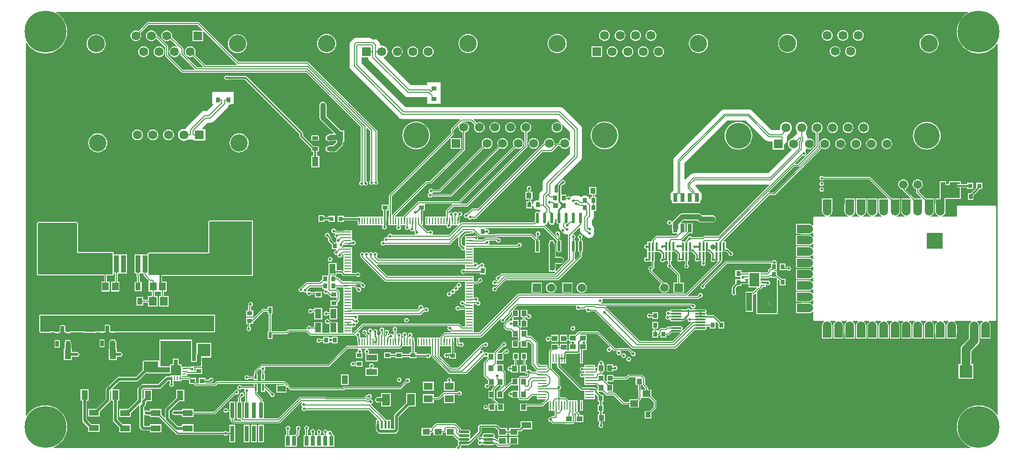
<source format=gtl>
G04*
G04 #@! TF.GenerationSoftware,Altium Limited,Altium Designer,20.2.6 (244)*
G04*
G04 Layer_Physical_Order=1*
G04 Layer_Color=255*
%FSLAX25Y25*%
%MOIN*%
G70*
G04*
G04 #@! TF.SameCoordinates,2322B5F6-C0F9-4DFB-907C-46C9DA4D7F26*
G04*
G04*
G04 #@! TF.FilePolarity,Positive*
G04*
G01*
G75*
%ADD13C,0.00600*%
%ADD20C,0.01000*%
%ADD21C,0.00800*%
%ADD22R,0.06142X0.01102*%
%ADD23R,0.01102X0.06142*%
%ADD24R,0.02756X0.03543*%
%ADD25R,0.03740X0.04134*%
%ADD26R,0.03150X0.03543*%
%ADD27R,0.02236X0.07498*%
G04:AMPARAMS|DCode=28|XSize=74.98mil|YSize=22.36mil|CornerRadius=11.18mil|HoleSize=0mil|Usage=FLASHONLY|Rotation=90.000|XOffset=0mil|YOffset=0mil|HoleType=Round|Shape=RoundedRectangle|*
%AMROUNDEDRECTD28*
21,1,0.07498,0.00000,0,0,90.0*
21,1,0.05262,0.02236,0,0,90.0*
1,1,0.02236,0.00000,0.02631*
1,1,0.02236,0.00000,-0.02631*
1,1,0.02236,0.00000,-0.02631*
1,1,0.02236,0.00000,0.02631*
%
%ADD28ROUNDEDRECTD28*%
%ADD29R,0.01400X0.03200*%
%ADD30R,0.01400X0.05000*%
%ADD31R,0.03740X0.03150*%
%ADD32R,0.02362X0.03937*%
%ADD33R,0.01772X0.03937*%
%ADD34R,0.07480X0.07480*%
%ADD35R,0.06299X0.05512*%
%ADD36R,0.01355X0.05315*%
%ADD37R,0.03150X0.03150*%
%ADD38R,0.00900X0.04800*%
%ADD39R,0.04800X0.00900*%
%ADD40R,0.07480X0.04331*%
G04:AMPARAMS|DCode=41|XSize=43.31mil|YSize=23.62mil|CornerRadius=2.01mil|HoleSize=0mil|Usage=FLASHONLY|Rotation=180.000|XOffset=0mil|YOffset=0mil|HoleType=Round|Shape=RoundedRectangle|*
%AMROUNDEDRECTD41*
21,1,0.04331,0.01961,0,0,180.0*
21,1,0.03929,0.02362,0,0,180.0*
1,1,0.00402,-0.01965,0.00980*
1,1,0.00402,0.01965,0.00980*
1,1,0.00402,0.01965,-0.00980*
1,1,0.00402,-0.01965,-0.00980*
%
%ADD41ROUNDEDRECTD41*%
%ADD42R,0.04331X0.06693*%
%ADD43R,0.09055X0.09055*%
%ADD44R,0.03543X0.02756*%
%ADD45O,0.05906X0.11260*%
%ADD46O,0.11260X0.05906*%
%ADD47C,0.00787*%
%ADD48R,0.05906X0.05906*%
%ADD49R,0.05906X0.05906*%
%ADD50R,0.03543X0.03150*%
%ADD51R,0.03347X0.03740*%
%ADD52R,0.03347X0.03858*%
%ADD53R,0.06299X0.04921*%
%ADD54R,0.04134X0.04134*%
%ADD55R,0.03150X0.03543*%
%ADD56R,0.21063X0.33622*%
%ADD57R,0.03504X0.12047*%
%ADD58R,0.03386X0.03858*%
%ADD59R,0.06890X0.09646*%
%ADD60R,0.02972X0.01000*%
%ADD61R,0.03937X0.12598*%
%ADD62R,0.02913X0.10984*%
%ADD63R,0.06693X0.04331*%
%ADD64R,0.05512X0.04724*%
%ADD65R,0.03622X0.03858*%
%ADD66R,0.01575X0.05906*%
%ADD67R,0.04724X0.06693*%
%ADD68R,0.06693X0.06693*%
%ADD69R,0.02992X0.01024*%
%ADD70R,0.01024X0.02992*%
G04:AMPARAMS|DCode=71|XSize=43.31mil|YSize=23.62mil|CornerRadius=2.01mil|HoleSize=0mil|Usage=FLASHONLY|Rotation=270.000|XOffset=0mil|YOffset=0mil|HoleType=Round|Shape=RoundedRectangle|*
%AMROUNDEDRECTD71*
21,1,0.04331,0.01961,0,0,270.0*
21,1,0.03929,0.02362,0,0,270.0*
1,1,0.00402,-0.00980,-0.01965*
1,1,0.00402,-0.00980,0.01965*
1,1,0.00402,0.00980,0.01965*
1,1,0.00402,0.00980,-0.01965*
%
%ADD71ROUNDEDRECTD71*%
%ADD72R,0.06717X0.04545*%
%ADD73R,0.21654X0.08465*%
%ADD74R,0.02047X0.02047*%
%ADD75O,0.07677X0.01181*%
%ADD76R,0.03189X0.03858*%
%ADD77R,0.03740X0.04055*%
%ADD78R,0.03858X0.03622*%
%ADD79R,0.03425X0.03858*%
%ADD80R,0.05118X0.03937*%
%ADD81O,0.07480X0.01772*%
%ADD82R,0.03942X0.05913*%
%ADD83R,0.05906X0.03937*%
%ADD84R,0.03151X0.05514*%
%ADD85R,0.03152X0.05910*%
%ADD86R,0.05913X0.05913*%
%ADD87R,0.05909X0.05909*%
%ADD88R,0.02760X0.06900*%
%ADD89R,0.02759X0.06897*%
%ADD90R,0.02757X0.06892*%
%ADD91R,0.02760X0.06900*%
%ADD92R,0.02759X0.06898*%
%ADD93R,0.02758X0.06896*%
%ADD94R,0.02761X0.06902*%
%ADD95R,0.02757X0.06892*%
%ADD96R,0.03543X0.03150*%
%ADD97R,0.03543X0.04724*%
%ADD98R,0.03740X0.05315*%
%ADD99R,0.05512X0.06102*%
%ADD100R,0.05118X0.05709*%
%ADD101R,0.04528X0.05709*%
%ADD102R,0.03425X0.03661*%
%ADD103R,0.03858X0.03386*%
%ADD104R,0.03858X0.03189*%
%ADD105R,0.06299X0.13780*%
%ADD106R,0.03197X0.02985*%
%ADD107R,0.02559X0.06004*%
%ADD180C,0.12008*%
%ADD181R,0.06260X0.06260*%
%ADD182C,0.06260*%
%ADD190R,0.09150X0.09150*%
%ADD191C,0.10243*%
%ADD193R,0.05512X0.08268*%
%ADD194C,0.02000*%
%ADD195C,0.03000*%
%ADD196C,0.02500*%
%ADD197C,0.01200*%
%ADD198C,0.03500*%
%ADD199C,0.06000*%
%ADD200C,0.04000*%
%ADD201C,0.18012*%
%ADD202C,0.06142*%
%ADD203R,0.06142X0.06142*%
%ADD204O,0.03543X0.06299*%
%ADD205C,0.02000*%
%ADD206C,0.05906*%
%ADD207C,0.29134*%
%ADD208C,0.01987*%
%ADD209C,0.01988*%
G36*
X642209Y288846D02*
X640664Y287899D01*
X638848Y286348D01*
X637298Y284533D01*
X636051Y282498D01*
X635137Y280292D01*
X634580Y277971D01*
X634392Y275590D01*
X634580Y273211D01*
X635137Y270889D01*
X636051Y268684D01*
X637298Y266648D01*
X638848Y264833D01*
X640664Y263282D01*
X642699Y262035D01*
X644905Y261121D01*
X647226Y260564D01*
X649606Y260377D01*
X651986Y260564D01*
X654308Y261121D01*
X656513Y262035D01*
X658549Y263282D01*
X660364Y264833D01*
X661914Y266648D01*
X662162Y267052D01*
X662643Y266916D01*
X662650Y8663D01*
X662169Y8527D01*
X661914Y8942D01*
X660364Y10758D01*
X658549Y12308D01*
X656513Y13556D01*
X654308Y14469D01*
X651986Y15026D01*
X649606Y15214D01*
X647226Y15026D01*
X644905Y14469D01*
X642699Y13556D01*
X640664Y12308D01*
X638848Y10758D01*
X637298Y8942D01*
X636051Y6907D01*
X635137Y4701D01*
X634580Y2380D01*
X634392Y0D01*
X634580Y-2380D01*
X635137Y-4701D01*
X636051Y-6907D01*
X637298Y-8942D01*
X638848Y-10758D01*
X640664Y-12308D01*
X642699Y-13556D01*
X643737Y-13985D01*
X643638Y-14485D01*
X289230Y-14485D01*
X289196Y-14444D01*
X289106Y-13985D01*
X289246Y-13846D01*
X289489Y-13482D01*
X289574Y-13054D01*
Y-12533D01*
X294310D01*
X294890Y-12418D01*
X295382Y-12089D01*
X295684Y-11637D01*
X296002Y-11424D01*
X303109Y-4318D01*
X303352Y-3954D01*
X303437Y-3526D01*
Y-425D01*
X313293D01*
X315131Y-2264D01*
Y-5817D01*
X321449D01*
Y-4369D01*
X322892D01*
Y-5787D01*
X329210D01*
Y-2870D01*
X330597D01*
X331026Y-2784D01*
X331389Y-2542D01*
X332444Y-1487D01*
X338753D01*
Y4044D01*
X330860D01*
Y97D01*
X330133Y-630D01*
X327520D01*
X327419Y-650D01*
X322892D01*
Y-2129D01*
X321449D01*
Y-680D01*
X316715D01*
X314548Y1486D01*
X314185Y1729D01*
X313756Y1815D01*
X302903D01*
X302474Y1729D01*
X302111Y1486D01*
X301525Y901D01*
X301282Y537D01*
X301197Y109D01*
Y-3062D01*
X296227Y-8032D01*
X295755Y-7921D01*
X295695Y-7857D01*
X295467Y-7515D01*
X295414Y-7179D01*
X295467Y-6843D01*
X295710Y-6480D01*
X295825Y-5900D01*
X295710Y-5320D01*
X295382Y-4829D01*
Y-4412D01*
X295710Y-3921D01*
X295825Y-3341D01*
X295710Y-2761D01*
X295382Y-2270D01*
X294890Y-1941D01*
X294310Y-1826D01*
X289370D01*
Y-1481D01*
X289300Y-1131D01*
X289102Y-834D01*
X285835Y2433D01*
X285538Y2631D01*
X285188Y2701D01*
X272296D01*
X271946Y2631D01*
X271648Y2433D01*
X268871Y-344D01*
X268673Y-642D01*
X268659Y-710D01*
X268159Y-680D01*
Y-680D01*
X261841D01*
Y-5817D01*
X268159D01*
Y-4165D01*
X268615D01*
X268966Y-4095D01*
X269263Y-3897D01*
X269779Y-3381D01*
X270279Y-3588D01*
Y-5725D01*
X276597D01*
Y-4073D01*
X277497D01*
X277847Y-4003D01*
X278145Y-3804D01*
X278254Y-3694D01*
X278716Y-3886D01*
Y-5817D01*
X283739D01*
X286881Y-8959D01*
X287178Y-9158D01*
X287297Y-9181D01*
X287530Y-9530D01*
Y-9947D01*
X287202Y-10438D01*
X287087Y-11018D01*
X287202Y-11598D01*
X287334Y-11795D01*
Y-12590D01*
X287181Y-12743D01*
X286841Y-12811D01*
X286314Y-13163D01*
X285962Y-13690D01*
X285838Y-14312D01*
X285696Y-14485D01*
X5969Y-14485D01*
X5870Y-13985D01*
X6907Y-13556D01*
X8942Y-12308D01*
X10758Y-10758D01*
X12308Y-8942D01*
X13556Y-6907D01*
X14469Y-4701D01*
X15026Y-2380D01*
X15214Y0D01*
X15026Y2380D01*
X14469Y4701D01*
X13556Y6907D01*
X12308Y8942D01*
X10758Y10758D01*
X8942Y12308D01*
X6907Y13556D01*
X4701Y14469D01*
X2380Y15026D01*
X0Y15214D01*
X-2380Y15026D01*
X-4701Y14469D01*
X-6907Y13556D01*
X-8942Y12308D01*
X-10758Y10758D01*
X-12308Y8942D01*
X-13082Y7680D01*
X-13582Y7821D01*
X-13582Y267769D01*
X-13082Y267910D01*
X-12308Y266648D01*
X-10758Y264833D01*
X-8942Y263282D01*
X-6907Y262035D01*
X-4701Y261121D01*
X-2380Y260564D01*
X0Y260377D01*
X2380Y260564D01*
X4701Y261121D01*
X6907Y262035D01*
X8942Y263282D01*
X10758Y264833D01*
X12308Y266648D01*
X13556Y268684D01*
X14469Y270889D01*
X15026Y273211D01*
X15214Y275590D01*
X15026Y277971D01*
X14469Y280292D01*
X13556Y282498D01*
X12308Y284533D01*
X10758Y286348D01*
X8942Y287899D01*
X7397Y288846D01*
X7538Y289346D01*
X642068D01*
X642209Y288846D01*
D02*
G37*
%LPC*%
G36*
X565834Y276863D02*
X564860Y276735D01*
X563953Y276359D01*
X563174Y275761D01*
X562576Y274982D01*
X562200Y274075D01*
X562072Y273101D01*
X562200Y272127D01*
X562576Y271220D01*
X563174Y270441D01*
X563953Y269843D01*
X564860Y269467D01*
X565834Y269339D01*
X566808Y269467D01*
X567715Y269843D01*
X568494Y270441D01*
X569092Y271220D01*
X569468Y272127D01*
X569596Y273101D01*
X569468Y274075D01*
X569092Y274982D01*
X568494Y275761D01*
X567715Y276359D01*
X566808Y276735D01*
X565834Y276863D01*
D02*
G37*
G36*
X555047D02*
X554073Y276735D01*
X553166Y276359D01*
X552387Y275761D01*
X551789Y274982D01*
X551413Y274075D01*
X551285Y273101D01*
X551413Y272127D01*
X551789Y271220D01*
X552387Y270441D01*
X553166Y269843D01*
X554073Y269467D01*
X555047Y269339D01*
X556020Y269467D01*
X556928Y269843D01*
X557707Y270441D01*
X558305Y271220D01*
X558681Y272127D01*
X558809Y273101D01*
X558681Y274075D01*
X558305Y274982D01*
X557707Y275761D01*
X556928Y276359D01*
X556020Y276735D01*
X555047Y276863D01*
D02*
G37*
G36*
X544259D02*
X543286Y276735D01*
X542378Y276359D01*
X541599Y275761D01*
X541001Y274982D01*
X540625Y274075D01*
X540497Y273101D01*
X540625Y272127D01*
X541001Y271220D01*
X541599Y270441D01*
X542378Y269843D01*
X543286Y269467D01*
X544259Y269339D01*
X545233Y269467D01*
X546140Y269843D01*
X546920Y270441D01*
X547517Y271220D01*
X547893Y272127D01*
X548022Y273101D01*
X547893Y274075D01*
X547517Y274982D01*
X546920Y275761D01*
X546140Y276359D01*
X545233Y276735D01*
X544259Y276863D01*
D02*
G37*
G36*
X421556Y276734D02*
X420583Y276606D01*
X419675Y276230D01*
X418896Y275632D01*
X418298Y274853D01*
X417922Y273945D01*
X417794Y272972D01*
X417922Y271998D01*
X418298Y271091D01*
X418896Y270312D01*
X419675Y269714D01*
X420583Y269338D01*
X421556Y269210D01*
X422530Y269338D01*
X423438Y269714D01*
X424217Y270312D01*
X424815Y271091D01*
X425190Y271998D01*
X425318Y272972D01*
X425190Y273945D01*
X424815Y274853D01*
X424217Y275632D01*
X423438Y276230D01*
X422530Y276606D01*
X421556Y276734D01*
D02*
G37*
G36*
X410769D02*
X409795Y276606D01*
X408888Y276230D01*
X408109Y275632D01*
X407511Y274853D01*
X407135Y273945D01*
X407007Y272972D01*
X407135Y271998D01*
X407511Y271091D01*
X408109Y270312D01*
X408888Y269714D01*
X409795Y269338D01*
X410769Y269210D01*
X411743Y269338D01*
X412650Y269714D01*
X413429Y270312D01*
X414027Y271091D01*
X414403Y271998D01*
X414531Y272972D01*
X414403Y273945D01*
X414027Y274853D01*
X413429Y275632D01*
X412650Y276230D01*
X411743Y276606D01*
X410769Y276734D01*
D02*
G37*
G36*
X399982D02*
X399008Y276606D01*
X398100Y276230D01*
X397321Y275632D01*
X396724Y274853D01*
X396348Y273945D01*
X396219Y272972D01*
X396348Y271998D01*
X396724Y271091D01*
X397321Y270312D01*
X398100Y269714D01*
X399008Y269338D01*
X399982Y269210D01*
X400955Y269338D01*
X401863Y269714D01*
X402642Y270312D01*
X403240Y271091D01*
X403616Y271998D01*
X403744Y272972D01*
X403616Y273945D01*
X403240Y274853D01*
X402642Y275632D01*
X401863Y276230D01*
X400955Y276606D01*
X399982Y276734D01*
D02*
G37*
G36*
X389194D02*
X388221Y276606D01*
X387313Y276230D01*
X386534Y275632D01*
X385936Y274853D01*
X385560Y273945D01*
X385432Y272972D01*
X385560Y271998D01*
X385936Y271091D01*
X386534Y270312D01*
X387313Y269714D01*
X388221Y269338D01*
X389194Y269210D01*
X390168Y269338D01*
X391075Y269714D01*
X391854Y270312D01*
X392452Y271091D01*
X392828Y271998D01*
X392956Y272972D01*
X392828Y273945D01*
X392452Y274853D01*
X391854Y275632D01*
X391075Y276230D01*
X390168Y276606D01*
X389194Y276734D01*
D02*
G37*
G36*
X615007Y274147D02*
X613713Y274019D01*
X612468Y273641D01*
X611321Y273028D01*
X610315Y272203D01*
X609490Y271197D01*
X608877Y270050D01*
X608499Y268805D01*
X608371Y267511D01*
X608499Y266216D01*
X608877Y264971D01*
X609490Y263824D01*
X610315Y262818D01*
X611321Y261993D01*
X612468Y261380D01*
X613713Y261002D01*
X615007Y260875D01*
X616302Y261002D01*
X617547Y261380D01*
X618694Y261993D01*
X619700Y262818D01*
X620525Y263824D01*
X621138Y264971D01*
X621516Y266216D01*
X621643Y267511D01*
X621516Y268805D01*
X621138Y270050D01*
X620525Y271197D01*
X619700Y272203D01*
X618694Y273028D01*
X617547Y273641D01*
X616302Y274019D01*
X615007Y274147D01*
D02*
G37*
G36*
X516622D02*
X515327Y274019D01*
X514082Y273641D01*
X512935Y273028D01*
X511929Y272203D01*
X511104Y271197D01*
X510491Y270050D01*
X510113Y268805D01*
X509986Y267511D01*
X510113Y266216D01*
X510491Y264971D01*
X511104Y263824D01*
X511929Y262818D01*
X512935Y261993D01*
X514082Y261380D01*
X515327Y261002D01*
X516622Y260875D01*
X517916Y261002D01*
X519161Y261380D01*
X520308Y261993D01*
X521314Y262818D01*
X522139Y263824D01*
X522752Y264971D01*
X523130Y266216D01*
X523257Y267511D01*
X523130Y268805D01*
X522752Y270050D01*
X522139Y271197D01*
X521314Y272203D01*
X520308Y273028D01*
X519161Y273641D01*
X517916Y274019D01*
X516622Y274147D01*
D02*
G37*
G36*
X454588Y274017D02*
X453293Y273890D01*
X452049Y273512D01*
X450901Y272899D01*
X449896Y272074D01*
X449071Y271068D01*
X448457Y269921D01*
X448080Y268676D01*
X447952Y267381D01*
X448080Y266087D01*
X448457Y264842D01*
X449071Y263695D01*
X449896Y262689D01*
X450901Y261864D01*
X452049Y261251D01*
X453293Y260873D01*
X454588Y260746D01*
X455883Y260873D01*
X457127Y261251D01*
X458275Y261864D01*
X459280Y262689D01*
X460106Y263695D01*
X460719Y264842D01*
X461096Y266087D01*
X461224Y267381D01*
X461096Y268676D01*
X460719Y269921D01*
X460106Y271068D01*
X459280Y272074D01*
X458275Y272899D01*
X457127Y273512D01*
X455883Y273890D01*
X454588Y274017D01*
D02*
G37*
G36*
X356202D02*
X354908Y273890D01*
X353663Y273512D01*
X352516Y272899D01*
X351510Y272074D01*
X350685Y271068D01*
X350072Y269921D01*
X349694Y268676D01*
X349566Y267381D01*
X349694Y266087D01*
X350072Y264842D01*
X350685Y263695D01*
X351510Y262689D01*
X352516Y261864D01*
X353663Y261251D01*
X354908Y260873D01*
X356202Y260746D01*
X357497Y260873D01*
X358742Y261251D01*
X359889Y261864D01*
X360894Y262689D01*
X361720Y263695D01*
X362333Y264842D01*
X362711Y266087D01*
X362838Y267381D01*
X362711Y268676D01*
X362333Y269921D01*
X361720Y271068D01*
X360894Y272074D01*
X359889Y272899D01*
X358742Y273512D01*
X357497Y273890D01*
X356202Y274017D01*
D02*
G37*
G36*
X294175D02*
X292880Y273890D01*
X291635Y273512D01*
X290488Y272899D01*
X289482Y272074D01*
X288657Y271068D01*
X288044Y269921D01*
X287666Y268676D01*
X287539Y267381D01*
X287666Y266087D01*
X288044Y264842D01*
X288657Y263695D01*
X289482Y262689D01*
X290488Y261864D01*
X291635Y261251D01*
X292880Y260873D01*
X294175Y260746D01*
X295469Y260873D01*
X296714Y261251D01*
X297862Y261864D01*
X298867Y262689D01*
X299692Y263695D01*
X300306Y264842D01*
X300683Y266087D01*
X300811Y267381D01*
X300683Y268676D01*
X300306Y269921D01*
X299692Y271068D01*
X298867Y272074D01*
X297862Y272899D01*
X296714Y273512D01*
X295469Y273890D01*
X294175Y274017D01*
D02*
G37*
G36*
X195789D02*
X194494Y273890D01*
X193250Y273512D01*
X192102Y272899D01*
X191097Y272074D01*
X190271Y271068D01*
X189658Y269921D01*
X189281Y268676D01*
X189153Y267381D01*
X189281Y266087D01*
X189658Y264842D01*
X190271Y263695D01*
X191097Y262689D01*
X192102Y261864D01*
X193250Y261251D01*
X194494Y260873D01*
X195789Y260746D01*
X197084Y260873D01*
X198328Y261251D01*
X199476Y261864D01*
X200481Y262689D01*
X201307Y263695D01*
X201920Y264842D01*
X202297Y266087D01*
X202425Y267381D01*
X202297Y268676D01*
X201920Y269921D01*
X201307Y271068D01*
X200481Y272074D01*
X199476Y272899D01*
X198328Y273512D01*
X197084Y273890D01*
X195789Y274017D01*
D02*
G37*
G36*
X133735Y273865D02*
X132441Y273737D01*
X131196Y273359D01*
X130049Y272746D01*
X129043Y271921D01*
X128218Y270916D01*
X127605Y269768D01*
X127227Y268523D01*
X127100Y267229D01*
X127227Y265934D01*
X127605Y264689D01*
X128218Y263542D01*
X129043Y262537D01*
X130049Y261711D01*
X131196Y261098D01*
X132441Y260720D01*
X133735Y260593D01*
X135030Y260720D01*
X136275Y261098D01*
X137422Y261711D01*
X138428Y262537D01*
X139253Y263542D01*
X139866Y264689D01*
X140244Y265934D01*
X140371Y267229D01*
X140244Y268523D01*
X139866Y269768D01*
X139253Y270916D01*
X138428Y271921D01*
X137422Y272746D01*
X136275Y273359D01*
X135030Y273737D01*
X133735Y273865D01*
D02*
G37*
G36*
X35350D02*
X34055Y273737D01*
X32810Y273359D01*
X31663Y272746D01*
X30657Y271921D01*
X29832Y270916D01*
X29219Y269768D01*
X28841Y268523D01*
X28714Y267229D01*
X28841Y265934D01*
X29219Y264689D01*
X29832Y263542D01*
X30657Y262537D01*
X31663Y261711D01*
X32810Y261098D01*
X34055Y260720D01*
X35350Y260593D01*
X36644Y260720D01*
X37889Y261098D01*
X39036Y261711D01*
X40042Y262537D01*
X40867Y263542D01*
X41480Y264689D01*
X41858Y265934D01*
X41985Y267229D01*
X41858Y268523D01*
X41480Y269768D01*
X40867Y270916D01*
X40042Y271921D01*
X39036Y272746D01*
X37889Y273359D01*
X36644Y273737D01*
X35350Y273865D01*
D02*
G37*
G36*
X560440Y265682D02*
X559467Y265554D01*
X558559Y265178D01*
X557780Y264580D01*
X557182Y263801D01*
X556807Y262894D01*
X556678Y261920D01*
X556807Y260946D01*
X557182Y260039D01*
X557780Y259260D01*
X558559Y258662D01*
X559467Y258286D01*
X560440Y258158D01*
X561414Y258286D01*
X562322Y258662D01*
X563101Y259260D01*
X563698Y260039D01*
X564074Y260946D01*
X564202Y261920D01*
X564074Y262894D01*
X563698Y263801D01*
X563101Y264580D01*
X562322Y265178D01*
X561414Y265554D01*
X560440Y265682D01*
D02*
G37*
G36*
X549653D02*
X548679Y265554D01*
X547772Y265178D01*
X546993Y264580D01*
X546395Y263801D01*
X546019Y262894D01*
X545891Y261920D01*
X546019Y260946D01*
X546395Y260039D01*
X546993Y259260D01*
X547772Y258662D01*
X548679Y258286D01*
X549653Y258158D01*
X550627Y258286D01*
X551534Y258662D01*
X552313Y259260D01*
X552911Y260039D01*
X553287Y260946D01*
X553415Y261920D01*
X553287Y262894D01*
X552911Y263801D01*
X552313Y264580D01*
X551534Y265178D01*
X550627Y265554D01*
X549653Y265682D01*
D02*
G37*
G36*
X387530Y265521D02*
X380071D01*
Y258061D01*
X387530D01*
Y265521D01*
D02*
G37*
G36*
X426950Y265553D02*
X425977Y265425D01*
X425069Y265049D01*
X424290Y264451D01*
X423692Y263672D01*
X423316Y262765D01*
X423188Y261791D01*
X423316Y260817D01*
X423692Y259910D01*
X424290Y259131D01*
X425069Y258533D01*
X425977Y258157D01*
X426950Y258029D01*
X427924Y258157D01*
X428831Y258533D01*
X429610Y259131D01*
X430208Y259910D01*
X430584Y260817D01*
X430712Y261791D01*
X430584Y262765D01*
X430208Y263672D01*
X429610Y264451D01*
X428831Y265049D01*
X427924Y265425D01*
X426950Y265553D01*
D02*
G37*
G36*
X416163D02*
X415189Y265425D01*
X414282Y265049D01*
X413503Y264451D01*
X412905Y263672D01*
X412529Y262765D01*
X412401Y261791D01*
X412529Y260817D01*
X412905Y259910D01*
X413503Y259131D01*
X414282Y258533D01*
X415189Y258157D01*
X416163Y258029D01*
X417136Y258157D01*
X418044Y258533D01*
X418823Y259131D01*
X419421Y259910D01*
X419797Y260817D01*
X419925Y261791D01*
X419797Y262765D01*
X419421Y263672D01*
X418823Y264451D01*
X418044Y265049D01*
X417136Y265425D01*
X416163Y265553D01*
D02*
G37*
G36*
X405375D02*
X404402Y265425D01*
X403494Y265049D01*
X402715Y264451D01*
X402117Y263672D01*
X401742Y262765D01*
X401613Y261791D01*
X401742Y260817D01*
X402117Y259910D01*
X402715Y259131D01*
X403494Y258533D01*
X404402Y258157D01*
X405375Y258029D01*
X406349Y258157D01*
X407257Y258533D01*
X408036Y259131D01*
X408634Y259910D01*
X409009Y260817D01*
X409137Y261791D01*
X409009Y262765D01*
X408634Y263672D01*
X408036Y264451D01*
X407257Y265049D01*
X406349Y265425D01*
X405375Y265553D01*
D02*
G37*
G36*
X394588D02*
X393614Y265425D01*
X392707Y265049D01*
X391928Y264451D01*
X391330Y263672D01*
X390954Y262765D01*
X390826Y261791D01*
X390954Y260817D01*
X391330Y259910D01*
X391928Y259131D01*
X392707Y258533D01*
X393614Y258157D01*
X394588Y258029D01*
X395562Y258157D01*
X396469Y258533D01*
X397248Y259131D01*
X397846Y259910D01*
X398222Y260817D01*
X398350Y261791D01*
X398222Y262765D01*
X397846Y263672D01*
X397248Y264451D01*
X396469Y265049D01*
X395562Y265425D01*
X394588Y265553D01*
D02*
G37*
G36*
X266537D02*
X265563Y265425D01*
X264656Y265049D01*
X263877Y264451D01*
X263279Y263672D01*
X262903Y262765D01*
X262775Y261791D01*
X262903Y260817D01*
X263279Y259910D01*
X263877Y259131D01*
X264656Y258533D01*
X265563Y258157D01*
X266537Y258029D01*
X267511Y258157D01*
X268418Y258533D01*
X269197Y259131D01*
X269795Y259910D01*
X270171Y260817D01*
X270299Y261791D01*
X270171Y262765D01*
X269795Y263672D01*
X269197Y264451D01*
X268418Y265049D01*
X267511Y265425D01*
X266537Y265553D01*
D02*
G37*
G36*
X255750D02*
X254776Y265425D01*
X253869Y265049D01*
X253089Y264451D01*
X252491Y263672D01*
X252116Y262765D01*
X251988Y261791D01*
X252116Y260817D01*
X252491Y259910D01*
X253089Y259131D01*
X253869Y258533D01*
X254776Y258157D01*
X255750Y258029D01*
X256723Y258157D01*
X257631Y258533D01*
X258410Y259131D01*
X259008Y259910D01*
X259384Y260817D01*
X259512Y261791D01*
X259384Y262765D01*
X259008Y263672D01*
X258410Y264451D01*
X257631Y265049D01*
X256723Y265425D01*
X255750Y265553D01*
D02*
G37*
G36*
X244962D02*
X243988Y265425D01*
X243081Y265049D01*
X242302Y264451D01*
X241704Y263672D01*
X241328Y262765D01*
X241200Y261791D01*
X241328Y260817D01*
X241704Y259910D01*
X242302Y259131D01*
X243081Y258533D01*
X243988Y258157D01*
X244962Y258029D01*
X245936Y258157D01*
X246843Y258533D01*
X247622Y259131D01*
X248220Y259910D01*
X248596Y260817D01*
X248724Y261791D01*
X248596Y262765D01*
X248220Y263672D01*
X247622Y264451D01*
X246843Y265049D01*
X245936Y265425D01*
X244962Y265553D01*
D02*
G37*
G36*
X79168Y265400D02*
X78195Y265272D01*
X77287Y264896D01*
X76508Y264298D01*
X75910Y263519D01*
X75534Y262612D01*
X75406Y261638D01*
X75534Y260665D01*
X75910Y259757D01*
X76508Y258978D01*
X77287Y258380D01*
X78195Y258004D01*
X79168Y257876D01*
X80142Y258004D01*
X81050Y258380D01*
X81829Y258978D01*
X82427Y259757D01*
X82802Y260665D01*
X82930Y261638D01*
X82802Y262612D01*
X82427Y263519D01*
X81829Y264298D01*
X81050Y264896D01*
X80142Y265272D01*
X79168Y265400D01*
D02*
G37*
G36*
X68381D02*
X67407Y265272D01*
X66500Y264896D01*
X65721Y264298D01*
X65123Y263519D01*
X64747Y262612D01*
X64619Y261638D01*
X64747Y260665D01*
X65123Y259757D01*
X65721Y258978D01*
X66500Y258380D01*
X67407Y258004D01*
X68381Y257876D01*
X69355Y258004D01*
X70262Y258380D01*
X71041Y258978D01*
X71639Y259757D01*
X72015Y260665D01*
X72143Y261638D01*
X72015Y262612D01*
X71639Y263519D01*
X71041Y264298D01*
X70262Y264896D01*
X69355Y265272D01*
X68381Y265400D01*
D02*
G37*
G36*
X106311Y282327D02*
X71477D01*
X71087Y282249D01*
X70757Y282029D01*
X64824Y276096D01*
X63961Y276453D01*
X62987Y276582D01*
X62014Y276453D01*
X61106Y276078D01*
X60327Y275480D01*
X59729Y274700D01*
X59353Y273793D01*
X59225Y272819D01*
X59353Y271846D01*
X59729Y270938D01*
X60327Y270159D01*
X61106Y269561D01*
X62014Y269185D01*
X62987Y269057D01*
X63961Y269185D01*
X64868Y269561D01*
X65647Y270159D01*
X66245Y270938D01*
X66621Y271846D01*
X66749Y272819D01*
X66621Y273793D01*
X66264Y274656D01*
X71898Y280291D01*
X105889D01*
X109168Y277011D01*
X108977Y276549D01*
X102407D01*
Y269090D01*
X109867D01*
Y275659D01*
X110329Y275851D01*
X133099Y253081D01*
X133127Y252469D01*
X133072Y252388D01*
X111433D01*
X104020Y259801D01*
X104377Y260665D01*
X104505Y261638D01*
X104377Y262612D01*
X104001Y263519D01*
X103403Y264298D01*
X102624Y264896D01*
X101717Y265272D01*
X100743Y265400D01*
X99770Y265272D01*
X98862Y264896D01*
X98083Y264298D01*
X97485Y263519D01*
X97109Y262612D01*
X96981Y261638D01*
X97109Y260665D01*
X97485Y259757D01*
X98083Y258978D01*
X98862Y258380D01*
X99770Y258004D01*
X100743Y257876D01*
X101717Y258004D01*
X102580Y258362D01*
X109700Y251242D01*
X109509Y250780D01*
X105544D01*
X96003Y260321D01*
Y263721D01*
X95925Y264111D01*
X95705Y264441D01*
X95705Y264441D01*
X88208Y271938D01*
X88324Y272819D01*
X88196Y273793D01*
X87820Y274700D01*
X87222Y275480D01*
X86443Y276078D01*
X85536Y276453D01*
X84562Y276582D01*
X83588Y276453D01*
X82681Y276078D01*
X81902Y275480D01*
X81304Y274700D01*
X80928Y273793D01*
X80800Y272819D01*
X80928Y271846D01*
X81304Y270938D01*
X81902Y270159D01*
X82681Y269561D01*
X83588Y269185D01*
X84562Y269057D01*
X85536Y269185D01*
X86443Y269561D01*
X87157Y270109D01*
X91824Y265443D01*
X91540Y265019D01*
X90930Y265272D01*
X89956Y265400D01*
X88982Y265272D01*
X88075Y264896D01*
X87296Y264298D01*
X86698Y263519D01*
X86322Y262612D01*
X86194Y261638D01*
X86322Y260665D01*
X86698Y259757D01*
X87296Y258978D01*
X88075Y258380D01*
X88982Y258004D01*
X89956Y257876D01*
X90930Y258004D01*
X91837Y258380D01*
X92616Y258978D01*
X93214Y259757D01*
X93467Y260368D01*
X93967Y260269D01*
Y259899D01*
X94044Y259509D01*
X94265Y259179D01*
X103795Y249649D01*
X103604Y249187D01*
X95766D01*
X85553Y259400D01*
Y265268D01*
X85476Y265657D01*
X85255Y265987D01*
X78748Y272495D01*
X78418Y272715D01*
X78028Y272793D01*
X77560D01*
X77537Y272819D01*
X77408Y273793D01*
X77033Y274700D01*
X76435Y275480D01*
X75656Y276078D01*
X74748Y276453D01*
X73775Y276582D01*
X72801Y276453D01*
X71894Y276078D01*
X71114Y275480D01*
X70517Y274700D01*
X70141Y273793D01*
X70012Y272819D01*
X70141Y271846D01*
X70517Y270938D01*
X71114Y270159D01*
X71894Y269561D01*
X72801Y269185D01*
X73775Y269057D01*
X74748Y269185D01*
X75656Y269561D01*
X76435Y270159D01*
X76893Y270757D01*
X77606D01*
X83517Y264846D01*
Y258978D01*
X83595Y258588D01*
X83815Y258258D01*
X94624Y247449D01*
X94955Y247229D01*
X95344Y247151D01*
X181449D01*
X219354Y209247D01*
Y171347D01*
X218847Y171008D01*
X218494Y170481D01*
X218371Y169859D01*
X218494Y169237D01*
X218847Y168710D01*
X219374Y168358D01*
X219995Y168234D01*
X220617Y168358D01*
X221144Y168710D01*
X221239Y168852D01*
X221739D01*
X221834Y168710D01*
X222361Y168358D01*
X222983Y168234D01*
X223605Y168358D01*
X224132Y168710D01*
X224484Y169237D01*
X224608Y169859D01*
X224484Y170481D01*
X224132Y171008D01*
X223625Y171347D01*
Y208282D01*
X224087Y208473D01*
X226020Y206540D01*
Y171784D01*
X225889Y171696D01*
X225537Y171169D01*
X225413Y170547D01*
X225537Y169925D01*
X225889Y169398D01*
X226416Y169046D01*
X227038Y168922D01*
X227660Y169046D01*
X228187Y169398D01*
X228282Y169540D01*
X228782D01*
X228876Y169398D01*
X229403Y169046D01*
X230025Y168922D01*
X230647Y169046D01*
X231174Y169398D01*
X231526Y169925D01*
X231650Y170547D01*
X231526Y171169D01*
X231174Y171696D01*
X231043Y171784D01*
Y205954D01*
X230966Y206344D01*
X230745Y206674D01*
X182899Y254521D01*
X182569Y254741D01*
X182179Y254819D01*
X134240D01*
X107030Y282029D01*
X106700Y282249D01*
X106311Y282327D01*
D02*
G37*
G36*
X228141Y271362D02*
X216418D01*
X215557Y271249D01*
X215087Y271054D01*
X214754Y270916D01*
X214065Y270387D01*
X212688Y269011D01*
X212159Y268321D01*
X212021Y267989D01*
X211826Y267519D01*
X211713Y266657D01*
Y251595D01*
X211826Y250733D01*
X212021Y250263D01*
X212159Y249931D01*
X212688Y249241D01*
X246220Y215709D01*
X246909Y215180D01*
X247242Y215043D01*
X247712Y214848D01*
X248573Y214734D01*
X288537D01*
X288728Y214272D01*
X285970Y211515D01*
X285828Y211302D01*
X282732Y208206D01*
X282533Y207908D01*
X282463Y207558D01*
Y204970D01*
X239536Y162044D01*
X239338Y161746D01*
X239268Y161396D01*
Y146839D01*
X238949D01*
Y140839D01*
X244922D01*
X244925Y140339D01*
X244756Y140226D01*
X244404Y139699D01*
X244280Y139077D01*
X244404Y138455D01*
X244756Y137928D01*
X245283Y137576D01*
X245905Y137452D01*
X246527Y137576D01*
X247054Y137928D01*
X247406Y138455D01*
X247530Y139077D01*
X247406Y139699D01*
X247054Y140226D01*
X246884Y140339D01*
X246887Y140839D01*
X250827D01*
X250831Y140339D01*
X250661Y140226D01*
X250309Y139699D01*
X250185Y139077D01*
X250309Y138455D01*
X250661Y137928D01*
X251188Y137576D01*
X251810Y137452D01*
X252432Y137576D01*
X252959Y137928D01*
X253094Y138130D01*
X253224Y138120D01*
X253595Y137980D01*
X253696Y137471D01*
X254048Y136944D01*
X254575Y136592D01*
X255197Y136468D01*
X255819Y136592D01*
X256336Y136937D01*
X256827Y136832D01*
X257067Y136416D01*
X256947Y135816D01*
X257071Y135194D01*
X257423Y134667D01*
X257518Y134604D01*
X257366Y134104D01*
X241219D01*
X241063Y134337D01*
X240536Y134689D01*
X239914Y134813D01*
X239292Y134689D01*
X238765Y134337D01*
X238413Y133809D01*
X238289Y133188D01*
X238409Y132584D01*
X238367Y132526D01*
X238033Y132234D01*
X237828Y132371D01*
X237206Y132495D01*
X236584Y132371D01*
X236057Y132019D01*
X235705Y131492D01*
X235581Y130870D01*
X235705Y130248D01*
X235837Y130051D01*
X235804Y129981D01*
X235506Y129646D01*
X235012Y129744D01*
X234390Y129620D01*
X233863Y129268D01*
X233511Y128741D01*
X233387Y128119D01*
X233511Y127497D01*
X233863Y126970D01*
X234390Y126618D01*
X235012Y126494D01*
X235634Y126618D01*
X236161Y126970D01*
X236317Y127203D01*
X281298D01*
X281649Y127272D01*
X281946Y127471D01*
X283186Y128711D01*
X283385Y129008D01*
X283454Y129359D01*
Y129390D01*
X284203Y130138D01*
X284234D01*
X284584Y130208D01*
X284882Y130407D01*
X286987Y132512D01*
X287487Y132305D01*
Y127119D01*
X287572Y126690D01*
X287815Y126327D01*
X289283Y124859D01*
X289276Y124825D01*
X289400Y124203D01*
X289752Y123676D01*
X290279Y123324D01*
X290901Y123200D01*
X291523Y123324D01*
X291595Y123372D01*
X292050Y123149D01*
X292094Y123104D01*
Y121159D01*
Y117321D01*
X231967D01*
X230603Y118685D01*
X230639Y119220D01*
X230649Y119226D01*
X231001Y119753D01*
X231125Y120375D01*
X231001Y120997D01*
X230649Y121524D01*
X230121Y121877D01*
X229500Y122000D01*
X228878Y121877D01*
X228351Y121524D01*
X228256Y121382D01*
X227756D01*
X227661Y121524D01*
X227134Y121877D01*
X226512Y122000D01*
X225890Y121877D01*
X225363Y121524D01*
X225269Y121382D01*
X224769D01*
X224674Y121524D01*
X224147Y121877D01*
X223525Y122000D01*
X222903Y121877D01*
X222376Y121524D01*
X222298Y121407D01*
X221696D01*
X221618Y121524D01*
X221091Y121877D01*
X220469Y122000D01*
X219848Y121877D01*
X219320Y121524D01*
X218968Y120997D01*
X218845Y120375D01*
X218968Y119753D01*
X219320Y119226D01*
X219451Y119139D01*
Y118832D01*
X219529Y118442D01*
X219750Y118112D01*
X236058Y101804D01*
X236388Y101583D01*
X236777Y101506D01*
X292094D01*
Y99505D01*
Y95568D01*
Y91631D01*
Y87342D01*
X292045Y87304D01*
X291533Y87291D01*
X291311Y87624D01*
X290784Y87976D01*
X290162Y88100D01*
X289540Y87976D01*
X289013Y87624D01*
X288661Y87097D01*
X288537Y86475D01*
X288661Y85853D01*
X289013Y85326D01*
X289540Y84974D01*
X290162Y84850D01*
X290784Y84974D01*
X291041Y85146D01*
X291878Y84309D01*
X292094Y84164D01*
Y83529D01*
X288575D01*
X288269Y83988D01*
X287742Y84340D01*
X287120Y84464D01*
X286498Y84340D01*
X285971Y83988D01*
X285619Y83460D01*
X285495Y82839D01*
X285619Y82217D01*
X285971Y81690D01*
X286498Y81337D01*
X287120Y81214D01*
X287742Y81337D01*
X288269Y81690D01*
X288274Y81697D01*
X292094D01*
Y77852D01*
Y73915D01*
Y69975D01*
X290274D01*
X288416Y71833D01*
X288119Y72032D01*
X287768Y72101D01*
X220986D01*
X220635Y72032D01*
X220338Y71833D01*
X214211Y65707D01*
X213856D01*
X213494Y66041D01*
X213494Y66207D01*
Y69485D01*
X213995Y69752D01*
X214015Y69739D01*
X214637Y69615D01*
X215259Y69739D01*
X215786Y70091D01*
X216138Y70618D01*
X216262Y71240D01*
X216185Y71625D01*
X216337Y71990D01*
X216556Y72130D01*
X217003Y72219D01*
X217530Y72571D01*
X217882Y73099D01*
X218006Y73721D01*
X217882Y74342D01*
X217530Y74870D01*
X217400Y74957D01*
Y75558D01*
X217401Y75559D01*
X217753Y76086D01*
X217877Y76708D01*
X217753Y77330D01*
X217582Y77586D01*
X217849Y78086D01*
X260684D01*
X261034Y78155D01*
X261332Y78354D01*
X263523Y80546D01*
X264097Y80577D01*
X264624Y80225D01*
X265246Y80101D01*
X265868Y80225D01*
X266395Y80577D01*
X266747Y81104D01*
X266871Y81726D01*
X266747Y82348D01*
X266395Y82875D01*
X265868Y83227D01*
X265246Y83351D01*
X264624Y83227D01*
X264097Y82875D01*
X263942Y82642D01*
X263408D01*
X263357Y82632D01*
X263320Y82651D01*
X262972Y83065D01*
X263053Y83468D01*
X262929Y84090D01*
X262577Y84617D01*
X262049Y84969D01*
X261428Y85093D01*
X260806Y84969D01*
X260279Y84617D01*
X259926Y84090D01*
X259803Y83468D01*
X259857Y83193D01*
X258769Y82105D01*
X213494D01*
Y85726D01*
Y89663D01*
Y93600D01*
Y97674D01*
X215088D01*
X216664Y96098D01*
X216610Y95823D01*
X216734Y95201D01*
X217086Y94674D01*
X217613Y94322D01*
X218235Y94198D01*
X218857Y94322D01*
X219384Y94674D01*
X219736Y95201D01*
X219860Y95823D01*
X219736Y96445D01*
X219384Y96972D01*
X218857Y97325D01*
X218235Y97448D01*
X217960Y97394D01*
X216214Y99139D01*
X216324Y99529D01*
X216403Y99639D01*
X218837D01*
X219521Y98955D01*
X219466Y98680D01*
X219590Y98058D01*
X219942Y97531D01*
X220469Y97179D01*
X221091Y97055D01*
X221713Y97179D01*
X222240Y97531D01*
X222592Y98058D01*
X222716Y98680D01*
X222592Y99302D01*
X222240Y99829D01*
X221713Y100181D01*
X221091Y100305D01*
X220816Y100250D01*
X219864Y101203D01*
X219567Y101401D01*
X219216Y101471D01*
X213494D01*
Y101605D01*
X207494D01*
Y101573D01*
X206928D01*
X204280Y104221D01*
X203950Y104441D01*
X203560Y104519D01*
X202522D01*
Y105873D01*
X199164D01*
X199137Y105905D01*
X199137Y105905D01*
Y106451D01*
X201354D01*
X201550Y106412D01*
X201746Y106451D01*
X202650D01*
Y107171D01*
X205498D01*
X206769Y105900D01*
X207133Y105657D01*
X207494Y105585D01*
Y105411D01*
X208131D01*
X208231Y105391D01*
X210094D01*
X210116Y105376D01*
X210544Y105291D01*
X216436D01*
X216516Y105170D01*
X217044Y104817D01*
X217666Y104694D01*
X218287Y104817D01*
X218814Y105170D01*
X219167Y105697D01*
X219290Y106319D01*
X219167Y106941D01*
X218814Y107468D01*
X218287Y107820D01*
X217666Y107944D01*
X217044Y107820D01*
X216611Y107530D01*
X213494D01*
Y109348D01*
Y113285D01*
Y117222D01*
Y121159D01*
Y125227D01*
X207494D01*
Y125093D01*
X206519D01*
X206454Y125277D01*
X206435Y125593D01*
X206888Y125896D01*
X207240Y126423D01*
X207286Y126651D01*
X207487Y127050D01*
X207839Y127064D01*
X210143D01*
X210494Y126994D01*
X212144D01*
X212496Y127064D01*
X213494D01*
X213494Y127064D01*
X213796Y126998D01*
X214418Y126875D01*
X215040Y126998D01*
X215567Y127350D01*
X215919Y127878D01*
X216043Y128499D01*
X215919Y129121D01*
X215567Y129648D01*
X215040Y130001D01*
X214418Y130124D01*
X213995Y130040D01*
X213494Y130355D01*
Y132970D01*
Y137038D01*
X207494D01*
Y136858D01*
X202330D01*
X202217Y137426D01*
X201865Y137953D01*
X201338Y138305D01*
X200716Y138429D01*
X200094Y138305D01*
X199567Y137953D01*
X199215Y137426D01*
X199091Y136804D01*
X199215Y136182D01*
X199567Y135655D01*
X200094Y135303D01*
X200716Y135179D01*
X201124Y135261D01*
X201371Y135096D01*
X201535Y135063D01*
X201647Y134805D01*
X201699Y134587D01*
X201697Y134536D01*
X201385Y134070D01*
X201261Y133448D01*
X201385Y132826D01*
X201737Y132299D01*
X202265Y131947D01*
X202801Y131840D01*
X202920Y131570D01*
X202951Y131340D01*
X202790Y131232D01*
X202437Y130704D01*
X202314Y130083D01*
X202437Y129461D01*
X202623Y129183D01*
X202356Y128683D01*
X200937D01*
X199127Y130492D01*
Y132002D01*
X199042Y132431D01*
X198799Y132794D01*
X197778Y133816D01*
X197784Y133850D01*
X197661Y134472D01*
X197309Y134999D01*
X196781Y135351D01*
X196160Y135475D01*
X195538Y135351D01*
X195010Y134999D01*
X194658Y134472D01*
X194535Y133850D01*
X194658Y133228D01*
X195010Y132701D01*
X195538Y132349D01*
X196160Y132225D01*
X196194Y132232D01*
X196887Y131538D01*
Y130029D01*
X196973Y129600D01*
X197215Y129237D01*
X199353Y127099D01*
Y123939D01*
X202238D01*
X202270Y123918D01*
X202514Y123439D01*
X202390Y123269D01*
X201925Y123176D01*
X201398Y122824D01*
X201046Y122297D01*
X200922Y121675D01*
X201046Y121053D01*
X201398Y120526D01*
X201925Y120174D01*
X202547Y120050D01*
X202839Y120108D01*
X203278Y119828D01*
X203309Y119731D01*
X203415Y119198D01*
X203768Y118671D01*
X204295Y118319D01*
X204917Y118195D01*
X205538Y118319D01*
X206066Y118671D01*
X206418Y119198D01*
X206541Y119820D01*
X206487Y120095D01*
X207032Y120641D01*
X207494Y120449D01*
Y117222D01*
Y113285D01*
Y108996D01*
X207032Y108804D01*
X206754Y109083D01*
X206390Y109326D01*
X205962Y109411D01*
X202650D01*
Y114344D01*
X197119D01*
Y108723D01*
X197101Y108632D01*
Y106327D01*
X196979Y106204D01*
X196616Y105873D01*
X192660D01*
Y102963D01*
X190620Y100922D01*
X181867D01*
X181478Y100845D01*
X181147Y100624D01*
X177855Y97332D01*
X177239Y97210D01*
X176712Y96857D01*
X176360Y96330D01*
X176236Y95708D01*
X176360Y95086D01*
X176712Y94559D01*
X177239Y94207D01*
X177861Y94083D01*
X178483Y94207D01*
X179009Y94559D01*
X179010Y94559D01*
X179588Y94524D01*
X179747Y94286D01*
X180274Y93934D01*
X180896Y93810D01*
X181517Y93934D01*
X181529Y93942D01*
X181960Y93629D01*
X181872Y93188D01*
X181996Y92566D01*
X182348Y92039D01*
X182876Y91686D01*
X183497Y91563D01*
X184119Y91686D01*
X184646Y92039D01*
X184802Y92272D01*
X187660D01*
Y90377D01*
X192403D01*
Y94333D01*
X187660D01*
Y94104D01*
X184802D01*
X184646Y94337D01*
X184119Y94689D01*
X183497Y94813D01*
X182876Y94689D01*
X182864Y94681D01*
X182433Y94995D01*
X182520Y95435D01*
X182471Y95683D01*
X184274Y97486D01*
X192660D01*
Y96133D01*
X194192D01*
X194344Y95633D01*
X194070Y95450D01*
X193718Y94923D01*
X193595Y94301D01*
X193718Y93679D01*
X194070Y93152D01*
X194598Y92800D01*
X195219Y92676D01*
X195841Y92800D01*
X196266Y93084D01*
X197969Y91380D01*
X198267Y91182D01*
X198566Y91122D01*
Y90269D01*
X202878D01*
Y89328D01*
X201869Y88319D01*
X198566D01*
Y84363D01*
X203309D01*
Y86879D01*
X204616Y88187D01*
X204837Y88517D01*
X204914Y88907D01*
X204914Y88907D01*
Y94140D01*
X204837Y94530D01*
X204616Y94860D01*
X203517Y95960D01*
X203187Y96180D01*
X202797Y96258D01*
X202522D01*
Y97486D01*
X207494D01*
Y93600D01*
Y89663D01*
Y85726D01*
Y81789D01*
Y77852D01*
Y73915D01*
Y69978D01*
Y66207D01*
X207494Y66041D01*
X207133Y65707D01*
X203309D01*
Y73171D01*
X199074D01*
X198204Y74041D01*
X197906Y74240D01*
X197644Y74292D01*
X197300Y74808D01*
X196773Y75160D01*
X196151Y75284D01*
X195529Y75160D01*
X195002Y74808D01*
X194649Y74281D01*
X194526Y73659D01*
X194649Y73037D01*
X195002Y72510D01*
X195529Y72158D01*
X196151Y72034D01*
X196773Y72158D01*
X197206Y72448D01*
X197778Y71875D01*
Y65707D01*
X192679D01*
Y73171D01*
X187148D01*
Y69882D01*
X184816D01*
X184660Y70115D01*
X184133Y70468D01*
X183511Y70591D01*
X182890Y70468D01*
X182362Y70115D01*
X182010Y69588D01*
X181886Y68966D01*
X181964Y68578D01*
X181662Y68123D01*
X181592Y68078D01*
X169351D01*
X169001Y68009D01*
X168704Y67810D01*
X167585Y66691D01*
X157332D01*
Y78861D01*
X158197D01*
Y83998D01*
X154635D01*
Y82345D01*
X151484D01*
X151134Y82275D01*
X150837Y82077D01*
X144953Y76194D01*
X144640Y76324D01*
Y76324D01*
X139699D01*
Y71974D01*
X140703D01*
Y69814D01*
X140470Y69658D01*
X140118Y69131D01*
X139994Y68509D01*
X140118Y67887D01*
X140470Y67360D01*
X140997Y67008D01*
X141619Y66884D01*
X142241Y67008D01*
X142768Y67360D01*
X143120Y67887D01*
X143244Y68509D01*
X143120Y69131D01*
X142768Y69658D01*
X142535Y69814D01*
Y71974D01*
X144640D01*
Y73627D01*
X144939Y73687D01*
X145236Y73885D01*
X151864Y80513D01*
X154635D01*
Y78861D01*
X155500D01*
Y66675D01*
X154635D01*
Y61538D01*
X158197D01*
Y64859D01*
X167964D01*
X168315Y64929D01*
X168612Y65127D01*
X169731Y66246D01*
X181692D01*
X183796Y64143D01*
X184093Y63944D01*
X184443Y63875D01*
X214591D01*
X214941Y63944D01*
X215238Y64143D01*
X215393Y64297D01*
X215935Y64133D01*
X215996Y63831D01*
X216348Y63304D01*
X216875Y62951D01*
X217293Y62868D01*
Y59376D01*
X217296Y59362D01*
Y56668D01*
X210113D01*
X209763Y56598D01*
X209466Y56400D01*
X196871Y43805D01*
X150516D01*
X150165Y43736D01*
X149868Y43537D01*
X145700Y39369D01*
X145501Y39072D01*
X145432Y38721D01*
Y37202D01*
X145048D01*
Y35492D01*
X141516D01*
X141360Y35724D01*
X140833Y36077D01*
X140211Y36200D01*
X139589Y36077D01*
X139062Y35724D01*
X138710Y35197D01*
X138586Y34576D01*
X138710Y33954D01*
X139062Y33427D01*
X139589Y33074D01*
X140211Y32951D01*
X140833Y33074D01*
X141360Y33427D01*
X141516Y33659D01*
X145048D01*
Y32802D01*
X147648D01*
Y37202D01*
X147264D01*
Y38342D01*
X149362Y40440D01*
X149905Y40276D01*
X149964Y39974D01*
X150317Y39447D01*
X150550Y39291D01*
Y37202D01*
X150166D01*
Y32802D01*
X152766D01*
Y37202D01*
X152382D01*
Y39291D01*
X152615Y39447D01*
X152967Y39974D01*
X153091Y40596D01*
X152967Y41217D01*
X152796Y41473D01*
X153063Y41973D01*
X197251D01*
X197601Y42043D01*
X197898Y42242D01*
X210493Y54836D01*
X217758D01*
X217843Y54734D01*
X217748Y54069D01*
X217682Y54025D01*
X217330Y53498D01*
X217206Y52876D01*
X217302Y52394D01*
X217015Y51894D01*
X216159D01*
Y47938D01*
X220902D01*
Y51894D01*
X220647D01*
X220360Y52394D01*
X220456Y52876D01*
X220332Y53498D01*
X219980Y54025D01*
X219914Y54069D01*
X219818Y54734D01*
X219904Y54836D01*
X223374D01*
X223423Y54336D01*
X223086Y54269D01*
X222559Y53917D01*
X222207Y53390D01*
X222083Y52768D01*
X222207Y52146D01*
X222559Y51619D01*
X222869Y51411D01*
Y50212D01*
X222885Y50132D01*
Y45582D01*
X231565D01*
Y51112D01*
X224999D01*
X224847Y51612D01*
X224857Y51619D01*
X225209Y52146D01*
X225333Y52768D01*
X225209Y53390D01*
X224857Y53917D01*
X224330Y54269D01*
X223993Y54336D01*
X224042Y54836D01*
X246843D01*
X247193Y54906D01*
X247490Y55104D01*
X248625Y56239D01*
X254812D01*
Y51894D01*
X253561D01*
Y51035D01*
X248462D01*
Y51894D01*
X243718D01*
Y51035D01*
X240587D01*
Y51894D01*
X235844D01*
Y47938D01*
X240587D01*
Y48796D01*
X243718D01*
Y47938D01*
X248462D01*
Y48796D01*
X253561D01*
Y47938D01*
X258304D01*
Y48677D01*
X265272D01*
X265371Y48529D01*
X265898Y48177D01*
X266520Y48053D01*
X267142Y48177D01*
X267669Y48529D01*
X268021Y49056D01*
X268084Y49374D01*
X268123Y49569D01*
X268633D01*
X268680Y49331D01*
X268879Y49034D01*
X280662Y37251D01*
X280960Y37052D01*
X281310Y36982D01*
X292701D01*
X293051Y37052D01*
X293349Y37251D01*
X305599Y49501D01*
X305685Y49493D01*
X306212Y49141D01*
X306834Y49017D01*
X307328Y49115D01*
X307828Y48833D01*
Y47822D01*
X305530Y45525D01*
X305332Y45228D01*
X305262Y44877D01*
Y36126D01*
X305332Y35776D01*
X305530Y35479D01*
X308280Y32729D01*
Y30420D01*
X308153Y30278D01*
X307864Y30060D01*
X307321Y30167D01*
X306699Y30044D01*
X306172Y29692D01*
X305820Y29164D01*
X305696Y28543D01*
X305820Y27921D01*
X306172Y27394D01*
X306699Y27041D01*
X307321Y26918D01*
X307943Y27041D01*
X308470Y27394D01*
X308822Y27921D01*
X308895Y28286D01*
X309575Y28966D01*
X312183D01*
X312390Y28466D01*
X310997Y27073D01*
X310798Y26776D01*
X310728Y26425D01*
Y25225D01*
X308300D01*
Y20167D01*
X310710D01*
Y19213D01*
X310780Y18863D01*
X310979Y18565D01*
X312656Y16888D01*
X312465Y16426D01*
X308311D01*
Y14813D01*
X307778D01*
X307623Y15046D01*
X307095Y15398D01*
X306473Y15522D01*
X305852Y15398D01*
X305325Y15046D01*
X304972Y14519D01*
X304849Y13897D01*
X304972Y13275D01*
X305325Y12748D01*
X305852Y12396D01*
X306473Y12272D01*
X307095Y12396D01*
X307623Y12748D01*
X307778Y12981D01*
X308311D01*
Y11368D01*
X313133D01*
Y15757D01*
X313595Y15949D01*
X314414Y15131D01*
Y11368D01*
X319236D01*
Y16426D01*
X315709D01*
X312543Y19593D01*
Y20167D01*
X312847D01*
Y25225D01*
X312561D01*
Y26046D01*
X315481Y28966D01*
X317108D01*
X317260Y28466D01*
X317153Y28395D01*
X315831Y27073D01*
X315633Y26776D01*
X315563Y26425D01*
Y25225D01*
X314206D01*
Y20167D01*
X318752D01*
Y23950D01*
X324106Y29304D01*
X324606Y29157D01*
Y29124D01*
X329104D01*
Y25304D01*
X324597D01*
Y24971D01*
X324096Y24583D01*
X323830Y24636D01*
X323208Y24512D01*
X322681Y24160D01*
X322329Y23633D01*
X322205Y23011D01*
X322329Y22389D01*
X322681Y21862D01*
X323208Y21510D01*
X323830Y21386D01*
X324096Y21439D01*
X324597Y21051D01*
Y20246D01*
X329124D01*
X329174Y19998D01*
X329372Y19701D01*
X330075Y18998D01*
X330373Y18799D01*
X330723Y18730D01*
X335570D01*
X335921Y18799D01*
X336218Y18998D01*
X338941Y21721D01*
X342160D01*
Y19517D01*
X348050D01*
X348241Y19055D01*
X345328Y16142D01*
X335206D01*
Y16426D01*
X330581D01*
Y11368D01*
X335206D01*
Y14310D01*
X345707D01*
X346058Y14380D01*
X346355Y14578D01*
X349848Y18071D01*
X350310Y17879D01*
Y11368D01*
X354482D01*
Y7570D01*
X352904D01*
X352554Y7500D01*
X352256Y7302D01*
X351787Y6832D01*
X351512Y6887D01*
X350890Y6763D01*
X350363Y6411D01*
X350011Y5884D01*
X349887Y5262D01*
X350011Y4640D01*
X350363Y4113D01*
X350890Y3761D01*
X351512Y3637D01*
X351787Y3692D01*
X352924Y2555D01*
X353221Y2356D01*
X353571Y2286D01*
X361437D01*
X361697Y2113D01*
X362047Y2043D01*
X366961D01*
X367312Y2113D01*
X367609Y2312D01*
X368204Y2906D01*
X368402Y3203D01*
X368472Y3554D01*
Y8166D01*
X368402Y8516D01*
X368204Y8814D01*
X368125Y8892D01*
Y9878D01*
X368430Y10028D01*
X368625Y10053D01*
X369909Y8769D01*
X369702Y8269D01*
X369274D01*
Y3447D01*
X374333D01*
Y8269D01*
X372124D01*
Y8766D01*
X372054Y9116D01*
X371855Y9414D01*
X370380Y10889D01*
X370328Y11368D01*
X370328D01*
Y18710D01*
X363891D01*
X363867Y18832D01*
X363668Y19129D01*
X362504Y20293D01*
X362207Y20492D01*
X361856Y20562D01*
X358282D01*
Y26301D01*
X358516Y26457D01*
X358869Y26985D01*
X358992Y27606D01*
X358869Y28228D01*
X358516Y28755D01*
X358283Y28911D01*
Y34762D01*
X358214Y35113D01*
X358015Y35410D01*
X352377Y41048D01*
Y44281D01*
X356246D01*
Y42323D01*
X356331Y41894D01*
X356574Y41531D01*
X372323Y25782D01*
X372687Y25539D01*
X373115Y25454D01*
X375073D01*
Y23454D01*
Y19517D01*
X382415D01*
Y22917D01*
X382915Y23124D01*
X384558Y21481D01*
Y21031D01*
X384578Y20930D01*
Y17781D01*
X385436D01*
Y15589D01*
X384578D01*
Y10846D01*
X385436D01*
Y9165D01*
X384578D01*
Y3910D01*
X385517D01*
Y2312D01*
X385488Y2292D01*
X385135Y1765D01*
X385012Y1143D01*
X385135Y521D01*
X385488Y-6D01*
X386015Y-358D01*
X386637Y-482D01*
X387258Y-358D01*
X387786Y-6D01*
X388138Y521D01*
X388262Y1143D01*
X388138Y1765D01*
X387786Y2292D01*
X387756Y2312D01*
Y3910D01*
X389518D01*
Y9165D01*
X387676D01*
Y10846D01*
X388534D01*
Y15589D01*
X387676D01*
Y17781D01*
X388534D01*
Y22524D01*
X386612D01*
X386470Y22737D01*
X384990Y24217D01*
X385197Y24717D01*
X387868D01*
X390208Y22377D01*
X390505Y22178D01*
X390856Y22108D01*
X395605D01*
X401827Y15887D01*
X402124Y15688D01*
X402475Y15619D01*
X406504D01*
Y13573D01*
X413215D01*
Y18201D01*
X414363Y19349D01*
X414562Y19646D01*
X414632Y19997D01*
Y26046D01*
X414562Y26396D01*
X414363Y26693D01*
X414280Y26777D01*
Y29280D01*
X415668D01*
X415709Y29074D01*
X415907Y28776D01*
X417605Y27078D01*
Y26190D01*
X415165D01*
Y20266D01*
X420582D01*
X423434Y17413D01*
Y14063D01*
X420582Y11210D01*
X417055D01*
Y6152D01*
X421877D01*
Y9915D01*
X424998Y13036D01*
X425197Y13333D01*
X425266Y13683D01*
Y17792D01*
X425197Y18143D01*
X424998Y18440D01*
X421877Y21561D01*
Y26190D01*
X419437D01*
Y27458D01*
X419367Y27808D01*
X419169Y28106D01*
X417471Y29803D01*
Y34026D01*
X417401Y34376D01*
X417203Y34674D01*
X415604Y36272D01*
X415307Y36471D01*
X414956Y36540D01*
X406074D01*
X405724Y36471D01*
X405427Y36272D01*
X404153Y34999D01*
X395345D01*
Y36514D01*
X390720D01*
Y32138D01*
X390220Y31931D01*
X389203Y32948D01*
Y36514D01*
X387418D01*
X387227Y36976D01*
X387420Y37169D01*
X387618Y37466D01*
X387688Y37817D01*
Y38588D01*
X388967D01*
Y43646D01*
X388619D01*
X388338Y44146D01*
X388437Y44642D01*
X388313Y45264D01*
X387961Y45791D01*
X387434Y46143D01*
X386812Y46267D01*
X386190Y46143D01*
X385663Y45791D01*
X385311Y45264D01*
X385187Y44642D01*
X385286Y44146D01*
X385005Y43646D01*
X384578D01*
Y42091D01*
X384078Y41823D01*
X384031Y41855D01*
X383409Y41978D01*
X382915Y41880D01*
X382415Y42162D01*
Y43473D01*
X375073D01*
Y41840D01*
X374573Y41616D01*
X374216Y41855D01*
X373594Y41978D01*
X372973Y41855D01*
X372445Y41503D01*
X372093Y40975D01*
X371970Y40354D01*
X372093Y39732D01*
X372445Y39205D01*
X372973Y38852D01*
X373594Y38729D01*
X374216Y38852D01*
X374573Y39091D01*
X375073Y38867D01*
Y37819D01*
X374986Y37749D01*
X374573Y37598D01*
X374167Y37869D01*
X373546Y37993D01*
X372924Y37869D01*
X372397Y37517D01*
X372044Y36990D01*
X371921Y36368D01*
X372044Y35746D01*
X372397Y35219D01*
X372924Y34866D01*
X373546Y34743D01*
X374167Y34866D01*
X374573Y35138D01*
X374986Y34986D01*
X375073Y34916D01*
Y33297D01*
Y29360D01*
X382415D01*
Y29595D01*
X383462D01*
X384578Y28479D01*
Y26291D01*
X384505Y26262D01*
X384078Y26208D01*
X383894Y26482D01*
X383140Y27236D01*
X382777Y27479D01*
X382415Y27551D01*
Y27725D01*
X375073D01*
Y27694D01*
X373579D01*
X358486Y42787D01*
Y44281D01*
X362454D01*
Y47903D01*
X362474Y48003D01*
Y51013D01*
X362651Y51190D01*
X370379D01*
X370808Y51276D01*
X371171Y51518D01*
X371596Y51943D01*
X371963Y51603D01*
Y44281D01*
X374266D01*
Y51623D01*
X374030D01*
Y53776D01*
X376711D01*
Y58165D01*
X376711D01*
X376405Y58665D01*
X376442Y58853D01*
X376344Y59347D01*
X376625Y59847D01*
X376711D01*
Y64236D01*
X372261D01*
X372019Y64645D01*
X372009Y64736D01*
X372149Y64926D01*
X383984D01*
X392821Y56089D01*
X392574Y55629D01*
X392399Y55664D01*
X391777Y55540D01*
X391250Y55188D01*
X390898Y54660D01*
X390774Y54039D01*
X390898Y53417D01*
X391250Y52890D01*
X391777Y52537D01*
X392399Y52414D01*
X393021Y52537D01*
X393548Y52890D01*
X393900Y53417D01*
X394024Y54039D01*
X393989Y54214D01*
X394450Y54461D01*
X395553Y53357D01*
X395850Y53158D01*
X396001Y53128D01*
X396177Y53011D01*
X396528Y52941D01*
X397516D01*
X397784Y52441D01*
X397667Y52267D01*
X397543Y51645D01*
X397667Y51023D01*
X398019Y50496D01*
X398546Y50144D01*
X399168Y50020D01*
X399790Y50144D01*
X400317Y50496D01*
X400669Y51023D01*
X400793Y51645D01*
X400669Y52267D01*
X400356Y52736D01*
X400422Y52988D01*
X400555Y53236D01*
X405695D01*
X407706Y51225D01*
X407651Y50950D01*
X407775Y50328D01*
X408127Y49801D01*
X408654Y49449D01*
X409276Y49325D01*
X409898Y49449D01*
X410425Y49801D01*
X410777Y50328D01*
X410901Y50950D01*
X410777Y51572D01*
X410425Y52099D01*
X409898Y52452D01*
X409276Y52575D01*
X409001Y52521D01*
X406722Y54800D01*
X406425Y54998D01*
X406074Y55068D01*
X398819D01*
X398469Y54998D01*
X398171Y54800D01*
X398145Y54773D01*
X396847D01*
X396731Y54851D01*
X396630Y54871D01*
X385012Y66489D01*
X384715Y66688D01*
X384364Y66758D01*
X371496D01*
X371146Y66688D01*
X370849Y66489D01*
X368595Y64236D01*
X364518D01*
Y62544D01*
X363263D01*
Y64236D01*
X358205D01*
Y59414D01*
X363263D01*
Y60712D01*
X364518D01*
Y59650D01*
X365401D01*
X365682Y59150D01*
X365584Y58657D01*
X365595Y58599D01*
X365278Y58212D01*
X364518D01*
Y53930D01*
X364518Y53627D01*
X364099Y53430D01*
X363263D01*
Y58134D01*
X358205D01*
Y56422D01*
X357120D01*
Y58134D01*
X352062D01*
Y54607D01*
X350864Y53409D01*
X350666Y53112D01*
X350596Y52761D01*
Y51623D01*
X350310D01*
Y44281D01*
X350545D01*
Y41083D01*
X349964Y40502D01*
X349502Y40693D01*
Y43473D01*
X344045D01*
X344002Y43692D01*
X343803Y43989D01*
X342889Y44903D01*
Y58564D01*
X342819Y58915D01*
X342621Y59212D01*
X338391Y63441D01*
X338094Y63640D01*
X337743Y63710D01*
X335387D01*
Y67630D01*
X330879D01*
Y69187D01*
X330879Y69205D01*
X331277Y69687D01*
X335387D01*
Y74745D01*
X334029D01*
Y76802D01*
X334996D01*
X335053Y76515D01*
X335405Y75988D01*
X335933Y75636D01*
X336554Y75512D01*
X337176Y75636D01*
X337703Y75988D01*
X338056Y76515D01*
X338179Y77137D01*
X338056Y77759D01*
X337703Y78286D01*
X337176Y78638D01*
X336554Y78762D01*
X336093Y78670D01*
X335827Y78848D01*
X335477Y78917D01*
X335387D01*
Y81860D01*
X330840D01*
Y76802D01*
X332197D01*
Y74745D01*
X330840D01*
Y70330D01*
X330340Y70123D01*
X329481Y70982D01*
Y74745D01*
X326211D01*
X325894Y75131D01*
X325894Y75134D01*
X325771Y75755D01*
X325536Y76107D01*
X326230Y76802D01*
X329481D01*
Y81860D01*
X326386D01*
X326195Y82322D01*
X328475Y84602D01*
X369260D01*
X369527Y84102D01*
X369356Y83846D01*
X369232Y83224D01*
X369356Y82603D01*
X369708Y82075D01*
X370235Y81723D01*
X370857Y81599D01*
X371479Y81723D01*
X371940Y82031D01*
X374688D01*
X375038Y82101D01*
X375336Y82300D01*
X375828Y82792D01*
X376113Y82758D01*
X376368Y82240D01*
X376244Y81619D01*
X376368Y80997D01*
X376720Y80470D01*
X377248Y80117D01*
X377870Y79994D01*
X378491Y80117D01*
X379018Y80470D01*
X379122Y80625D01*
X382577D01*
X408145Y55057D01*
X408443Y54858D01*
X408793Y54789D01*
X438607D01*
X438957Y54858D01*
X439255Y55057D01*
X452153Y67956D01*
X452556Y67876D01*
X459052D01*
X459516Y67968D01*
X459910Y68231D01*
X460173Y68625D01*
X460265Y69090D01*
X460173Y69554D01*
X460114Y69642D01*
X460382Y70142D01*
X462622D01*
Y68686D01*
X466578D01*
Y73071D01*
X466578Y73089D01*
X467078Y73296D01*
X468528Y71846D01*
Y68686D01*
X472484D01*
Y73430D01*
X470112D01*
X465786Y77756D01*
X465422Y77999D01*
X464994Y78084D01*
X460472D01*
X460196Y78584D01*
X460265Y78932D01*
X460173Y79397D01*
X459910Y79791D01*
Y80042D01*
X460173Y80436D01*
X460265Y80901D01*
X460173Y81365D01*
X459910Y81759D01*
X459516Y82022D01*
X459052Y82115D01*
X452556D01*
X452257Y82055D01*
X448821D01*
X448704Y82231D01*
X448177Y82583D01*
X447555Y82707D01*
X446933Y82583D01*
X446406Y82231D01*
X446265Y82021D01*
X442786D01*
X442784Y82022D01*
X442319Y82115D01*
X435823D01*
X435359Y82022D01*
X434965Y81759D01*
X434702Y81365D01*
X434668Y81193D01*
X434128Y80953D01*
X434127Y80953D01*
X433506Y81077D01*
X432884Y80953D01*
X432357Y80601D01*
X432004Y80074D01*
X431881Y79452D01*
X432004Y78830D01*
X432357Y78303D01*
X432283Y77750D01*
X432079Y77613D01*
X431726Y77086D01*
X431602Y76464D01*
X431726Y75843D01*
X432079Y75315D01*
X432606Y74963D01*
X433227Y74840D01*
X433849Y74963D01*
X434131Y75151D01*
X434313Y75092D01*
X434631Y74884D01*
X434702Y74531D01*
X434965Y74137D01*
X435359Y73874D01*
X435823Y73781D01*
X442319D01*
X442784Y73874D01*
X442838Y73910D01*
X444077D01*
X444506Y73995D01*
X444869Y74238D01*
X446818Y76187D01*
X447206Y75868D01*
X447035Y75611D01*
X446911Y74989D01*
X447035Y74367D01*
X447387Y73840D01*
X447914Y73488D01*
X448536Y73364D01*
X449158Y73488D01*
X449333Y73605D01*
X449652Y73217D01*
X446097Y69662D01*
X446097Y69662D01*
X443962Y67527D01*
X443748Y67551D01*
X443390Y67662D01*
X443339Y67738D01*
X443178Y68231D01*
X443441Y68625D01*
X443533Y69090D01*
X443441Y69554D01*
X443178Y69948D01*
X442784Y70211D01*
X442319Y70303D01*
X435823D01*
X435359Y70211D01*
X435051Y70006D01*
X433134D01*
X432783Y69936D01*
X432486Y69737D01*
X431647Y68898D01*
X428526D01*
X428176Y68828D01*
X427879Y68630D01*
X427030Y67781D01*
X426831Y67484D01*
X426797Y67311D01*
X426328Y67237D01*
X426328Y67237D01*
X426328Y67237D01*
X425266D01*
Y68686D01*
X426328D01*
Y73430D01*
X422372D01*
Y68686D01*
X423434D01*
Y67237D01*
X422372D01*
Y62493D01*
X426328D01*
Y63949D01*
X426975D01*
X427325Y64019D01*
X427623Y64217D01*
X427816Y64411D01*
X428278Y64219D01*
Y62493D01*
X432234D01*
Y63949D01*
X433586D01*
X433937Y64019D01*
X434234Y64217D01*
X435924Y65907D01*
X441635D01*
X441842Y65407D01*
X436456Y60021D01*
X413743D01*
X390039Y83725D01*
X390246Y84225D01*
X449281D01*
X449401Y83624D01*
X449753Y83097D01*
X450280Y82745D01*
X450902Y82621D01*
X451524Y82745D01*
X452051Y83097D01*
X452403Y83624D01*
X452527Y84246D01*
X452403Y84868D01*
X452051Y85395D01*
X451524Y85747D01*
X450902Y85871D01*
X450765Y85844D01*
X450550Y85987D01*
X450199Y86057D01*
X387076D01*
X386924Y86557D01*
X387299Y86808D01*
X387652Y87335D01*
X387775Y87957D01*
X387652Y88578D01*
X387429Y88912D01*
X387672Y89412D01*
X454412D01*
X454763Y89482D01*
X455060Y89680D01*
X455618Y90238D01*
X455893Y90184D01*
X456514Y90307D01*
X457042Y90660D01*
X457394Y91187D01*
X457517Y91809D01*
X457394Y92431D01*
X457042Y92958D01*
X456514Y93310D01*
X455893Y93434D01*
X455271Y93310D01*
X454744Y92958D01*
X454391Y92431D01*
X454268Y91809D01*
X454303Y91632D01*
X453960Y91244D01*
X447374D01*
X447167Y91744D01*
X470152Y114729D01*
X470351Y115026D01*
X470420Y115377D01*
Y115593D01*
X471079D01*
Y122286D01*
X473638D01*
Y122286D01*
X474127Y122260D01*
X475493Y120895D01*
X475486Y120860D01*
X475610Y120238D01*
X475962Y119711D01*
X476489Y119359D01*
X477111Y119235D01*
X477733Y119359D01*
X478260Y119711D01*
X478612Y120238D01*
X478736Y120860D01*
X478612Y121482D01*
X478260Y122009D01*
X477733Y122362D01*
X477111Y122485D01*
X477077Y122478D01*
X475277Y124278D01*
X474914Y124521D01*
X474485Y124606D01*
X473638D01*
Y129391D01*
X472070D01*
X471879Y129853D01*
X503720Y161694D01*
X507560D01*
X507910Y161764D01*
X508207Y161963D01*
X540593Y194349D01*
X540627Y194323D01*
X541520Y193953D01*
X542479Y193827D01*
X543437Y193953D01*
X544330Y194323D01*
X545097Y194911D01*
X545685Y195678D01*
X546055Y196571D01*
X546181Y197529D01*
X546055Y198488D01*
X545685Y199381D01*
X545097Y200148D01*
X544330Y200736D01*
X543437Y201106D01*
X542479Y201232D01*
X541520Y201106D01*
X540627Y200736D01*
X539860Y200148D01*
X539272Y199381D01*
X538902Y198488D01*
X538776Y197529D01*
X538902Y196571D01*
X539272Y195678D01*
X539298Y195644D01*
X507180Y163526D01*
X503747D01*
X503539Y164026D01*
X521114Y181602D01*
X524118D01*
X524469Y181671D01*
X524766Y181870D01*
X537772Y194876D01*
X537971Y195173D01*
X538040Y195524D01*
Y205129D01*
X538083Y205134D01*
X538976Y205504D01*
X539743Y206093D01*
X540331Y206859D01*
X540701Y207752D01*
X540827Y208711D01*
X540701Y209669D01*
X540331Y210562D01*
X539743Y211329D01*
X538976Y211917D01*
X538083Y212287D01*
X537124Y212413D01*
X536166Y212287D01*
X535273Y211917D01*
X534506Y211329D01*
X533918Y210562D01*
X533548Y209669D01*
X533422Y208711D01*
X533548Y207752D01*
X533918Y206859D01*
X534506Y206093D01*
X535273Y205504D01*
X536166Y205134D01*
X536208Y205129D01*
Y195903D01*
X523739Y183434D01*
X521903D01*
X521711Y183896D01*
X527160Y189344D01*
X527367Y189206D01*
X527989Y189082D01*
X528611Y189206D01*
X529138Y189558D01*
X529490Y190085D01*
X529614Y190707D01*
X529490Y191329D01*
X529138Y191856D01*
X528983Y191959D01*
X529290Y192699D01*
X529403Y193561D01*
Y194106D01*
X529903Y194297D01*
X530733Y193953D01*
X531691Y193827D01*
X532650Y193953D01*
X533542Y194323D01*
X534309Y194911D01*
X534898Y195678D01*
X535268Y196571D01*
X535394Y197529D01*
X535268Y198488D01*
X534898Y199381D01*
X534309Y200148D01*
X533542Y200736D01*
X532650Y201106D01*
X531691Y201232D01*
X530851Y201121D01*
X530351Y201419D01*
Y201745D01*
X530238Y202607D01*
X529905Y203410D01*
X529626Y203773D01*
Y206361D01*
X529853Y206658D01*
X530264Y207648D01*
X530404Y208711D01*
X530264Y209773D01*
X529853Y210764D01*
X529201Y211614D01*
X528351Y212266D01*
X527360Y212677D01*
X526298Y212817D01*
X525235Y212677D01*
X524245Y212266D01*
X523394Y211614D01*
X522742Y210764D01*
X522331Y209773D01*
X522192Y208711D01*
X522331Y207648D01*
X522742Y206658D01*
X522969Y206361D01*
Y204221D01*
X522620Y203953D01*
X520212Y201544D01*
X519841Y201496D01*
X518851Y201085D01*
X518000Y200433D01*
X517348Y199582D01*
X516938Y198592D01*
X516798Y197529D01*
X516938Y196467D01*
X517348Y195476D01*
X518000Y194626D01*
X518851Y193974D01*
X519307Y193785D01*
X519404Y193294D01*
X503015Y176905D01*
X451178D01*
X450317Y176792D01*
X449514Y176459D01*
X448825Y175930D01*
X445414Y172520D01*
X444914Y172727D01*
Y184029D01*
X474569Y213684D01*
X487601D01*
X501149Y200136D01*
X501838Y199607D01*
X502641Y199274D01*
X503503Y199161D01*
X506045D01*
Y193458D01*
X514187D01*
Y196893D01*
X515241Y197947D01*
X515770Y198636D01*
X516102Y199439D01*
X516216Y200300D01*
Y202138D01*
X516144Y202681D01*
X516375Y202982D01*
X516649Y203643D01*
X517864Y204857D01*
X518393Y205547D01*
X518603Y206054D01*
X519066Y206658D01*
X519476Y207648D01*
X519616Y208711D01*
X519476Y209773D01*
X519066Y210764D01*
X518414Y211614D01*
X517563Y212266D01*
X516573Y212677D01*
X515510Y212817D01*
X514447Y212677D01*
X513457Y212266D01*
X512607Y211614D01*
X511954Y210764D01*
X511544Y209773D01*
X511404Y208711D01*
X511509Y207917D01*
X511139Y207547D01*
X510733Y207018D01*
X505378D01*
X491830Y220566D01*
X491141Y221095D01*
X490808Y221233D01*
X490338Y221428D01*
X489476Y221541D01*
X472694D01*
X471832Y221428D01*
X471362Y221233D01*
X471029Y221095D01*
X470340Y220566D01*
X438032Y188259D01*
X437503Y187569D01*
X437366Y187237D01*
X437171Y186766D01*
X437057Y185905D01*
Y164963D01*
X436132Y164038D01*
X435603Y163349D01*
X435466Y163017D01*
X435271Y162546D01*
X435157Y161685D01*
Y159962D01*
X435271Y159101D01*
X435603Y158298D01*
X436132Y157609D01*
X436206Y157552D01*
Y155960D01*
X440765D01*
Y155960D01*
X441207D01*
Y155960D01*
X445765D01*
Y155960D01*
X446207D01*
Y155960D01*
X450766D01*
Y155960D01*
X451206D01*
Y155960D01*
X455765D01*
Y157552D01*
X455840Y157609D01*
X456368Y158298D01*
X456701Y159101D01*
X456814Y159962D01*
Y161685D01*
X456701Y162546D01*
X456368Y163349D01*
X455840Y164038D01*
X454860Y165018D01*
X454748Y165104D01*
X454468Y165778D01*
X453940Y166467D01*
X452389Y168018D01*
X452366Y168360D01*
X453054Y169048D01*
X503620D01*
X503811Y168586D01*
X468642Y133417D01*
X458888D01*
X458538Y133347D01*
X458241Y133149D01*
X457485Y132393D01*
X449841D01*
X449685Y132626D01*
X449158Y132978D01*
X448536Y133102D01*
X447914Y132978D01*
X447387Y132626D01*
X447035Y132099D01*
X446911Y131477D01*
X446957Y131244D01*
X445827Y130114D01*
X445628Y129816D01*
X445559Y129466D01*
Y129391D01*
X443068D01*
X442996Y129483D01*
X442949Y130053D01*
X447902Y135006D01*
X450365D01*
Y142210D01*
X446606D01*
Y136302D01*
X445827Y135523D01*
X445365Y135714D01*
Y142210D01*
X442804D01*
X442613Y142672D01*
X444136Y144195D01*
X453663D01*
X454354Y143504D01*
X455131Y142985D01*
X456047Y142803D01*
X464330D01*
X465246Y142985D01*
X466023Y143504D01*
X466542Y144281D01*
X466724Y145198D01*
X466542Y146114D01*
X466023Y146891D01*
X465246Y147410D01*
X464330Y147592D01*
X457039D01*
X456348Y148283D01*
X455571Y148802D01*
X454655Y148984D01*
X443144D01*
X442227Y148802D01*
X441451Y148283D01*
X436793Y143625D01*
X436447Y143108D01*
X436144Y143130D01*
X435901Y143190D01*
X435578Y143673D01*
X435051Y144025D01*
X434429Y144149D01*
X433807Y144025D01*
X433280Y143673D01*
X432928Y143146D01*
X432804Y142524D01*
X432928Y141902D01*
X433280Y141375D01*
X433807Y141023D01*
X434429Y140899D01*
X435051Y141023D01*
X435578Y141375D01*
X435592Y141396D01*
X436092Y141244D01*
Y138608D01*
X436274Y137692D01*
X436607Y137194D01*
Y135006D01*
X439658D01*
X439849Y134544D01*
X438722Y133417D01*
X425374D01*
X425024Y133347D01*
X424726Y133149D01*
X422422Y130845D01*
X422224Y130548D01*
X422154Y130197D01*
Y129283D01*
X418936D01*
Y127634D01*
X418550Y127317D01*
X418357Y127356D01*
X417735Y127232D01*
X417207Y126880D01*
X416855Y126352D01*
X416732Y125731D01*
X416855Y125109D01*
X417207Y124582D01*
X417735Y124229D01*
X418357Y124106D01*
X418550Y124144D01*
X418936Y123827D01*
Y118742D01*
X418550Y118424D01*
X418357Y118463D01*
X417735Y118339D01*
X417207Y117987D01*
X416855Y117460D01*
X416732Y116838D01*
X416855Y116216D01*
X417207Y115689D01*
X417735Y115337D01*
X418357Y115213D01*
X418978Y115337D01*
X419200Y115485D01*
X421996D01*
Y112506D01*
X421496Y112144D01*
X421273Y112188D01*
X420651Y112064D01*
X420124Y111712D01*
X419772Y111185D01*
X419648Y110563D01*
X419772Y109941D01*
X420124Y109414D01*
X420357Y109258D01*
Y108664D01*
X420427Y108313D01*
X420625Y108016D01*
X428368Y100273D01*
X428336Y99774D01*
X428242Y99702D01*
X427672Y98960D01*
X427314Y98095D01*
X427192Y97168D01*
X427314Y96241D01*
X427672Y95376D01*
X428242Y94634D01*
X428984Y94065D01*
X429848Y93707D01*
X430775Y93585D01*
X431703Y93707D01*
X432567Y94065D01*
X433309Y94634D01*
X433879Y95376D01*
X434237Y96241D01*
X434359Y97168D01*
X434237Y98095D01*
X433879Y98960D01*
X433309Y99702D01*
X432567Y100271D01*
X431703Y100629D01*
X430775Y100751D01*
X430515Y100717D01*
X422402Y108830D01*
X422422Y109414D01*
X422774Y109941D01*
X422855Y110350D01*
X422912D01*
X423262Y110420D01*
X423559Y110618D01*
X423758Y110915D01*
X423828Y111266D01*
Y115485D01*
X424270D01*
Y122178D01*
X425629D01*
X425729Y122158D01*
X427401D01*
X428929Y120630D01*
Y117984D01*
X428927Y117983D01*
X428400Y117631D01*
X428048Y117104D01*
X427924Y116482D01*
X428048Y115860D01*
X428400Y115333D01*
X428927Y114981D01*
X429549Y114857D01*
X430171Y114981D01*
X430698Y115333D01*
X430913Y115655D01*
X433591D01*
Y113888D01*
X433280Y113681D01*
X432928Y113153D01*
X432804Y112532D01*
X432928Y111910D01*
X433280Y111383D01*
X433807Y111030D01*
X434429Y110907D01*
X434704Y110961D01*
X439859Y105806D01*
Y100721D01*
X437223D01*
Y93615D01*
X444328D01*
Y100721D01*
X441691D01*
Y106185D01*
X441622Y106535D01*
X441423Y106833D01*
X435999Y112257D01*
X436054Y112532D01*
X435930Y113153D01*
X435578Y113681D01*
X435423Y113784D01*
Y115655D01*
X435972D01*
Y122348D01*
X437331D01*
X437431Y122328D01*
X438144D01*
X440144Y120329D01*
Y118150D01*
X440115Y118131D01*
X439763Y117603D01*
X439639Y116981D01*
X439763Y116360D01*
X440115Y115832D01*
X440642Y115480D01*
X441264Y115357D01*
X441886Y115480D01*
X442182Y115678D01*
X442341Y115593D01*
Y115593D01*
X445371D01*
Y113493D01*
X445138Y113337D01*
X444786Y112810D01*
X444662Y112188D01*
X444786Y111566D01*
X445138Y111039D01*
X445665Y110687D01*
X446287Y110563D01*
X446909Y110687D01*
X447436Y111039D01*
X447788Y111566D01*
X447912Y112188D01*
X447788Y112810D01*
X447436Y113337D01*
X447203Y113493D01*
Y115593D01*
X447675D01*
Y122286D01*
X449033D01*
X449134Y122266D01*
X449847D01*
X452366Y119746D01*
Y118150D01*
X452337Y118131D01*
X451985Y117603D01*
X451861Y116981D01*
X451985Y116360D01*
X452337Y115832D01*
X452864Y115480D01*
X453486Y115357D01*
X454108Y115480D01*
X454276Y115593D01*
X456675D01*
X456841Y115102D01*
X456488Y114575D01*
X456365Y113953D01*
X456488Y113331D01*
X456841Y112804D01*
X457368Y112452D01*
X457990Y112328D01*
X458611Y112452D01*
X459138Y112804D01*
X459491Y113331D01*
X459614Y113953D01*
X459491Y114575D01*
X459138Y115102D01*
X459304Y115593D01*
X459377D01*
Y122286D01*
X460736D01*
X460836Y122266D01*
X461549D01*
X463494Y120321D01*
Y117872D01*
X463451Y117843D01*
X463099Y117316D01*
X462975Y116694D01*
X463099Y116072D01*
X463451Y115545D01*
X463978Y115193D01*
X464600Y115069D01*
X465222Y115193D01*
X465749Y115545D01*
X465768Y115574D01*
X466845D01*
X466939Y115593D01*
X467772D01*
X467963Y115131D01*
X445916Y93084D01*
X329347D01*
X328996Y93014D01*
X328699Y92816D01*
X301938Y66054D01*
X298095D01*
Y69978D01*
Y73915D01*
Y77852D01*
Y81789D01*
Y85710D01*
X299759D01*
X300082Y85227D01*
X300609Y84875D01*
X301231Y84751D01*
X301853Y84875D01*
X302380Y85227D01*
X302732Y85754D01*
X302856Y86376D01*
X302732Y86998D01*
X302380Y87525D01*
X301853Y87877D01*
X301653Y87917D01*
X301389Y88423D01*
X301513Y89044D01*
X301389Y89666D01*
X301037Y90193D01*
X300510Y90546D01*
X299888Y90669D01*
X299266Y90546D01*
X298739Y90193D01*
X298583Y89960D01*
X298095D01*
Y91631D01*
Y95568D01*
Y99639D01*
X300824D01*
X301175Y99709D01*
X301472Y99907D01*
X302387Y100822D01*
X302662Y100768D01*
X303284Y100891D01*
X303811Y101243D01*
X304163Y101771D01*
X304287Y102392D01*
X304163Y103014D01*
X303811Y103541D01*
X303284Y103894D01*
X302662Y104017D01*
X302040Y103894D01*
X301513Y103541D01*
X301161Y103014D01*
X301037Y102392D01*
X301092Y102118D01*
X300445Y101471D01*
X298095D01*
Y105542D01*
X292094D01*
Y105510D01*
X238260D01*
X230954Y112817D01*
X231161Y113317D01*
X292094D01*
Y110114D01*
X291595Y109847D01*
X291470Y109930D01*
X290848Y110054D01*
X290226Y109930D01*
X289699Y109578D01*
X289347Y109051D01*
X289223Y108429D01*
X289347Y107807D01*
X289699Y107280D01*
X290226Y106928D01*
X290848Y106804D01*
X291470Y106928D01*
X291997Y107280D01*
X292016Y107309D01*
X302505D01*
Y106542D01*
X306461D01*
Y111285D01*
X305304D01*
X305214Y111405D01*
X305082Y111785D01*
X305362Y112204D01*
X305486Y112826D01*
X305362Y113447D01*
X305010Y113975D01*
X304483Y114327D01*
X303861Y114451D01*
X303239Y114327D01*
X302712Y113975D01*
X302525Y113694D01*
X302412Y113672D01*
X302115Y113473D01*
X301536Y112895D01*
X301206Y113026D01*
X301056Y113121D01*
X300940Y113704D01*
X300588Y114231D01*
X300060Y114584D01*
X299439Y114707D01*
X298817Y114584D01*
X298594Y114435D01*
X298095Y114702D01*
Y117222D01*
Y121159D01*
Y125188D01*
X328925D01*
X329276Y125258D01*
X329394Y125337D01*
X329896Y125237D01*
X330518Y125360D01*
X331045Y125713D01*
X331397Y126240D01*
X331521Y126862D01*
X331397Y127483D01*
X331045Y128011D01*
X330518Y128363D01*
X329896Y128487D01*
X329274Y128363D01*
X328747Y128011D01*
X328395Y127483D01*
X328302Y127020D01*
X308609D01*
X308457Y127520D01*
X308679Y127669D01*
X309031Y128196D01*
X309155Y128817D01*
X309031Y129439D01*
X308860Y129695D01*
X309128Y130195D01*
X313223D01*
X313710Y130083D01*
X313834Y129461D01*
X314186Y128934D01*
X314713Y128581D01*
X315335Y128458D01*
X315957Y128581D01*
X316484Y128934D01*
X316836Y129461D01*
X316960Y130083D01*
X316836Y130704D01*
X316484Y131232D01*
X315957Y131584D01*
X315335Y131708D01*
X314882Y131617D01*
X314741Y131759D01*
X314444Y131957D01*
X314093Y132027D01*
X306580D01*
X306229Y131957D01*
X305932Y131759D01*
X304847Y130674D01*
X301252D01*
X300984Y131174D01*
X301155Y131429D01*
X301279Y132051D01*
X301155Y132673D01*
X300803Y133200D01*
X300276Y133552D01*
X299654Y133676D01*
X299032Y133552D01*
X298543Y133226D01*
X298095Y133101D01*
X298095Y133101D01*
Y133101D01*
X298095Y133101D01*
X292094D01*
Y131001D01*
Y126545D01*
X291595Y126278D01*
X291523Y126326D01*
X290901Y126450D01*
X290866Y126443D01*
X289727Y127583D01*
Y132051D01*
X292187Y134511D01*
X292307Y134535D01*
X292671Y134778D01*
X292711Y134818D01*
X295044D01*
X295473Y134904D01*
X295525Y134938D01*
X298095D01*
Y136046D01*
X298556Y136237D01*
X301960Y132833D01*
X302257Y132635D01*
X302608Y132565D01*
X312762D01*
X313112Y132635D01*
X313292Y132755D01*
X338163D01*
X340753Y130165D01*
Y121796D01*
X344189D01*
Y130494D01*
X343259D01*
Y133287D01*
X343475Y133330D01*
X344002Y133682D01*
X344355Y134210D01*
X344478Y134831D01*
X344355Y135453D01*
X344002Y135980D01*
X343475Y136333D01*
X342853Y136456D01*
X342231Y136333D01*
X341704Y135980D01*
X341352Y135453D01*
X341228Y134831D01*
X341352Y134210D01*
X341427Y134097D01*
Y132735D01*
X340965Y132544D01*
X339190Y134319D01*
X338893Y134517D01*
X338543Y134587D01*
X312952D01*
X312601Y134517D01*
X312421Y134397D01*
X307814D01*
X307765Y134897D01*
X308038Y134952D01*
X308565Y135304D01*
X308918Y135831D01*
X309042Y136453D01*
X308918Y137075D01*
X308565Y137602D01*
X308038Y137954D01*
X307417Y138078D01*
X306961Y137987D01*
X306535Y138242D01*
X306539Y138742D01*
X347055D01*
X356052Y129745D01*
X355853Y129446D01*
X355719Y128776D01*
Y123514D01*
X355853Y122844D01*
X356233Y122275D01*
X356801Y121896D01*
X357471Y121762D01*
X358141Y121896D01*
X358710Y122275D01*
X359089Y122844D01*
X359223Y123514D01*
Y128776D01*
X359089Y129446D01*
X358710Y130014D01*
X358259Y130315D01*
Y133316D01*
X358190Y133666D01*
X357991Y133963D01*
X357956Y133999D01*
X358096Y134210D01*
X358220Y134831D01*
X358096Y135453D01*
X357744Y135980D01*
X357217Y136333D01*
X356595Y136456D01*
X355973Y136333D01*
X355446Y135980D01*
X355094Y135453D01*
X354970Y134831D01*
X355094Y134210D01*
X355446Y133682D01*
X355973Y133330D01*
X356048Y133315D01*
X356287Y133076D01*
X356255Y132840D01*
X355726Y132662D01*
X348083Y140305D01*
X347785Y140504D01*
X347449Y140571D01*
X347471Y141046D01*
X348298Y141211D01*
X348998Y141679D01*
X349466Y142380D01*
X349631Y143206D01*
Y143662D01*
X350131Y143934D01*
X350312Y143816D01*
Y143206D01*
X350476Y142380D01*
X350944Y141679D01*
X351645Y141211D01*
X352471Y141046D01*
X353298Y141211D01*
X353998Y141679D01*
X354466Y142380D01*
X354631Y143206D01*
Y144315D01*
X354697Y144365D01*
X355219Y145046D01*
X355246Y145050D01*
X355719Y144940D01*
Y143206D01*
X355853Y142536D01*
X356233Y141967D01*
X356801Y141588D01*
X357471Y141454D01*
X357583Y141363D01*
Y139645D01*
X357696Y138784D01*
X357891Y138314D01*
X358029Y137981D01*
X358558Y137292D01*
X360595Y135255D01*
X361284Y134726D01*
X362087Y134393D01*
X362948Y134280D01*
X363163D01*
X363549Y134331D01*
X363961Y133881D01*
X363958Y133864D01*
Y116937D01*
X355654Y108634D01*
X355154Y108841D01*
Y110280D01*
X355276Y110889D01*
Y113887D01*
X358698D01*
X359614Y114069D01*
X360391Y114588D01*
X360910Y115365D01*
X361092Y116281D01*
X360910Y117198D01*
X360391Y117974D01*
X359614Y118493D01*
X358698Y118676D01*
X355154D01*
Y119881D01*
X355113D01*
Y126864D01*
X354931Y127781D01*
X354412Y128557D01*
X354249Y128720D01*
X354223Y128737D01*
Y128776D01*
X354089Y129446D01*
X353710Y130014D01*
X353141Y130394D01*
X352471Y130527D01*
X351801Y130394D01*
X351233Y130014D01*
X350853Y129446D01*
X350719Y128776D01*
Y128506D01*
X350344Y127943D01*
X350161Y127027D01*
X350324Y126209D01*
Y117573D01*
X350487Y116755D01*
Y110889D01*
X350608Y110280D01*
Y108419D01*
X354733D01*
X354940Y107919D01*
X354073Y107053D01*
X317422D01*
X317071Y106983D01*
X316774Y106784D01*
X315397Y105407D01*
X315122Y105462D01*
X314500Y105338D01*
X313973Y104986D01*
X313621Y104458D01*
X313497Y103837D01*
X313621Y103215D01*
X313973Y102688D01*
X314500Y102335D01*
X314512Y102333D01*
X314737Y101778D01*
X314626Y101617D01*
X313999D01*
X313843Y101850D01*
X313316Y102203D01*
X312694Y102326D01*
X312072Y102203D01*
X311545Y101850D01*
X311193Y101323D01*
X311069Y100701D01*
X311193Y100080D01*
X311545Y99552D01*
X312072Y99200D01*
X312694Y99076D01*
X313316Y99200D01*
X313843Y99552D01*
X313999Y99785D01*
X314487D01*
X314678Y99323D01*
X313109Y97755D01*
X312694Y97837D01*
X312072Y97714D01*
X311545Y97361D01*
X311193Y96834D01*
X311069Y96212D01*
X311193Y95591D01*
X311545Y95063D01*
X312072Y94711D01*
X312694Y94587D01*
X313316Y94711D01*
X313843Y95063D01*
X314195Y95591D01*
X314319Y96212D01*
X314293Y96347D01*
X320366Y102420D01*
X356744D01*
X357094Y102490D01*
X357392Y102689D01*
X373203Y118501D01*
X373402Y118798D01*
X373472Y119149D01*
Y122116D01*
X373710Y122275D01*
X374090Y122844D01*
X374223Y123514D01*
Y128776D01*
X374090Y129446D01*
X373710Y130014D01*
X373259Y130315D01*
Y131501D01*
X373337Y131553D01*
X373689Y132080D01*
X373813Y132702D01*
X373689Y133324D01*
X373337Y133851D01*
X372810Y134204D01*
X372188Y134327D01*
X371566Y134204D01*
X371039Y133851D01*
X370687Y133324D01*
X370563Y132702D01*
X370687Y132080D01*
X371039Y131553D01*
X371427Y131294D01*
Y130144D01*
X371233Y130014D01*
X370853Y129446D01*
X370719Y128776D01*
Y123514D01*
X370853Y122844D01*
X371233Y122275D01*
X371640Y122003D01*
Y119528D01*
X368972Y116860D01*
X368472Y117067D01*
Y122116D01*
X368710Y122275D01*
X369090Y122844D01*
X369223Y123514D01*
Y128776D01*
X369090Y129446D01*
X368710Y130014D01*
X368259Y130315D01*
Y131376D01*
X368524Y131553D01*
X368877Y132080D01*
X369000Y132702D01*
X368877Y133324D01*
X368524Y133851D01*
X367997Y134204D01*
X367375Y134327D01*
X367330Y134318D01*
X367084Y134779D01*
X371692Y139387D01*
X372154Y139196D01*
Y137720D01*
X372268Y136858D01*
X372463Y136388D01*
X372600Y136056D01*
X373129Y135366D01*
X374304Y134192D01*
X374993Y133663D01*
X375344Y133518D01*
X376110Y132752D01*
X376799Y132223D01*
X377131Y132086D01*
X377602Y131891D01*
X378463Y131777D01*
X378670D01*
X379532Y131891D01*
X380334Y132223D01*
X381024Y132752D01*
X381553Y133442D01*
X381885Y134244D01*
X381998Y135106D01*
X381885Y135967D01*
X381629Y136585D01*
X381908Y137258D01*
X382022Y138120D01*
X381908Y138981D01*
X381576Y139784D01*
X381047Y140473D01*
X380781Y140739D01*
X380561Y140907D01*
Y144436D01*
X380985Y144860D01*
X381514Y145550D01*
X381847Y146352D01*
X381960Y147214D01*
Y150652D01*
X383487D01*
Y155395D01*
X383487D01*
Y155662D01*
X383487D01*
Y160405D01*
X382527D01*
Y161904D01*
X383487D01*
Y167238D01*
X378546D01*
Y161904D01*
X380491D01*
Y160405D01*
X379531D01*
Y159103D01*
X379031Y158973D01*
X378801Y159150D01*
X378651Y159300D01*
X378486Y159698D01*
X377981Y160356D01*
Y160805D01*
X377412D01*
X377267Y160916D01*
X376465Y161249D01*
X375603Y161362D01*
X374742Y161249D01*
X373939Y160916D01*
X373794Y160805D01*
X373225D01*
Y160783D01*
X372725Y160536D01*
X372342Y160830D01*
X372010Y160968D01*
X371540Y161163D01*
X370678Y161276D01*
X367541D01*
X366680Y161163D01*
X365877Y160830D01*
X365501Y160541D01*
X365013Y160867D01*
X364391Y160990D01*
X363770Y160867D01*
X363243Y160514D01*
X363087Y160282D01*
X362610D01*
Y162042D01*
X359089D01*
Y168001D01*
X360186Y169098D01*
X360437Y169048D01*
X361059Y169172D01*
X361586Y169524D01*
X361939Y170051D01*
X362062Y170673D01*
X361939Y171295D01*
X361586Y171822D01*
X361059Y172174D01*
X360437Y172298D01*
X359816Y172174D01*
X359289Y171822D01*
X358956Y171324D01*
X357003Y169371D01*
X356738Y168974D01*
X356645Y168507D01*
Y163561D01*
X356145Y163263D01*
X355588Y163494D01*
X354727Y163607D01*
X354373D01*
Y167886D01*
X372558Y186072D01*
X373087Y186761D01*
X373420Y187564D01*
X373533Y188426D01*
Y207903D01*
X373420Y208765D01*
X373087Y209567D01*
X372558Y210257D01*
X372046Y210769D01*
X360649Y222166D01*
X359960Y222695D01*
X359627Y222833D01*
X359157Y223028D01*
X358295Y223141D01*
X250677D01*
X220120Y253698D01*
Y257661D01*
X224594D01*
X224691Y256926D01*
X224886Y256456D01*
X225024Y256124D01*
X225553Y255434D01*
X250094Y230893D01*
X250783Y230364D01*
X251586Y230031D01*
X252448Y229918D01*
X265413D01*
X265641Y229743D01*
Y225330D01*
X275041D01*
Y240245D01*
X274966Y240320D01*
X265941D01*
X265907Y240320D01*
X265858Y240369D01*
X265791Y240436D01*
X265563Y239991D01*
X265563Y239990D01*
X265612Y239942D01*
D01*
X265612Y239942D01*
X265641Y239450D01*
Y238275D01*
X254601D01*
X235534Y257342D01*
X235651Y257932D01*
X236258Y258183D01*
X237120Y258845D01*
X237782Y259708D01*
X238198Y260713D01*
X238340Y261791D01*
X238198Y262869D01*
X237782Y263874D01*
X237120Y264736D01*
X236258Y265398D01*
X235253Y265814D01*
X234175Y265956D01*
X233485Y265865D01*
X232985Y266283D01*
Y266518D01*
X232871Y267380D01*
X232539Y268183D01*
X232010Y268872D01*
X230494Y270387D01*
X229805Y270916D01*
X229472Y271054D01*
X229002Y271249D01*
X228141Y271362D01*
D02*
G37*
G36*
X130956Y233814D02*
X116595D01*
X116031Y233250D01*
Y225305D01*
X116695Y225310D01*
X116888Y224849D01*
X112565Y220526D01*
X110767D01*
X109905Y220413D01*
X109103Y220080D01*
X108413Y219551D01*
X98644Y209782D01*
X98115Y209092D01*
X97977Y208760D01*
X97782Y208290D01*
X97761Y208128D01*
X97208Y207759D01*
X96479Y207855D01*
X95401Y207713D01*
X94396Y207297D01*
X93533Y206635D01*
X92871Y205772D01*
X92455Y204767D01*
X92313Y203689D01*
X92455Y202611D01*
X92871Y201606D01*
X93533Y200744D01*
X94396Y200082D01*
X95401Y199666D01*
X96479Y199524D01*
X97557Y199666D01*
X98561Y200082D01*
X98925Y200361D01*
X100646D01*
X101507Y200474D01*
X101872Y200625D01*
X102237Y200474D01*
X103099Y200361D01*
X103136D01*
Y199559D01*
X111396D01*
Y207819D01*
X109224D01*
X109032Y208281D01*
X112871Y212119D01*
X114669D01*
X115530Y212233D01*
X116000Y212427D01*
X116333Y212565D01*
X117022Y213094D01*
X127004Y223076D01*
X127533Y223765D01*
X127866Y224568D01*
X127873Y224627D01*
X128377Y224693D01*
X129180Y225026D01*
X129324Y225137D01*
X130090D01*
Y225412D01*
X131020Y225419D01*
Y233751D01*
X130956Y233814D01*
D02*
G37*
G36*
X569526Y212413D02*
X568568Y212287D01*
X567674Y211917D01*
X566908Y211329D01*
X566319Y210562D01*
X565949Y209669D01*
X565823Y208711D01*
X565949Y207752D01*
X566319Y206859D01*
X566908Y206093D01*
X567674Y205504D01*
X568568Y205134D01*
X569526Y205008D01*
X570484Y205134D01*
X571377Y205504D01*
X572144Y206093D01*
X572732Y206859D01*
X573102Y207752D01*
X573228Y208711D01*
X573102Y209669D01*
X572732Y210562D01*
X572144Y211329D01*
X571377Y211917D01*
X570484Y212287D01*
X569526Y212413D01*
D02*
G37*
G36*
X558699D02*
X557741Y212287D01*
X556848Y211917D01*
X556081Y211329D01*
X555493Y210562D01*
X555123Y209669D01*
X554997Y208711D01*
X555123Y207752D01*
X555493Y206859D01*
X556081Y206093D01*
X556848Y205504D01*
X557741Y205134D01*
X558699Y205008D01*
X559657Y205134D01*
X560550Y205504D01*
X561317Y206093D01*
X561906Y206859D01*
X562276Y207752D01*
X562402Y208711D01*
X562276Y209669D01*
X561906Y210562D01*
X561317Y211329D01*
X560550Y211917D01*
X559657Y212287D01*
X558699Y212413D01*
D02*
G37*
G36*
X547912D02*
X546953Y212287D01*
X546061Y211917D01*
X545294Y211329D01*
X544705Y210562D01*
X544335Y209669D01*
X544209Y208711D01*
X544335Y207752D01*
X544705Y206859D01*
X545294Y206093D01*
X546061Y205504D01*
X546953Y205134D01*
X547912Y205008D01*
X548870Y205134D01*
X549763Y205504D01*
X550530Y206093D01*
X551118Y206859D01*
X551488Y207752D01*
X551614Y208711D01*
X551488Y209669D01*
X551118Y210562D01*
X550530Y211329D01*
X549763Y211917D01*
X548870Y212287D01*
X547912Y212413D01*
D02*
G37*
G36*
X85691Y207451D02*
X84718Y207323D01*
X83810Y206947D01*
X83031Y206349D01*
X82433Y205570D01*
X82057Y204663D01*
X81929Y203689D01*
X82057Y202716D01*
X82433Y201808D01*
X83031Y201029D01*
X83810Y200431D01*
X84718Y200055D01*
X85691Y199927D01*
X86665Y200055D01*
X87572Y200431D01*
X88351Y201029D01*
X88949Y201808D01*
X89325Y202716D01*
X89453Y203689D01*
X89325Y204663D01*
X88949Y205570D01*
X88351Y206349D01*
X87572Y206947D01*
X86665Y207323D01*
X85691Y207451D01*
D02*
G37*
G36*
X74904D02*
X73930Y207323D01*
X73023Y206947D01*
X72244Y206349D01*
X71646Y205570D01*
X71270Y204663D01*
X71142Y203689D01*
X71270Y202716D01*
X71646Y201808D01*
X72244Y201029D01*
X73023Y200431D01*
X73930Y200055D01*
X74904Y199927D01*
X75877Y200055D01*
X76785Y200431D01*
X77564Y201029D01*
X78162Y201808D01*
X78538Y202716D01*
X78666Y203689D01*
X78538Y204663D01*
X78162Y205570D01*
X77564Y206349D01*
X76785Y206947D01*
X75877Y207323D01*
X74904Y207451D01*
D02*
G37*
G36*
X64116D02*
X63143Y207323D01*
X62235Y206947D01*
X61456Y206349D01*
X60858Y205570D01*
X60483Y204663D01*
X60354Y203689D01*
X60483Y202716D01*
X60858Y201808D01*
X61456Y201029D01*
X62235Y200431D01*
X63143Y200055D01*
X64116Y199927D01*
X65090Y200055D01*
X65997Y200431D01*
X66777Y201029D01*
X67374Y201808D01*
X67750Y202716D01*
X67879Y203689D01*
X67750Y204663D01*
X67374Y205570D01*
X66777Y206349D01*
X65997Y206947D01*
X65090Y207323D01*
X64116Y207451D01*
D02*
G37*
G36*
X189713Y203289D02*
X185784D01*
X185471Y203226D01*
X185206Y203049D01*
X185029Y202784D01*
X184967Y202472D01*
Y200511D01*
X185029Y200199D01*
X185206Y199934D01*
X185471Y199757D01*
X185784Y199695D01*
X189713D01*
X190025Y199757D01*
X190290Y199934D01*
X190467Y200199D01*
X190530Y200511D01*
Y202472D01*
X190467Y202784D01*
X190290Y203049D01*
X190025Y203226D01*
X189713Y203289D01*
D02*
G37*
G36*
X585707Y201232D02*
X584749Y201106D01*
X583856Y200736D01*
X583089Y200148D01*
X582501Y199381D01*
X582131Y198488D01*
X582004Y197529D01*
X582131Y196571D01*
X582501Y195678D01*
X583089Y194911D01*
X583856Y194323D01*
X584749Y193953D01*
X585707Y193827D01*
X586665Y193953D01*
X587558Y194323D01*
X588325Y194911D01*
X588913Y195678D01*
X589283Y196571D01*
X589409Y197529D01*
X589283Y198488D01*
X588913Y199381D01*
X588325Y200148D01*
X587558Y200736D01*
X586665Y201106D01*
X585707Y201232D01*
D02*
G37*
G36*
X574920D02*
X573961Y201106D01*
X573068Y200736D01*
X572301Y200148D01*
X571713Y199381D01*
X571343Y198488D01*
X571217Y197529D01*
X571343Y196571D01*
X571713Y195678D01*
X572301Y194911D01*
X573068Y194323D01*
X573961Y193953D01*
X574920Y193827D01*
X575878Y193953D01*
X576771Y194323D01*
X577538Y194911D01*
X578126Y195678D01*
X578496Y196571D01*
X578622Y197529D01*
X578496Y198488D01*
X578126Y199381D01*
X577538Y200148D01*
X576771Y200736D01*
X575878Y201106D01*
X574920Y201232D01*
D02*
G37*
G36*
X564132D02*
X563174Y201106D01*
X562281Y200736D01*
X561514Y200148D01*
X560926Y199381D01*
X560556Y198488D01*
X560430Y197529D01*
X560556Y196571D01*
X560926Y195678D01*
X561514Y194911D01*
X562281Y194323D01*
X563174Y193953D01*
X564132Y193827D01*
X565091Y193953D01*
X565983Y194323D01*
X566750Y194911D01*
X567339Y195678D01*
X567709Y196571D01*
X567835Y197529D01*
X567709Y198488D01*
X567339Y199381D01*
X566750Y200148D01*
X565983Y200736D01*
X565091Y201106D01*
X564132Y201232D01*
D02*
G37*
G36*
X553345D02*
X552387Y201106D01*
X551494Y200736D01*
X550727Y200148D01*
X550138Y199381D01*
X549768Y198488D01*
X549642Y197529D01*
X549768Y196571D01*
X550138Y195678D01*
X550727Y194911D01*
X551494Y194323D01*
X552387Y193953D01*
X553345Y193827D01*
X554303Y193953D01*
X555196Y194323D01*
X555963Y194911D01*
X556551Y195678D01*
X556921Y196571D01*
X557047Y197529D01*
X556921Y198488D01*
X556551Y199381D01*
X555963Y200148D01*
X555196Y200736D01*
X554303Y201106D01*
X553345Y201232D01*
D02*
G37*
G36*
X389280Y212994D02*
X387397Y212809D01*
X385586Y212260D01*
X383917Y211368D01*
X382455Y210167D01*
X381254Y208705D01*
X380362Y207036D01*
X379813Y205225D01*
X379628Y203342D01*
X379813Y201459D01*
X380362Y199648D01*
X381254Y197979D01*
X382455Y196517D01*
X383917Y195316D01*
X385586Y194424D01*
X387397Y193875D01*
X389280Y193690D01*
X391163Y193875D01*
X392974Y194424D01*
X394643Y195316D01*
X396105Y196517D01*
X397306Y197979D01*
X398198Y199648D01*
X398747Y201459D01*
X398932Y203342D01*
X398747Y205225D01*
X398198Y207036D01*
X397306Y208705D01*
X396105Y210167D01*
X394643Y211368D01*
X392974Y212260D01*
X391163Y212809D01*
X389280Y212994D01*
D02*
G37*
G36*
X258099D02*
X256216Y212809D01*
X254405Y212260D01*
X252736Y211368D01*
X251274Y210167D01*
X250073Y208705D01*
X249181Y207036D01*
X248632Y205225D01*
X248447Y203342D01*
X248632Y201459D01*
X249181Y199648D01*
X250073Y197979D01*
X251274Y196517D01*
X252736Y195316D01*
X254405Y194424D01*
X256216Y193875D01*
X258099Y193690D01*
X259982Y193875D01*
X261793Y194424D01*
X263462Y195316D01*
X264924Y196517D01*
X266125Y197979D01*
X267017Y199648D01*
X267566Y201459D01*
X267751Y203342D01*
X267566Y205225D01*
X267017Y207036D01*
X266125Y208705D01*
X264924Y210167D01*
X263462Y211368D01*
X261793Y212260D01*
X259982Y212809D01*
X258099Y212994D01*
D02*
G37*
G36*
X613502Y212772D02*
X611619Y212587D01*
X609808Y212038D01*
X608140Y211146D01*
X606677Y209945D01*
X605477Y208483D01*
X604585Y206814D01*
X604035Y205003D01*
X603850Y203120D01*
X604035Y201237D01*
X604585Y199426D01*
X605477Y197757D01*
X606677Y196295D01*
X608140Y195094D01*
X609808Y194202D01*
X611619Y193653D01*
X613502Y193468D01*
X615385Y193653D01*
X617196Y194202D01*
X618865Y195094D01*
X620328Y196295D01*
X621528Y197757D01*
X622420Y199426D01*
X622969Y201237D01*
X623155Y203120D01*
X622969Y205003D01*
X622420Y206814D01*
X621528Y208483D01*
X620328Y209945D01*
X618865Y211146D01*
X617196Y212038D01*
X615385Y212587D01*
X613502Y212772D01*
D02*
G37*
G36*
X482321D02*
X480438Y212587D01*
X478627Y212038D01*
X476959Y211146D01*
X475496Y209945D01*
X474296Y208483D01*
X473404Y206814D01*
X472854Y205003D01*
X472669Y203120D01*
X472854Y201237D01*
X473404Y199426D01*
X474296Y197757D01*
X475496Y196295D01*
X476959Y195094D01*
X478627Y194202D01*
X480438Y193653D01*
X482321Y193468D01*
X484204Y193653D01*
X486015Y194202D01*
X487684Y195094D01*
X489147Y196295D01*
X490347Y197757D01*
X491239Y199426D01*
X491788Y201237D01*
X491974Y203120D01*
X491788Y205003D01*
X491239Y206814D01*
X490347Y208483D01*
X489147Y209945D01*
X487684Y211146D01*
X486015Y212038D01*
X484204Y212587D01*
X482321Y212772D01*
D02*
G37*
G36*
X193250Y226896D02*
X192333Y226714D01*
X191556Y226195D01*
X191037Y225418D01*
X190855Y224501D01*
Y215794D01*
X191037Y214877D01*
X191556Y214101D01*
X200740Y204917D01*
X200549Y204455D01*
X198400D01*
X197484Y204273D01*
X196707Y203754D01*
X196291Y203338D01*
X196258Y203289D01*
X196020D01*
X195708Y203226D01*
X195443Y203049D01*
X195266Y202784D01*
X195204Y202472D01*
Y200511D01*
X195266Y200199D01*
X195443Y199934D01*
X195708Y199757D01*
X196020Y199695D01*
X196447D01*
X197068Y199280D01*
X197985Y199097D01*
X198901Y199280D01*
X199480Y199666D01*
X202420D01*
Y198756D01*
X200092Y196428D01*
X198006D01*
X197090Y196245D01*
X196436Y195808D01*
X196020D01*
X195708Y195746D01*
X195443Y195569D01*
X195266Y195304D01*
X195204Y194992D01*
Y193031D01*
X195266Y192719D01*
X195443Y192454D01*
X195708Y192277D01*
X196020Y192215D01*
X196447D01*
X197068Y191799D01*
X197985Y191617D01*
X198093Y191639D01*
X201083D01*
X202000Y191821D01*
X202777Y192340D01*
X206507Y196071D01*
X207026Y196847D01*
X207209Y197764D01*
Y198686D01*
X207995D01*
Y206579D01*
X205850D01*
X195644Y216785D01*
Y224501D01*
X195462Y225418D01*
X194943Y226195D01*
X194166Y226714D01*
X193250Y226896D01*
D02*
G37*
G36*
X134864Y204735D02*
X133570Y204607D01*
X132325Y204229D01*
X131178Y203616D01*
X130172Y202791D01*
X129347Y201785D01*
X128734Y200638D01*
X128356Y199393D01*
X128228Y198099D01*
X128356Y196804D01*
X128734Y195559D01*
X129347Y194412D01*
X130172Y193406D01*
X131178Y192581D01*
X132325Y191968D01*
X133570Y191590D01*
X134864Y191463D01*
X136159Y191590D01*
X137404Y191968D01*
X138551Y192581D01*
X139557Y193406D01*
X140382Y194412D01*
X140995Y195559D01*
X141373Y196804D01*
X141500Y198099D01*
X141373Y199393D01*
X140995Y200638D01*
X140382Y201785D01*
X139557Y202791D01*
X138551Y203616D01*
X137404Y204229D01*
X136159Y204607D01*
X134864Y204735D01*
D02*
G37*
G36*
X36479D02*
X35184Y204607D01*
X33939Y204229D01*
X32792Y203616D01*
X31786Y202791D01*
X30961Y201785D01*
X30348Y200638D01*
X29970Y199393D01*
X29843Y198099D01*
X29970Y196804D01*
X30348Y195559D01*
X30961Y194412D01*
X31786Y193406D01*
X32792Y192581D01*
X33939Y191968D01*
X35184Y191590D01*
X36479Y191463D01*
X37773Y191590D01*
X39018Y191968D01*
X40165Y192581D01*
X41171Y193406D01*
X41996Y194412D01*
X42609Y195559D01*
X42987Y196804D01*
X43115Y198099D01*
X42987Y199393D01*
X42609Y200638D01*
X41996Y201785D01*
X41171Y202791D01*
X40165Y203616D01*
X39018Y204229D01*
X37773Y204607D01*
X36479Y204735D01*
D02*
G37*
G36*
X126132Y245170D02*
X125510Y245046D01*
X124983Y244694D01*
X124631Y244167D01*
X124507Y243545D01*
X124631Y242923D01*
X124983Y242396D01*
X125510Y242044D01*
X126132Y241920D01*
X126754Y242044D01*
X127172Y242323D01*
X138796D01*
X176879Y204240D01*
Y202675D01*
X176972Y202207D01*
X177237Y201811D01*
X184967Y194080D01*
Y193031D01*
X185029Y192719D01*
X185206Y192454D01*
X185471Y192277D01*
X185784Y192215D01*
X186527D01*
Y188958D01*
X185133D01*
Y181065D01*
X190664D01*
Y188958D01*
X188970D01*
Y192215D01*
X189713D01*
X190025Y192277D01*
X190290Y192454D01*
X190467Y192719D01*
X190530Y193031D01*
Y194992D01*
X190467Y195304D01*
X190290Y195569D01*
X190025Y195746D01*
X189713Y195808D01*
X186695D01*
X179323Y203181D01*
Y204746D01*
X179230Y205214D01*
X178965Y205610D01*
X140166Y244409D01*
X139770Y244674D01*
X139302Y244767D01*
X127172D01*
X126754Y245046D01*
X126132Y245170D01*
D02*
G37*
G36*
X540331Y171317D02*
X539709Y171193D01*
X539182Y170841D01*
X538830Y170313D01*
X538706Y169692D01*
X538830Y169070D01*
X539182Y168543D01*
X539709Y168190D01*
X540331Y168067D01*
X540953Y168190D01*
X541480Y168543D01*
X541832Y169070D01*
X541956Y169692D01*
X541832Y170313D01*
X541480Y170841D01*
X540953Y171193D01*
X540331Y171317D01*
D02*
G37*
G36*
Y175152D02*
X539709Y175028D01*
X539182Y174676D01*
X538830Y174148D01*
X538706Y173527D01*
X538830Y172905D01*
X539182Y172378D01*
X539709Y172025D01*
X540331Y171902D01*
X540953Y172025D01*
X541480Y172378D01*
X541636Y172610D01*
X573313D01*
X586059Y159864D01*
X585868Y159403D01*
X579943D01*
Y156051D01*
X579912Y155818D01*
Y150464D01*
X580034Y149537D01*
X580392Y148672D01*
X580962Y147930D01*
X581704Y147361D01*
X582272Y147125D01*
X582173Y146625D01*
X576944D01*
X576845Y147125D01*
X577413Y147361D01*
X578155Y147930D01*
X578725Y148672D01*
X579083Y149537D01*
X579205Y150464D01*
Y155818D01*
X579174Y156051D01*
Y159403D01*
X572069D01*
Y156051D01*
X572038Y155818D01*
Y150464D01*
X572160Y149537D01*
X572518Y148672D01*
X573088Y147930D01*
X573830Y147361D01*
X574398Y147125D01*
X574299Y146625D01*
X569070D01*
X568971Y147125D01*
X569539Y147361D01*
X570281Y147930D01*
X570851Y148672D01*
X571209Y149537D01*
X571331Y150464D01*
Y155818D01*
X571300Y156051D01*
Y159403D01*
X564195D01*
Y156051D01*
X564164Y155818D01*
Y150464D01*
X564286Y149537D01*
X564644Y148672D01*
X565213Y147930D01*
X565956Y147361D01*
X566524Y147125D01*
X566425Y146625D01*
X561196D01*
X561097Y147125D01*
X561665Y147361D01*
X562407Y147930D01*
X562977Y148672D01*
X563335Y149537D01*
X563457Y150464D01*
Y155818D01*
X563426Y156051D01*
Y159403D01*
X556321D01*
Y156051D01*
X556290Y155818D01*
Y150464D01*
X556412Y149537D01*
X556770Y148672D01*
X557339Y147930D01*
X558082Y147361D01*
X558650Y147125D01*
X558551Y146625D01*
X545448D01*
X545349Y147125D01*
X545917Y147361D01*
X546659Y147930D01*
X547229Y148672D01*
X547587Y149537D01*
X547709Y150464D01*
Y155818D01*
X547678Y156051D01*
Y159403D01*
X540573D01*
Y156051D01*
X540542Y155818D01*
Y150464D01*
X540664Y149537D01*
X541022Y148672D01*
X541592Y147930D01*
X542334Y147361D01*
X542902Y147125D01*
X542802Y146625D01*
X535070D01*
X534611Y146435D01*
X534421Y145976D01*
Y140747D01*
X533947Y140586D01*
X533903Y140643D01*
X533161Y141213D01*
X532297Y141571D01*
X531369Y141693D01*
X526015D01*
X525782Y141662D01*
X522431D01*
Y134557D01*
X525782D01*
X526015Y134526D01*
X531369D01*
X532297Y134648D01*
X533161Y135006D01*
X533903Y135576D01*
X533947Y135633D01*
X534421Y135472D01*
Y132873D01*
X533947Y132712D01*
X533903Y132769D01*
X533161Y133339D01*
X532297Y133697D01*
X531369Y133819D01*
X526015D01*
X525782Y133788D01*
X522431D01*
Y126683D01*
X525782D01*
X526015Y126652D01*
X531369D01*
X532297Y126774D01*
X533161Y127132D01*
X533903Y127702D01*
X533947Y127759D01*
X534421Y127598D01*
Y124999D01*
X533947Y124838D01*
X533903Y124895D01*
X533161Y125465D01*
X532297Y125823D01*
X531369Y125945D01*
X526015D01*
X525782Y125914D01*
X522431D01*
Y118809D01*
X525782D01*
X526015Y118778D01*
X531369D01*
X532297Y118900D01*
X533161Y119258D01*
X533903Y119828D01*
X533947Y119885D01*
X534421Y119724D01*
Y117125D01*
X533947Y116964D01*
X533903Y117021D01*
X533161Y117591D01*
X532297Y117949D01*
X531369Y118071D01*
X526015D01*
X525782Y118040D01*
X522431D01*
Y110935D01*
X525782D01*
X526015Y110904D01*
X531369D01*
X532297Y111026D01*
X533161Y111384D01*
X533903Y111954D01*
X533947Y112011D01*
X534421Y111850D01*
Y109251D01*
X533947Y109090D01*
X533903Y109147D01*
X533161Y109717D01*
X532297Y110075D01*
X531369Y110197D01*
X526015D01*
X525782Y110166D01*
X522431D01*
Y103061D01*
X525782D01*
X526015Y103030D01*
X531369D01*
X532297Y103152D01*
X533161Y103510D01*
X533903Y104080D01*
X533947Y104137D01*
X534421Y103976D01*
Y101377D01*
X533947Y101216D01*
X533903Y101273D01*
X533161Y101843D01*
X532297Y102201D01*
X531369Y102323D01*
X526015D01*
X525782Y102292D01*
X522431D01*
Y95187D01*
X525782D01*
X526015Y95156D01*
X531369D01*
X532297Y95278D01*
X533161Y95636D01*
X533903Y96206D01*
X533947Y96263D01*
X534421Y96102D01*
Y93503D01*
X533947Y93342D01*
X533903Y93399D01*
X533161Y93969D01*
X532297Y94327D01*
X531369Y94449D01*
X526015D01*
X525782Y94418D01*
X522431D01*
Y87313D01*
X525782D01*
X526015Y87282D01*
X531369D01*
X532297Y87404D01*
X533161Y87762D01*
X533903Y88332D01*
X533947Y88389D01*
X534421Y88228D01*
Y85629D01*
X533947Y85468D01*
X533903Y85525D01*
X533161Y86095D01*
X532297Y86453D01*
X531369Y86575D01*
X526015D01*
X525782Y86544D01*
X522431D01*
Y79439D01*
X525782D01*
X526015Y79408D01*
X531369D01*
X532297Y79530D01*
X533161Y79888D01*
X533903Y80458D01*
X533947Y80515D01*
X534421Y80354D01*
Y74716D01*
X534611Y74257D01*
X535070Y74066D01*
X541958D01*
X542127Y73566D01*
X541592Y73155D01*
X541022Y72413D01*
X540664Y71549D01*
X540542Y70621D01*
Y65267D01*
X540573Y65034D01*
Y61683D01*
X547678D01*
Y65034D01*
X547709Y65267D01*
Y70621D01*
X547587Y71549D01*
X547229Y72413D01*
X546659Y73155D01*
X546123Y73566D01*
X546293Y74066D01*
X549832D01*
X550001Y73566D01*
X549466Y73155D01*
X548896Y72413D01*
X548538Y71549D01*
X548416Y70621D01*
Y65267D01*
X548447Y65034D01*
Y61683D01*
X555552D01*
Y65034D01*
X555583Y65267D01*
Y70621D01*
X555461Y71549D01*
X555103Y72413D01*
X554533Y73155D01*
X553997Y73566D01*
X554167Y74066D01*
X557706D01*
X557875Y73566D01*
X557339Y73155D01*
X556770Y72413D01*
X556412Y71549D01*
X556290Y70621D01*
Y65267D01*
X556321Y65034D01*
Y61683D01*
X563426D01*
Y65034D01*
X563457Y65267D01*
Y70621D01*
X563335Y71549D01*
X562977Y72413D01*
X562407Y73155D01*
X561871Y73566D01*
X562041Y74066D01*
X565580D01*
X565749Y73566D01*
X565213Y73155D01*
X564644Y72413D01*
X564286Y71549D01*
X564164Y70621D01*
Y65267D01*
X564195Y65034D01*
Y61683D01*
X571300D01*
Y65034D01*
X571331Y65267D01*
Y70621D01*
X571209Y71549D01*
X570851Y72413D01*
X570281Y73155D01*
X569745Y73566D01*
X569915Y74066D01*
X573454D01*
X573623Y73566D01*
X573088Y73155D01*
X572518Y72413D01*
X572160Y71549D01*
X572038Y70621D01*
Y65267D01*
X572069Y65034D01*
Y61683D01*
X579174D01*
Y65034D01*
X579205Y65267D01*
Y70621D01*
X579083Y71549D01*
X578725Y72413D01*
X578155Y73155D01*
X577619Y73566D01*
X577789Y74066D01*
X581328D01*
X581497Y73566D01*
X580962Y73155D01*
X580392Y72413D01*
X580034Y71549D01*
X579912Y70621D01*
Y65267D01*
X579943Y65034D01*
Y61683D01*
X587048D01*
Y65034D01*
X587079Y65267D01*
Y70621D01*
X586957Y71549D01*
X586599Y72413D01*
X586029Y73155D01*
X585493Y73566D01*
X585663Y74066D01*
X589202D01*
X589371Y73566D01*
X588836Y73155D01*
X588266Y72413D01*
X587908Y71549D01*
X587786Y70621D01*
Y65267D01*
X587817Y65034D01*
Y61683D01*
X594922D01*
Y65034D01*
X594953Y65267D01*
Y70621D01*
X594831Y71549D01*
X594473Y72413D01*
X593903Y73155D01*
X593367Y73566D01*
X593537Y74066D01*
X597076D01*
X597246Y73566D01*
X596710Y73155D01*
X596140Y72413D01*
X595782Y71549D01*
X595660Y70621D01*
Y65267D01*
X595691Y65034D01*
Y61683D01*
X602796D01*
Y65034D01*
X602827Y65267D01*
Y70621D01*
X602705Y71549D01*
X602347Y72413D01*
X601777Y73155D01*
X601241Y73566D01*
X601411Y74066D01*
X604950D01*
X605120Y73566D01*
X604584Y73155D01*
X604014Y72413D01*
X603656Y71549D01*
X603534Y70621D01*
Y65267D01*
X603565Y65034D01*
Y61683D01*
X610670D01*
Y65034D01*
X610701Y65267D01*
Y70621D01*
X610579Y71549D01*
X610221Y72413D01*
X609651Y73155D01*
X609116Y73566D01*
X609285Y74066D01*
X612824D01*
X612993Y73566D01*
X612458Y73155D01*
X611888Y72413D01*
X611530Y71549D01*
X611408Y70621D01*
Y65267D01*
X611439Y65034D01*
Y61683D01*
X618544D01*
Y65034D01*
X618575Y65267D01*
Y70621D01*
X618453Y71549D01*
X618095Y72413D01*
X617525Y73155D01*
X616990Y73566D01*
X617159Y74066D01*
X620488D01*
X620624Y74010D01*
X620701Y73438D01*
X620332Y73155D01*
X619762Y72413D01*
X619404Y71549D01*
X619282Y70621D01*
Y65267D01*
X619313Y65034D01*
Y61683D01*
X626418D01*
Y65034D01*
X626449Y65267D01*
Y70621D01*
X626327Y71549D01*
X625969Y72413D01*
X625399Y73155D01*
X625080Y73400D01*
X625250Y73900D01*
X628355D01*
X628525Y73400D01*
X628206Y73155D01*
X627636Y72413D01*
X627278Y71549D01*
X627156Y70621D01*
Y65267D01*
X627187Y65034D01*
Y61683D01*
X634292D01*
Y65034D01*
X634323Y65267D01*
Y70621D01*
X634201Y71549D01*
X633843Y72413D01*
X633273Y73155D01*
X632954Y73400D01*
X633124Y73900D01*
X635789D01*
X636191Y74066D01*
X644320D01*
X644490Y73566D01*
X643954Y73155D01*
X643384Y72413D01*
X643026Y71549D01*
X642904Y70621D01*
Y67586D01*
X642858Y67235D01*
Y61762D01*
X638178Y57082D01*
X637601Y56330D01*
X637239Y55455D01*
X637115Y54516D01*
Y44028D01*
X635569D01*
Y33678D01*
X645919D01*
Y44028D01*
X644374D01*
Y53012D01*
X649054Y57692D01*
X649631Y58444D01*
X649993Y59320D01*
X650117Y60259D01*
Y67235D01*
X650071Y67585D01*
Y70621D01*
X649949Y71549D01*
X649591Y72413D01*
X649021Y73155D01*
X648486Y73566D01*
X648655Y74066D01*
X652194D01*
X652364Y73566D01*
X651828Y73155D01*
X651258Y72413D01*
X650900Y71549D01*
X650778Y70621D01*
Y65267D01*
X650809Y65034D01*
Y61714D01*
X654129D01*
X654362Y61684D01*
X654595Y61714D01*
X657914D01*
Y65034D01*
X657945Y65267D01*
Y70621D01*
X657823Y71549D01*
X657465Y72413D01*
X656895Y73155D01*
X656360Y73566D01*
X656529Y74066D01*
X661055D01*
X661514Y74257D01*
X661704Y74716D01*
Y153850D01*
X661514Y154309D01*
X661055Y154499D01*
X635070D01*
X634611Y154309D01*
X634421Y153850D01*
Y146625D01*
X624188D01*
X624089Y147125D01*
X624657Y147361D01*
X625399Y147930D01*
X625969Y148672D01*
X626327Y149537D01*
X626449Y150464D01*
Y155818D01*
X626418Y156051D01*
Y158983D01*
X636536D01*
X636995Y159173D01*
X637186Y159632D01*
Y166990D01*
X641597D01*
Y166037D01*
X645947D01*
Y170386D01*
X641597D01*
Y169433D01*
X637186D01*
Y170869D01*
X636995Y171328D01*
X636536Y171519D01*
X635069D01*
X635046Y171509D01*
X629735D01*
X629616Y171459D01*
X629486Y171459D01*
X629395Y171368D01*
X629276Y171319D01*
X629226Y171199D01*
X629135Y171107D01*
X628959Y170680D01*
X628959Y170552D01*
X628910Y170433D01*
Y169344D01*
X626961D01*
Y170869D01*
X626771Y171328D01*
X626312Y171519D01*
X623422D01*
X623303Y171469D01*
X623174D01*
X622943Y171374D01*
X622852Y171282D01*
X622732Y171233D01*
X622683Y171113D01*
X622592Y171022D01*
Y170893D01*
X622542Y170774D01*
Y159632D01*
X622389Y159403D01*
X619313D01*
Y156051D01*
X619282Y155818D01*
Y150464D01*
X619404Y149537D01*
X619762Y148672D01*
X620332Y147930D01*
X621074Y147361D01*
X621642Y147125D01*
X621543Y146625D01*
X616314D01*
X616215Y147125D01*
X616783Y147361D01*
X617525Y147930D01*
X618095Y148672D01*
X618453Y149537D01*
X618575Y150464D01*
Y155818D01*
X618544Y156051D01*
Y159403D01*
X612734D01*
X608034Y164103D01*
Y165635D01*
X608045Y165636D01*
X608909Y165994D01*
X609651Y166563D01*
X610221Y167306D01*
X610579Y168170D01*
X610701Y169097D01*
X610579Y170025D01*
X610221Y170889D01*
X609651Y171631D01*
X608909Y172201D01*
X608045Y172559D01*
X607118Y172681D01*
X606190Y172559D01*
X605326Y172201D01*
X604584Y171631D01*
X604014Y170889D01*
X603656Y170025D01*
X603534Y169097D01*
X603656Y168170D01*
X604014Y167306D01*
X604584Y166563D01*
X605326Y165994D01*
X606190Y165636D01*
X606202Y165635D01*
Y163724D01*
X606271Y163373D01*
X606470Y163076D01*
X609681Y159864D01*
X609490Y159403D01*
X604860D01*
X598839Y165424D01*
X598908Y165981D01*
X598924Y166006D01*
X599651Y166563D01*
X600221Y167306D01*
X600579Y168170D01*
X600701Y169097D01*
X600579Y170025D01*
X600221Y170889D01*
X599651Y171631D01*
X598909Y172201D01*
X598045Y172559D01*
X597118Y172681D01*
X596190Y172559D01*
X595326Y172201D01*
X594584Y171631D01*
X594014Y170889D01*
X593656Y170025D01*
X593534Y169097D01*
X593656Y168170D01*
X594014Y167306D01*
X594584Y166563D01*
X595326Y165994D01*
X596190Y165636D01*
X596807Y165555D01*
Y165245D01*
X596876Y164894D01*
X597075Y164597D01*
X601807Y159864D01*
X601616Y159403D01*
X595691D01*
Y156051D01*
X595660Y155818D01*
Y150464D01*
X595782Y149537D01*
X596140Y148672D01*
X596710Y147930D01*
X597452Y147361D01*
X598020Y147125D01*
X597921Y146625D01*
X592692D01*
X592593Y147125D01*
X593161Y147361D01*
X593903Y147930D01*
X594473Y148672D01*
X594831Y149537D01*
X594953Y150464D01*
Y155818D01*
X594922Y156051D01*
Y159403D01*
X589112D01*
X574340Y174174D01*
X574043Y174373D01*
X573693Y174443D01*
X541636D01*
X541480Y174676D01*
X540953Y175028D01*
X540331Y175152D01*
D02*
G37*
G36*
Y167218D02*
X539709Y167095D01*
X539182Y166743D01*
X538830Y166215D01*
X538706Y165594D01*
X538830Y164972D01*
X539182Y164445D01*
X539709Y164092D01*
X540331Y163969D01*
X540953Y164092D01*
X541480Y164445D01*
X541832Y164972D01*
X541956Y165594D01*
X541832Y166215D01*
X541480Y166743D01*
X540953Y167095D01*
X540331Y167218D01*
D02*
G37*
G36*
X652246Y170386D02*
X647896D01*
Y166826D01*
X644218Y163149D01*
X641991D01*
Y158405D01*
X645947D01*
Y161421D01*
X650298Y165772D01*
X650475Y166037D01*
X652246D01*
Y170386D01*
D02*
G37*
G36*
X238711Y155161D02*
X233967D01*
Y151205D01*
X235173D01*
Y146839D01*
X217296D01*
Y146439D01*
X207747D01*
Y147392D01*
X203397D01*
Y143042D01*
X207747D01*
Y143995D01*
X217124D01*
Y143839D01*
X217217Y143372D01*
X217296Y143254D01*
Y140839D01*
X234476D01*
X234743Y140339D01*
X234561Y140067D01*
X234437Y139445D01*
X234561Y138823D01*
X234913Y138296D01*
X235440Y137944D01*
X236062Y137820D01*
X236684Y137944D01*
X237211Y138296D01*
X237563Y138823D01*
X237687Y139445D01*
X237563Y140067D01*
X237211Y140594D01*
X237182Y140613D01*
Y143404D01*
X237328Y143622D01*
X237413Y144051D01*
Y151205D01*
X238711D01*
Y155161D01*
D02*
G37*
G36*
X194185Y147762D02*
X190230D01*
Y143019D01*
X194185D01*
Y144082D01*
X197098D01*
Y143042D01*
X201448D01*
Y147392D01*
X197098D01*
Y146526D01*
X194185D01*
Y147762D01*
D02*
G37*
G36*
X21749Y143011D02*
X21749Y143011D01*
X21749Y143011D01*
X-4824Y143011D01*
X-4825Y143011D01*
X-4825Y143011D01*
X-5053Y142917D01*
X-5283Y142821D01*
X-5284Y142821D01*
X-5284Y142820D01*
X-5637Y142466D01*
X-5637Y142466D01*
X-5638Y142466D01*
X-5733Y142236D01*
X-5827Y142007D01*
X-5827Y142007D01*
X-5827Y142006D01*
X-5741Y106257D01*
X-5646Y106028D01*
X-5551Y105799D01*
X-5550Y105799D01*
X-5550Y105798D01*
X-5320Y105703D01*
X-5092Y105609D01*
X41009Y105609D01*
Y101417D01*
X38964D01*
Y94508D01*
X44692D01*
Y101417D01*
X42841D01*
Y105609D01*
X46850D01*
X47309Y105799D01*
X47499Y106259D01*
Y107096D01*
X48485D01*
Y101417D01*
X45854D01*
Y94508D01*
X51582D01*
Y101417D01*
X50317D01*
Y106742D01*
X50671Y107096D01*
X52049Y107096D01*
X52253Y107096D01*
X56753D01*
Y120343D01*
X52253D01*
X51753Y120343D01*
X51549Y120343D01*
X47499D01*
Y121539D01*
X47309Y121998D01*
X46850Y122188D01*
X23086D01*
X22732Y122542D01*
X22752Y142007D01*
X22752Y142008D01*
X22752Y142008D01*
X22656Y142238D01*
X22562Y142467D01*
X22562Y142467D01*
X22562Y142467D01*
X22208Y142821D01*
X22208Y142821D01*
X22208Y142821D01*
X21986Y142913D01*
X21749Y143011D01*
D02*
G37*
G36*
X114167Y143994D02*
X113708Y143804D01*
X113518Y143345D01*
Y121869D01*
X72174D01*
X72174Y121868D01*
X72173Y121869D01*
X71941Y121772D01*
X71715Y121678D01*
X71715Y121678D01*
X71714Y121678D01*
X71361Y121324D01*
X71361Y121324D01*
X71360Y121323D01*
X71266Y121094D01*
X71171Y120864D01*
X71171Y120864D01*
X71171Y120864D01*
X71172Y120697D01*
X70818Y120343D01*
X67253D01*
X66753Y120343D01*
X66549Y120343D01*
X62049D01*
Y107096D01*
X63485D01*
Y105501D01*
X63555Y105151D01*
X63753Y104853D01*
X63800Y104807D01*
Y101220D01*
X62149D01*
Y94705D01*
X67090D01*
Y101220D01*
X65632D01*
Y105186D01*
X65562Y105537D01*
X65364Y105834D01*
X65317Y105881D01*
Y106742D01*
X65671Y107096D01*
X67049Y107096D01*
X67253Y107096D01*
X68485D01*
Y105896D01*
X68555Y105545D01*
X68753Y105248D01*
X72085Y101917D01*
X71892Y101417D01*
X71892D01*
Y94508D01*
X74231D01*
Y91359D01*
X71567D01*
Y88624D01*
X68269D01*
Y90670D01*
X63526D01*
Y84745D01*
X68269D01*
Y86792D01*
X71567D01*
Y84057D01*
X78279D01*
Y91359D01*
X76064D01*
Y94508D01*
X80531D01*
Y91359D01*
X79047D01*
Y84057D01*
X85759D01*
Y91359D01*
X82363D01*
Y94508D01*
X84509D01*
Y101417D01*
X81256D01*
Y105289D01*
X143938Y105289D01*
X144397Y105479D01*
X144588Y105939D01*
Y143345D01*
X144397Y143804D01*
X143938Y143994D01*
X114167Y143994D01*
D02*
G37*
G36*
X198169Y118625D02*
X197547Y118501D01*
X197020Y118149D01*
X196667Y117622D01*
X196544Y117000D01*
X196667Y116378D01*
X197020Y115851D01*
X197547Y115498D01*
X198169Y115375D01*
X198791Y115498D01*
X199318Y115851D01*
X199670Y116378D01*
X199794Y117000D01*
X199670Y117622D01*
X199318Y118149D01*
X198791Y118501D01*
X198169Y118625D01*
D02*
G37*
G36*
X507339Y116455D02*
X506717Y116331D01*
X506190Y115979D01*
X506097Y115840D01*
X474061D01*
X473711Y115771D01*
X473414Y115572D01*
X457474Y99632D01*
X456976Y99533D01*
X456449Y99181D01*
X456097Y98654D01*
X455973Y98032D01*
X456097Y97410D01*
X456449Y96883D01*
X456976Y96531D01*
X457598Y96407D01*
X458220Y96531D01*
X458747Y96883D01*
X459099Y97410D01*
X459223Y98032D01*
X459099Y98654D01*
X459094Y98662D01*
X474441Y114008D01*
X505186D01*
Y110783D01*
X504401D01*
X504050Y110714D01*
X503753Y110515D01*
X503402Y110163D01*
X503203Y109866D01*
X503134Y109516D01*
Y108624D01*
X502149Y107639D01*
X501329D01*
Y107823D01*
X497668D01*
Y108209D01*
X489578D01*
Y107823D01*
X485918D01*
Y107639D01*
X484496D01*
Y109380D01*
X480146D01*
Y104637D01*
X483528D01*
X483737Y104383D01*
X483860Y103761D01*
X483908Y103689D01*
X483641Y103189D01*
X480146D01*
Y100174D01*
X478314Y98342D01*
X478049Y97945D01*
X477956Y97478D01*
Y94482D01*
X477677Y94064D01*
X477553Y93443D01*
X477677Y92821D01*
X478029Y92294D01*
X478556Y91941D01*
X479178Y91818D01*
X479800Y91941D01*
X480327Y92294D01*
X480680Y92821D01*
X480803Y93443D01*
X480680Y94064D01*
X480400Y94482D01*
Y96972D01*
X481874Y98446D01*
X484496D01*
Y99596D01*
X488003D01*
X488471Y99689D01*
X488514Y99718D01*
X489578D01*
Y97363D01*
X495040D01*
X495231Y96901D01*
X492667Y94337D01*
X491617D01*
X491448Y94303D01*
X487380D01*
Y80505D01*
X492517D01*
Y92505D01*
X493046D01*
X493397Y92575D01*
X493694Y92773D01*
X494432Y93511D01*
X494894Y93320D01*
X494894Y79387D01*
X495084Y78928D01*
X495543Y78738D01*
X508883D01*
X508888Y78740D01*
X508894Y78738D01*
X509118Y78835D01*
X509343Y78928D01*
X509345Y78934D01*
X509350Y78936D01*
X509698Y79295D01*
X509700Y79300D01*
X509705Y79302D01*
X509791Y79531D01*
X509880Y79757D01*
X509878Y79762D01*
X509880Y79768D01*
X509722Y84713D01*
X509884Y102295D01*
X510385Y102430D01*
X510617Y102276D01*
X510967Y102206D01*
X511022D01*
Y98660D01*
X514978D01*
Y103403D01*
X512580D01*
X512570Y103418D01*
X512218Y103770D01*
X511921Y103968D01*
X511570Y104038D01*
X511347D01*
X509669Y105716D01*
X509371Y105915D01*
X509072Y105974D01*
Y108743D01*
X507349D01*
X507081Y109243D01*
X507141Y109334D01*
X507156Y109340D01*
X509142D01*
Y114084D01*
X509142D01*
X508915Y114584D01*
X508964Y114830D01*
X508840Y115451D01*
X508488Y115979D01*
X507961Y116331D01*
X507339Y116455D01*
D02*
G37*
G36*
X515047Y114084D02*
X511091D01*
Y109340D01*
X515047D01*
Y109647D01*
X516125D01*
X516280Y109414D01*
X516808Y109062D01*
X517429Y108938D01*
X518051Y109062D01*
X518578Y109414D01*
X518931Y109941D01*
X519054Y110563D01*
X518931Y111185D01*
X518578Y111712D01*
X518051Y112064D01*
X517429Y112188D01*
X516808Y112064D01*
X516280Y111712D01*
X516125Y111479D01*
X515047D01*
Y114084D01*
D02*
G37*
G36*
X287853Y100577D02*
X287231Y100453D01*
X286704Y100101D01*
X286351Y99574D01*
X286228Y98952D01*
X286296Y98611D01*
X285895Y98181D01*
X285885Y98183D01*
X285263Y98059D01*
X284736Y97707D01*
X284384Y97180D01*
X284260Y96558D01*
X284312Y96297D01*
X284303Y96278D01*
X283879Y95912D01*
X283491Y95989D01*
X282870Y95866D01*
X282342Y95513D01*
X281990Y94986D01*
X281893Y94496D01*
X281818Y94339D01*
X281405Y94122D01*
X281066Y94190D01*
X280445Y94066D01*
X279917Y93714D01*
X279565Y93186D01*
X279441Y92565D01*
X279565Y91943D01*
X279917Y91416D01*
X280445Y91063D01*
X281066Y90940D01*
X281688Y91063D01*
X282215Y91416D01*
X282568Y91943D01*
X282665Y92433D01*
X282740Y92590D01*
X283153Y92807D01*
X283491Y92739D01*
X284113Y92863D01*
X284640Y93216D01*
X284993Y93743D01*
X285116Y94365D01*
X285064Y94625D01*
X285073Y94645D01*
X285498Y95010D01*
X285885Y94933D01*
X286507Y95057D01*
X287034Y95409D01*
X287386Y95936D01*
X287510Y96558D01*
X287442Y96899D01*
X287842Y97329D01*
X287853Y97327D01*
X288474Y97451D01*
X289002Y97803D01*
X289354Y98330D01*
X289478Y98952D01*
X289354Y99574D01*
X289002Y100101D01*
X288474Y100453D01*
X287853Y100577D01*
D02*
G37*
G36*
X366923Y100721D02*
X359817D01*
Y93615D01*
X366923D01*
Y100721D01*
D02*
G37*
G36*
X345606D02*
X338501D01*
Y93615D01*
X345606D01*
Y100721D01*
D02*
G37*
G36*
X373370Y100751D02*
X372443Y100629D01*
X371578Y100271D01*
X370836Y99702D01*
X370267Y98960D01*
X369909Y98095D01*
X369787Y97168D01*
X369909Y96241D01*
X370267Y95376D01*
X370836Y94634D01*
X371578Y94065D01*
X372443Y93707D01*
X373370Y93585D01*
X374297Y93707D01*
X375162Y94065D01*
X375904Y94634D01*
X376473Y95376D01*
X376831Y96241D01*
X376953Y97168D01*
X376831Y98095D01*
X376473Y98960D01*
X375904Y99702D01*
X375162Y100271D01*
X374297Y100629D01*
X373370Y100751D01*
D02*
G37*
G36*
X352054D02*
X351126Y100629D01*
X350262Y100271D01*
X349520Y99702D01*
X348951Y98960D01*
X348592Y98095D01*
X348470Y97168D01*
X348592Y96241D01*
X348951Y95376D01*
X349520Y94634D01*
X350262Y94065D01*
X351126Y93707D01*
X352054Y93585D01*
X352981Y93707D01*
X353846Y94065D01*
X354588Y94634D01*
X355157Y95376D01*
X355515Y96241D01*
X355637Y97168D01*
X355515Y98095D01*
X355157Y98960D01*
X354588Y99702D01*
X353846Y100271D01*
X352981Y100629D01*
X352054Y100751D01*
D02*
G37*
G36*
X192659Y83013D02*
X187129D01*
Y81951D01*
X185650D01*
X185212Y82244D01*
X184591Y82367D01*
X183969Y82244D01*
X183442Y81891D01*
X183089Y81364D01*
X182966Y80742D01*
X183089Y80121D01*
X183442Y79593D01*
X183969Y79241D01*
X184591Y79118D01*
X185212Y79241D01*
X185740Y79593D01*
X186091Y80119D01*
X187129D01*
Y75121D01*
X192659D01*
Y83013D01*
D02*
G37*
G36*
X203289D02*
X197758D01*
Y79983D01*
X196730D01*
X196575Y80216D01*
X196047Y80568D01*
X195426Y80692D01*
X194804Y80568D01*
X194277Y80216D01*
X193924Y79689D01*
X193801Y79067D01*
X193924Y78445D01*
X194277Y77918D01*
X194804Y77566D01*
X195426Y77442D01*
X196047Y77566D01*
X196575Y77918D01*
X196730Y78151D01*
X197758D01*
Y75121D01*
X203289D01*
Y83013D01*
D02*
G37*
G36*
X426328Y80033D02*
X422372D01*
Y78781D01*
X421492D01*
X421473Y78810D01*
X420945Y79162D01*
X420324Y79286D01*
X419702Y79162D01*
X419175Y78810D01*
X418822Y78283D01*
X418699Y77661D01*
X418822Y77039D01*
X419175Y76512D01*
X419702Y76160D01*
X420324Y76036D01*
X420945Y76160D01*
X421473Y76512D01*
X421492Y76541D01*
X422372D01*
Y75289D01*
X426328D01*
Y80033D01*
D02*
G37*
G36*
X142924Y87294D02*
X142302Y87170D01*
X141775Y86818D01*
X141423Y86291D01*
X141299Y85669D01*
X141423Y85047D01*
X141426Y85043D01*
X141323Y84890D01*
X141253Y84539D01*
Y81442D01*
X139699D01*
Y77092D01*
X144640D01*
Y81442D01*
X143086D01*
Y84076D01*
X143546Y84168D01*
X144073Y84520D01*
X144425Y85047D01*
X144549Y85669D01*
X144425Y86291D01*
X144073Y86818D01*
X143546Y87170D01*
X142924Y87294D01*
D02*
G37*
G36*
X251449Y76151D02*
X250828Y76027D01*
X250300Y75675D01*
X249948Y75148D01*
X249824Y74526D01*
X249948Y73904D01*
X250300Y73377D01*
X250828Y73025D01*
X251449Y72901D01*
X252071Y73025D01*
X252598Y73377D01*
X252951Y73904D01*
X253074Y74526D01*
X252951Y75148D01*
X252598Y75675D01*
X252071Y76027D01*
X251449Y76151D01*
D02*
G37*
G36*
X367209Y70453D02*
X366587Y70329D01*
X366060Y69977D01*
X365708Y69450D01*
X365584Y68828D01*
X365708Y68206D01*
X366060Y67679D01*
X366587Y67327D01*
X367209Y67203D01*
X367831Y67327D01*
X368358Y67679D01*
X368710Y68206D01*
X368834Y68828D01*
X368710Y69450D01*
X368358Y69977D01*
X367831Y70329D01*
X367209Y70453D01*
D02*
G37*
G36*
X117619Y78422D02*
X-3537D01*
X-3996Y78232D01*
X-4186Y77772D01*
Y66570D01*
X-3996Y66110D01*
X-3799Y66029D01*
Y65649D01*
X4094D01*
Y65920D01*
X6557D01*
X6656Y65772D01*
X6921Y65595D01*
X7233Y65533D01*
X9194D01*
X9506Y65595D01*
X9771Y65772D01*
X9870Y65920D01*
X10157D01*
X10616Y66110D01*
X10806Y66570D01*
Y70215D01*
X10831Y70338D01*
X10864Y70388D01*
X10914Y70421D01*
X11037Y70446D01*
X12870D01*
X12993Y70421D01*
X13043Y70388D01*
X13077Y70338D01*
X13101Y70215D01*
Y66570D01*
X13291Y66110D01*
X13751Y65920D01*
X14037D01*
X14136Y65772D01*
X14401Y65595D01*
X14714Y65533D01*
X16674D01*
X16986Y65595D01*
X17251Y65772D01*
X17350Y65920D01*
X27215D01*
Y65760D01*
X35108D01*
Y65920D01*
X38143D01*
X38174Y65900D01*
X38486Y65838D01*
X40447D01*
X40759Y65900D01*
X40790Y65920D01*
X41341D01*
X41372Y65933D01*
X41404Y65923D01*
X41597Y66027D01*
X41800Y66110D01*
X41813Y66142D01*
X41843Y66158D01*
X41912Y66242D01*
X41975Y66452D01*
X42059Y66654D01*
Y70519D01*
X42084Y70642D01*
X42117Y70692D01*
X42167Y70726D01*
X42290Y70750D01*
X44123D01*
X44246Y70726D01*
X44296Y70692D01*
X44330Y70642D01*
X44354Y70519D01*
Y66654D01*
X44438Y66452D01*
X44501Y66242D01*
X44571Y66158D01*
X44600Y66142D01*
X44614Y66110D01*
X44816Y66027D01*
X45009Y65923D01*
X45041Y65933D01*
X45073Y65920D01*
X45623D01*
X45654Y65900D01*
X45967Y65838D01*
X47927D01*
X48240Y65900D01*
X48270Y65920D01*
X117619D01*
X118078Y66110D01*
X118269Y66570D01*
Y77772D01*
X118078Y78232D01*
X117619Y78422D01*
D02*
G37*
G36*
X357120Y64236D02*
X352062D01*
Y62741D01*
X350596D01*
X350440Y62845D01*
X349818Y62969D01*
X349197Y62845D01*
X348670Y62493D01*
X348317Y61966D01*
X348194Y61344D01*
X348317Y60722D01*
X348670Y60195D01*
X349197Y59843D01*
X349818Y59719D01*
X350440Y59843D01*
X350968Y60195D01*
X351320Y60722D01*
X351357Y60909D01*
X352062D01*
Y59414D01*
X357120D01*
Y64236D01*
D02*
G37*
G36*
X203309Y63149D02*
X199353D01*
Y62611D01*
X198853Y62311D01*
X198397Y62402D01*
X197904Y62304D01*
X197404Y62586D01*
Y63149D01*
X193448D01*
Y61287D01*
X191605D01*
X191449Y61520D01*
X190922Y61873D01*
X190300Y61996D01*
X189678Y61873D01*
X189151Y61520D01*
X188799Y60993D01*
X188675Y60371D01*
X188799Y59750D01*
X189151Y59222D01*
X189678Y58870D01*
X190300Y58746D01*
X190922Y58870D01*
X191449Y59222D01*
X191605Y59455D01*
X193448D01*
Y58406D01*
X197404D01*
Y58969D01*
X197904Y59250D01*
X198397Y59152D01*
X198853Y59243D01*
X199353Y58944D01*
Y58406D01*
X203309D01*
Y63149D01*
D02*
G37*
G36*
X40447Y61164D02*
X38486D01*
X38174Y61101D01*
X37909Y60924D01*
X37732Y60659D01*
X37670Y60347D01*
Y56418D01*
X37732Y56106D01*
X37909Y55841D01*
X38174Y55664D01*
X38486Y55601D01*
X40447D01*
X40759Y55664D01*
X41024Y55841D01*
X41201Y56106D01*
X41263Y56418D01*
Y60347D01*
X41201Y60659D01*
X41024Y60924D01*
X40759Y61101D01*
X40447Y61164D01*
D02*
G37*
G36*
X9194Y60859D02*
X7233D01*
X6921Y60797D01*
X6656Y60620D01*
X6479Y60355D01*
X6417Y60043D01*
Y56113D01*
X6479Y55801D01*
X6656Y55536D01*
X6921Y55359D01*
X7233Y55297D01*
X9194D01*
X9506Y55359D01*
X9771Y55536D01*
X9948Y55801D01*
X10010Y56113D01*
Y60043D01*
X9948Y60355D01*
X9771Y60620D01*
X9506Y60797D01*
X9194Y60859D01*
D02*
G37*
G36*
X47927Y61164D02*
X45967D01*
X45654Y61101D01*
X45389Y60924D01*
X45212Y60659D01*
X45150Y60347D01*
Y60279D01*
X45094Y60236D01*
X44677Y59693D01*
X44415Y59061D01*
X44326Y58382D01*
Y54558D01*
X44199D01*
Y46665D01*
X49729D01*
Y48982D01*
X51762D01*
X51924Y49014D01*
X52062Y48987D01*
X52684Y49110D01*
X53211Y49463D01*
X53564Y49990D01*
X53687Y50612D01*
X53564Y51233D01*
X53211Y51761D01*
X52684Y52113D01*
X52062Y52236D01*
X51925Y52209D01*
X51762Y52241D01*
X49729D01*
Y54558D01*
X49568D01*
Y58382D01*
X49478Y59061D01*
X49216Y59693D01*
X48800Y60236D01*
X48744Y60279D01*
Y60347D01*
X48682Y60659D01*
X48504Y60924D01*
X48240Y61101D01*
X47927Y61164D01*
D02*
G37*
G36*
X402475Y51422D02*
X401853Y51298D01*
X401326Y50946D01*
X400973Y50419D01*
X400850Y49797D01*
X400973Y49175D01*
X401326Y48648D01*
X401853Y48296D01*
X402475Y48172D01*
X403096Y48296D01*
X403624Y48648D01*
X403976Y49175D01*
X404100Y49797D01*
X403976Y50419D01*
X403624Y50946D01*
X403096Y51298D01*
X402475Y51422D01*
D02*
G37*
G36*
X16674Y60859D02*
X14714D01*
X14401Y60797D01*
X14136Y60620D01*
X13959Y60355D01*
X13897Y60043D01*
Y59616D01*
X13482Y58994D01*
X13299Y58078D01*
Y54558D01*
X12946D01*
Y46665D01*
X18476D01*
Y48982D01*
X22102D01*
X22726Y49106D01*
X23255Y49459D01*
X23608Y49988D01*
X23732Y50612D01*
X23608Y51235D01*
X23255Y51764D01*
X22726Y52117D01*
X22102Y52241D01*
X18476D01*
Y54558D01*
X18088D01*
Y58078D01*
X17906Y58994D01*
X17491Y59616D01*
Y60043D01*
X17428Y60355D01*
X17251Y60620D01*
X16986Y60797D01*
X16674Y60859D01*
D02*
G37*
G36*
X406034Y48955D02*
X405412Y48831D01*
X404885Y48479D01*
X404533Y47952D01*
X404409Y47330D01*
X404533Y46708D01*
X404885Y46181D01*
X405412Y45829D01*
X406034Y45705D01*
X406656Y45829D01*
X407183Y46181D01*
X407535Y46708D01*
X407659Y47330D01*
X407535Y47952D01*
X407183Y48479D01*
X406656Y48831D01*
X406034Y48955D01*
D02*
G37*
G36*
X220902Y45988D02*
X216159D01*
Y44926D01*
X215430D01*
X215274Y45159D01*
X214747Y45511D01*
X214125Y45635D01*
X213504Y45511D01*
X212977Y45159D01*
X212624Y44632D01*
X212501Y44010D01*
X212624Y43388D01*
X212977Y42861D01*
X213504Y42509D01*
X214125Y42385D01*
X214747Y42509D01*
X215274Y42861D01*
X215430Y43094D01*
X216159D01*
Y42032D01*
X220902D01*
Y45988D01*
D02*
G37*
G36*
X395038Y43646D02*
X390649D01*
Y38588D01*
X395038D01*
Y39655D01*
X395092Y39702D01*
X395538Y39877D01*
X395929Y39616D01*
X396550Y39492D01*
X397172Y39616D01*
X397699Y39968D01*
X398052Y40495D01*
X398175Y41117D01*
X398052Y41739D01*
X397699Y42266D01*
X397172Y42618D01*
X396550Y42742D01*
X395929Y42618D01*
X395538Y42357D01*
X395092Y42531D01*
X395038Y42578D01*
Y43646D01*
D02*
G37*
G36*
X102272Y61012D02*
X79419D01*
Y56260D01*
X79387Y56182D01*
X79385Y46468D01*
X78885Y46229D01*
X78572Y46359D01*
X68439Y46359D01*
X67980Y46169D01*
X67790Y45710D01*
X67790Y41175D01*
X67827Y41085D01*
X67818Y40987D01*
X67856Y40940D01*
Y39938D01*
X67604Y39686D01*
X67311Y39248D01*
X63092Y35029D01*
X50992D01*
X50369Y34905D01*
X49840Y34551D01*
X42465Y27177D01*
X42112Y26648D01*
X41988Y26024D01*
Y19389D01*
X35361Y12763D01*
X29773D01*
Y7232D01*
X37666D01*
Y10458D01*
X44770Y17562D01*
X45123Y18091D01*
X45247Y18714D01*
Y25182D01*
X45452Y25340D01*
X45952Y25094D01*
Y18338D01*
X47088D01*
Y4801D01*
X47212Y4178D01*
X47565Y3649D01*
X51556Y-342D01*
Y-3568D01*
X59449D01*
Y1963D01*
X53861D01*
X50348Y5477D01*
Y18338D01*
X51483D01*
Y26231D01*
X46782D01*
X46591Y26693D01*
X51667Y31769D01*
X63767D01*
X64391Y31893D01*
X64920Y32247D01*
X69909Y37236D01*
X70175Y37633D01*
X70738D01*
X70763Y37574D01*
X70885Y37523D01*
X70979Y37431D01*
X71105Y37432D01*
X71222Y37384D01*
X86899D01*
X87358Y37574D01*
X87549Y38033D01*
Y41704D01*
X87414Y42029D01*
X87549Y42354D01*
Y43160D01*
X88750D01*
X89209Y43350D01*
X89399Y43810D01*
Y47156D01*
X92292D01*
Y43810D01*
X92483Y43350D01*
X92942Y43160D01*
X94143D01*
Y41959D01*
X94333Y41500D01*
X94596Y41391D01*
X94596Y36169D01*
X94596Y36113D01*
X94540Y36113D01*
X86781Y36113D01*
Y35390D01*
X84743D01*
X84120Y35267D01*
X83591Y34913D01*
X83591Y34913D01*
X78690Y30012D01*
X67842D01*
X67842Y30012D01*
X67218Y29888D01*
X66689Y29535D01*
X66689Y29535D01*
X64639Y27484D01*
X64286Y26956D01*
X64162Y26332D01*
Y19153D01*
X57632Y12623D01*
X56668D01*
X56668Y12623D01*
X56518Y12593D01*
X51556D01*
Y7062D01*
X59449D01*
Y9833D01*
X59460Y9841D01*
X65493Y15874D01*
X65882Y15556D01*
X65564Y15080D01*
X65440Y14456D01*
Y369D01*
X65564Y-254D01*
X65917Y-783D01*
X67089Y-1955D01*
X67089Y-1955D01*
X67617Y-2308D01*
X68241Y-2432D01*
X72748D01*
Y-3568D01*
X80641D01*
Y1963D01*
X72748D01*
Y828D01*
X68916D01*
X68699Y1044D01*
Y8448D01*
X69114Y8644D01*
X69199Y8662D01*
X69707Y8322D01*
X70331Y8198D01*
X72748D01*
Y7062D01*
X79057D01*
X91229Y-5109D01*
X91592Y-5352D01*
X92021Y-5438D01*
X124177D01*
X124196Y-5466D01*
X124724Y-5819D01*
X125345Y-5942D01*
X125967Y-5819D01*
X126494Y-5466D01*
X126514Y-5438D01*
X128144D01*
Y-10550D01*
X132258D01*
Y1635D01*
X128144D01*
Y-3198D01*
X126514D01*
X126494Y-3168D01*
X125967Y-2816D01*
X125345Y-2693D01*
X124724Y-2816D01*
X124196Y-3168D01*
X124177Y-3198D01*
X103139D01*
Y1963D01*
X95246D01*
Y828D01*
X92258D01*
X86570Y6516D01*
Y11276D01*
X93417Y18122D01*
X96643D01*
Y26015D01*
X91112D01*
Y20427D01*
X83788Y13103D01*
X83435Y12575D01*
X83311Y11951D01*
Y6630D01*
X82849Y6438D01*
X80641Y8646D01*
Y12593D01*
X72748D01*
Y11457D01*
X70902D01*
X70687Y11601D01*
X70063Y11725D01*
X69439Y11601D01*
X69199Y11441D01*
X68699Y11708D01*
Y13781D01*
X69544Y14626D01*
X69544Y14626D01*
X69897Y15155D01*
X70021Y15778D01*
X70021Y15778D01*
Y17279D01*
X70865Y18122D01*
X74091D01*
Y26015D01*
X68560D01*
Y20427D01*
X67883Y19750D01*
X67421Y19942D01*
Y25657D01*
X68517Y26753D01*
X79365D01*
X79989Y26877D01*
X80517Y27230D01*
X85418Y32131D01*
X86773D01*
Y30930D01*
X86744Y30910D01*
X86392Y30383D01*
X86268Y29761D01*
X86392Y29140D01*
X86744Y28612D01*
X87271Y28260D01*
X87893Y28137D01*
X88515Y28260D01*
X89042Y28612D01*
X89394Y29140D01*
X89518Y29761D01*
X89394Y30383D01*
X89042Y30910D01*
X89013Y30930D01*
Y31921D01*
X94910D01*
Y33101D01*
X100090D01*
X100171Y33020D01*
Y29966D01*
X103619D01*
X104754Y28831D01*
X105051Y28633D01*
X105401Y28563D01*
X117851D01*
X118202Y28633D01*
X118499Y28831D01*
X119793Y30125D01*
X145048D01*
Y28518D01*
X136573D01*
X136350Y28851D01*
X135823Y29203D01*
X135201Y29327D01*
X134579Y29203D01*
X134052Y28851D01*
X133700Y28324D01*
X133576Y27702D01*
X133700Y27080D01*
X134052Y26553D01*
X134579Y26201D01*
X135201Y26077D01*
X135823Y26201D01*
X136350Y26553D01*
X136439Y26686D01*
X138511D01*
X138778Y26186D01*
X138608Y25930D01*
X138484Y25308D01*
X138608Y24686D01*
X138960Y24159D01*
X139193Y24003D01*
Y17658D01*
X138144D01*
Y6590D01*
X137644Y6383D01*
X137258Y6769D01*
Y17658D01*
X136117D01*
Y20302D01*
X136661Y20846D01*
X136936Y20791D01*
X137558Y20915D01*
X138085Y21267D01*
X138437Y21794D01*
X138561Y22416D01*
X138437Y23038D01*
X138085Y23565D01*
X137558Y23917D01*
X136936Y24041D01*
X136314Y23917D01*
X135787Y23565D01*
X135435Y23038D01*
X135311Y22416D01*
X135366Y22141D01*
X134553Y21329D01*
X134355Y21032D01*
X134285Y20681D01*
Y17658D01*
X133144D01*
Y5474D01*
X135962D01*
X136504Y4932D01*
X136313Y4470D01*
X131334D01*
X131117Y4687D01*
Y5474D01*
X132258D01*
Y17658D01*
X128144D01*
Y12482D01*
X126794D01*
X126638Y12715D01*
X126111Y13067D01*
X125489Y13191D01*
X124867Y13067D01*
X124340Y12715D01*
X123988Y12188D01*
X123864Y11566D01*
X123988Y10944D01*
X124340Y10417D01*
X124867Y10065D01*
X125489Y9941D01*
X126111Y10065D01*
X126638Y10417D01*
X126794Y10650D01*
X128144D01*
Y5474D01*
X129285D01*
Y4307D01*
X129355Y3957D01*
X129553Y3660D01*
X130307Y2907D01*
X130604Y2708D01*
X130954Y2638D01*
X162890D01*
X163241Y2708D01*
X163538Y2907D01*
X177996Y17364D01*
X178308Y17324D01*
X178422Y17113D01*
X178505Y16819D01*
X178195Y16355D01*
X178071Y15733D01*
X178195Y15112D01*
X178547Y14584D01*
X178792Y14421D01*
X178938Y13948D01*
X178872Y13812D01*
X178593Y13395D01*
X178470Y12773D01*
X178593Y12151D01*
X178946Y11624D01*
X179473Y11271D01*
X180095Y11148D01*
X180716Y11271D01*
X181244Y11624D01*
X181331Y11755D01*
X225153D01*
X231404Y5504D01*
X231212Y5043D01*
X230271D01*
Y2750D01*
X230043Y2409D01*
X229919Y1785D01*
X229963Y1564D01*
Y-1603D01*
X230087Y-2227D01*
X230440Y-2755D01*
X231806Y-4121D01*
X232335Y-4475D01*
X232959Y-4599D01*
X243157D01*
X243780Y-4475D01*
X244309Y-4121D01*
X245481Y-2950D01*
X245481Y-2950D01*
X245834Y-2421D01*
X245958Y-1798D01*
Y7186D01*
X252654Y13882D01*
X252712Y13894D01*
X253241Y14247D01*
X253393Y14399D01*
X257800D01*
Y23867D01*
X251089D01*
Y16802D01*
X250714Y16552D01*
X243176Y9014D01*
X242823Y8485D01*
X242698Y7861D01*
Y-1122D01*
X242481Y-1339D01*
X240503D01*
Y5043D01*
X237949D01*
Y5043D01*
X237944D01*
Y5043D01*
X236969D01*
X236913Y5324D01*
X236692Y5654D01*
X226667Y15679D01*
X226832Y16222D01*
X227022Y16260D01*
X227549Y16612D01*
X227901Y17139D01*
X228025Y17761D01*
X227901Y18383D01*
X227549Y18910D01*
X227022Y19262D01*
X226400Y19386D01*
X225778Y19262D01*
X225777Y19262D01*
X225542D01*
X225192Y19192D01*
X224894Y18993D01*
X224843Y18942D01*
X223702D01*
X223650Y18993D01*
X223534Y19071D01*
X223407Y19652D01*
X224080Y20324D01*
X224393Y20293D01*
X224920Y19941D01*
X225542Y19818D01*
X226164Y19941D01*
X226691Y20293D01*
X227043Y20821D01*
X227167Y21442D01*
X227043Y22064D01*
X226691Y22591D01*
X226164Y22944D01*
X225542Y23067D01*
X224920Y22944D01*
X224393Y22591D01*
X224238Y22359D01*
X223902D01*
X223552Y22289D01*
X223254Y22090D01*
X221642Y20478D01*
X195709D01*
X195263Y20925D01*
X194965Y21124D01*
X194615Y21193D01*
X177861D01*
X177511Y21124D01*
X177213Y20925D01*
X162191Y5903D01*
X152258D01*
Y17658D01*
X151117D01*
Y19353D01*
X151047Y19704D01*
X150849Y20001D01*
X147264Y23586D01*
Y24502D01*
X147648D01*
Y30273D01*
X150166D01*
Y24502D01*
X152766D01*
Y25891D01*
X153228Y26083D01*
X156449Y22861D01*
X156394Y22587D01*
X156518Y21965D01*
X156870Y21438D01*
X157397Y21085D01*
X158019Y20962D01*
X158641Y21085D01*
X159168Y21438D01*
X159520Y21965D01*
X159644Y22587D01*
X159520Y23208D01*
X159168Y23735D01*
X158641Y24088D01*
X158019Y24211D01*
X157745Y24157D01*
X153652Y28249D01*
X153355Y28448D01*
X153004Y28518D01*
X152766D01*
Y30125D01*
X166200D01*
X166541Y29784D01*
X166350Y29322D01*
X160855D01*
Y24185D01*
X167961D01*
Y27711D01*
X168423Y27902D01*
X170364Y25961D01*
X170661Y25762D01*
X171012Y25693D01*
X207389D01*
X207739Y25762D01*
X208037Y25961D01*
X208411Y26335D01*
X246767D01*
X247117Y26405D01*
X247415Y26604D01*
X251768Y30957D01*
X252281Y30855D01*
X252903Y30978D01*
X253431Y31331D01*
X253783Y31858D01*
X253906Y32480D01*
X253783Y33101D01*
X253431Y33629D01*
X252903Y33981D01*
X252281Y34104D01*
X251660Y33981D01*
X251132Y33629D01*
X250780Y33101D01*
X250657Y32480D01*
X250664Y32444D01*
X246388Y28167D01*
X208032D01*
X207681Y28098D01*
X207384Y27899D01*
X207010Y27525D01*
X171391D01*
X167227Y31689D01*
X166930Y31887D01*
X166579Y31957D01*
X153084D01*
X152967Y32035D01*
X152616Y32105D01*
X145197D01*
X144847Y32035D01*
X144730Y31957D01*
X119413D01*
X119063Y31887D01*
X118766Y31689D01*
X117472Y30395D01*
X111607D01*
Y30956D01*
X114304D01*
X114733Y31041D01*
X115023Y31235D01*
X115300Y31180D01*
X115922Y31304D01*
X116449Y31656D01*
X116802Y32183D01*
X116925Y32805D01*
X116802Y33427D01*
X116449Y33954D01*
X115922Y34306D01*
X115300Y34430D01*
X114679Y34306D01*
X114151Y33954D01*
X113799Y33427D01*
X113753Y33196D01*
X111607D01*
Y34316D01*
X106863D01*
Y30395D01*
X105781D01*
X104914Y31262D01*
Y34316D01*
X101466D01*
X101118Y34664D01*
X100820Y34863D01*
X100470Y34933D01*
X95264D01*
X94910Y35286D01*
X94910Y35743D01*
X94910Y35799D01*
X94966Y35799D01*
X98788Y35799D01*
Y36855D01*
X99112Y37121D01*
X104584D01*
Y37053D01*
X108981D01*
Y41238D01*
X104584D01*
Y38952D01*
X103727D01*
X103460Y39452D01*
X103631Y39708D01*
X103755Y40330D01*
X103631Y40952D01*
X103303Y41443D01*
X103345Y41628D01*
X103485Y41943D01*
X106782D01*
X107019Y41990D01*
X108981D01*
Y46175D01*
X108922D01*
Y48437D01*
X115532D01*
Y58692D01*
X105277D01*
Y51460D01*
X105270Y51455D01*
X104806Y50761D01*
X104643Y49942D01*
Y46222D01*
X102577D01*
X102224Y46576D01*
X102225Y51348D01*
X102272D01*
Y61012D01*
D02*
G37*
G36*
X227024Y44439D02*
X226402Y44315D01*
X225875Y43963D01*
X225523Y43436D01*
X225399Y42814D01*
X225523Y42192D01*
X225527Y42186D01*
X225489Y41994D01*
Y41270D01*
X222885D01*
Y35739D01*
X231565D01*
Y41270D01*
X228465D01*
X228369Y41399D01*
X228243Y41770D01*
X228525Y42192D01*
X228649Y42814D01*
X228525Y43436D01*
X228173Y43963D01*
X227646Y44315D01*
X227024Y44439D01*
D02*
G37*
G36*
X246283Y34673D02*
X245662Y34549D01*
X245134Y34197D01*
X244782Y33670D01*
X244658Y33048D01*
X244782Y32426D01*
X245134Y31899D01*
X245662Y31547D01*
X246283Y31423D01*
X246905Y31547D01*
X247432Y31899D01*
X247785Y32426D01*
X247908Y33048D01*
X247785Y33670D01*
X247432Y34197D01*
X246905Y34549D01*
X246283Y34673D01*
D02*
G37*
G36*
X211054Y36609D02*
X205912D01*
Y29496D01*
X211054D01*
Y36609D01*
D02*
G37*
G36*
X281135Y34537D02*
X280514Y34413D01*
X279986Y34061D01*
X279634Y33534D01*
X279510Y32912D01*
X279634Y32290D01*
X279759Y32103D01*
X279492Y31603D01*
X277386D01*
Y25482D01*
X284885D01*
Y31603D01*
X282779D01*
X282512Y32103D01*
X282637Y32290D01*
X282760Y32912D01*
X282637Y33534D01*
X282284Y34061D01*
X281757Y34413D01*
X281135Y34537D01*
D02*
G37*
G36*
X270318Y31603D02*
X262819D01*
Y25482D01*
X270318D01*
Y31603D01*
D02*
G37*
G36*
X133144Y25903D02*
X132523Y25780D01*
X131995Y25427D01*
X131669Y24939D01*
X131650Y24926D01*
X117467Y10744D01*
X103139D01*
Y12593D01*
X95246D01*
Y11719D01*
X89811D01*
X89187Y11595D01*
X88658Y11242D01*
X88305Y10713D01*
X88181Y10089D01*
X88305Y9466D01*
X88658Y8937D01*
X89187Y8584D01*
X89811Y8460D01*
X95246D01*
Y7062D01*
X103139D01*
Y8912D01*
X117847D01*
X118197Y8981D01*
X118494Y9180D01*
X132264Y22950D01*
X132523Y22777D01*
X133144Y22654D01*
X133766Y22777D01*
X134293Y23130D01*
X134646Y23657D01*
X134769Y24279D01*
X134646Y24900D01*
X134293Y25427D01*
X133766Y25780D01*
X133144Y25903D01*
D02*
G37*
G36*
X288268Y25180D02*
X287647Y25056D01*
X287119Y24704D01*
X286964Y24471D01*
X277502D01*
X277151Y24401D01*
X276854Y24203D01*
X273449Y20797D01*
X270318D01*
Y22942D01*
X262819D01*
Y16821D01*
X270318D01*
Y18965D01*
X273828D01*
X274179Y19035D01*
X274476Y19233D01*
X276924Y21681D01*
X277386Y21490D01*
Y16821D01*
X284885D01*
Y22639D01*
X286964D01*
X287119Y22406D01*
X287647Y22054D01*
X288268Y21930D01*
X288890Y22054D01*
X289417Y22406D01*
X289770Y22933D01*
X289893Y23555D01*
X289770Y24177D01*
X289417Y24704D01*
X288890Y25056D01*
X288268Y25180D01*
D02*
G37*
G36*
X240477Y23867D02*
X233766D01*
Y21018D01*
X231627D01*
X230906Y20874D01*
X230294Y20466D01*
X230071Y20243D01*
X229662Y19631D01*
X229519Y18910D01*
X229662Y18189D01*
X230071Y17577D01*
X230682Y17169D01*
X231404Y17025D01*
X232125Y17169D01*
X232244Y17248D01*
X233766D01*
Y14399D01*
X240477D01*
Y23867D01*
D02*
G37*
G36*
X374266Y18710D02*
X371963D01*
Y11368D01*
X374266D01*
Y18710D01*
D02*
G37*
G36*
X30062Y26230D02*
X24531D01*
Y18338D01*
X25667D01*
Y4609D01*
X25791Y3985D01*
X26144Y3457D01*
X29773Y-172D01*
Y-3398D01*
X37666D01*
Y2133D01*
X32078D01*
X28927Y5284D01*
Y18338D01*
X30062D01*
Y26230D01*
D02*
G37*
G36*
X311240Y-4385D02*
X305531D01*
X304951Y-4500D01*
X304460Y-4829D01*
X304131Y-5320D01*
X304016Y-5900D01*
X304131Y-6480D01*
X303815Y-6906D01*
X303784Y-6912D01*
X303576Y-6893D01*
X303119Y-6588D01*
X302497Y-6464D01*
X301876Y-6588D01*
X301348Y-6940D01*
X300996Y-7468D01*
X300872Y-8089D01*
X300996Y-8711D01*
X301348Y-9238D01*
X301490Y-9333D01*
Y-9833D01*
X301348Y-9928D01*
X300996Y-10455D01*
X300872Y-11077D01*
X300996Y-11699D01*
X301348Y-12226D01*
X301876Y-12578D01*
X302497Y-12702D01*
X303119Y-12578D01*
X303646Y-12226D01*
X303841Y-11934D01*
X304356D01*
X304460Y-12089D01*
X304951Y-12418D01*
X305531Y-12533D01*
X311240D01*
X311819Y-12418D01*
X312311Y-12089D01*
X312328Y-12064D01*
X313428D01*
X314628Y-13264D01*
X314925Y-13463D01*
X315276Y-13532D01*
X322362D01*
X322712Y-13463D01*
X323009Y-13264D01*
X324188Y-12086D01*
X329210D01*
Y-6949D01*
X322892D01*
Y-10790D01*
X321982Y-11700D01*
X321449D01*
Y-6979D01*
X315131D01*
Y-8632D01*
X314611D01*
X313938Y-7959D01*
X313640Y-7760D01*
X313290Y-7691D01*
X312513D01*
X312396Y-7515D01*
X312343Y-7179D01*
X312396Y-6843D01*
X312639Y-6480D01*
X312755Y-5900D01*
X312639Y-5320D01*
X312311Y-4829D01*
X311819Y-4500D01*
X311240Y-4385D01*
D02*
G37*
G36*
X152258Y1635D02*
X148144D01*
Y-10550D01*
X152258D01*
Y1635D01*
D02*
G37*
G36*
X147258D02*
X143144D01*
Y-10550D01*
X147258D01*
Y1635D01*
D02*
G37*
G36*
X142258D02*
X138144D01*
Y-10550D01*
X142258D01*
Y1635D01*
D02*
G37*
G36*
X168818Y738D02*
X168196Y615D01*
X167669Y262D01*
X167316Y-265D01*
X167193Y-887D01*
X167316Y-1508D01*
X167669Y-2036D01*
X167800Y-2123D01*
Y-5516D01*
X166838D01*
Y-13616D01*
X170670D01*
X170798Y-13616D01*
X171296Y-13614D01*
X175127D01*
Y-6853D01*
X176473Y-5508D01*
X176694Y-5177D01*
X176771Y-4788D01*
Y-2301D01*
X177128Y-2063D01*
X177480Y-1536D01*
X177603Y-914D01*
X177480Y-292D01*
X177128Y235D01*
X176600Y587D01*
X175979Y711D01*
X175357Y587D01*
X174830Y235D01*
X174477Y-292D01*
X174354Y-914D01*
X174477Y-1536D01*
X174736Y-1922D01*
Y-4366D01*
X173584Y-5517D01*
X171296D01*
X170798Y-5516D01*
X170670Y-5516D01*
X169836D01*
Y-2123D01*
X169967Y-2036D01*
X170319Y-1508D01*
X170442Y-887D01*
X170319Y-265D01*
X169967Y262D01*
X169439Y615D01*
X168818Y738D01*
D02*
G37*
G36*
X181810Y936D02*
X181188Y812D01*
X180661Y460D01*
X180308Y-67D01*
X180185Y-689D01*
X180308Y-1311D01*
X180661Y-1838D01*
X180792Y-1925D01*
Y-5516D01*
X179830D01*
Y-13615D01*
X183661D01*
X183790Y-13615D01*
X184287Y-13615D01*
X187992D01*
X188120Y-13615D01*
X188618Y-13614D01*
X192323D01*
X192822Y-13616D01*
X192949Y-13616D01*
X196656D01*
X196782Y-13616D01*
X197280Y-13611D01*
X201111D01*
Y-5520D01*
X200087D01*
Y-5171D01*
X200010Y-4782D01*
X199789Y-4451D01*
X199663Y-4325D01*
X199697Y-4154D01*
X199573Y-3532D01*
X199221Y-3005D01*
X198694Y-2653D01*
X198072Y-2529D01*
X197450Y-2653D01*
X196923Y-3005D01*
X196882Y-3066D01*
X196351Y-2961D01*
X196303Y-2719D01*
X195951Y-2192D01*
X195424Y-1840D01*
X194802Y-1716D01*
X194180Y-1840D01*
X193653Y-2192D01*
X193301Y-2719D01*
X193177Y-3341D01*
X193301Y-3963D01*
X193653Y-4490D01*
X193784Y-4577D01*
Y-5515D01*
X192949D01*
X192822Y-5515D01*
X192323Y-5517D01*
X191489D01*
Y-4598D01*
X191620Y-4510D01*
X191972Y-3983D01*
X192096Y-3361D01*
X191972Y-2740D01*
X191620Y-2212D01*
X191093Y-1860D01*
X190471Y-1736D01*
X189849Y-1860D01*
X189322Y-2212D01*
X188970Y-2740D01*
X188846Y-3361D01*
X188970Y-3983D01*
X189322Y-4510D01*
X189453Y-4598D01*
Y-5517D01*
X188620D01*
X188120Y-5516D01*
X187992Y-5516D01*
X187332D01*
Y-4087D01*
X187627Y-3646D01*
X187751Y-3024D01*
X187627Y-2402D01*
X187275Y-1875D01*
X186748Y-1523D01*
X186126Y-1399D01*
X185504Y-1523D01*
X184977Y-1875D01*
X184625Y-2402D01*
X184501Y-3024D01*
X184625Y-3646D01*
X184977Y-4173D01*
X185092Y-4250D01*
Y-5516D01*
X184290D01*
X183790Y-5516D01*
X183661Y-5516D01*
X182828D01*
Y-1925D01*
X182959Y-1838D01*
X183311Y-1311D01*
X183434Y-689D01*
X183311Y-67D01*
X182959Y460D01*
X182431Y812D01*
X181810Y936D01*
D02*
G37*
%LPD*%
G36*
X358864Y212062D02*
X358852Y212048D01*
X358852Y212048D01*
X358534Y211685D01*
X358496Y211714D01*
X357942Y212139D01*
X357049Y212509D01*
X356091Y212635D01*
X355133Y212509D01*
X354240Y212139D01*
X353473Y211551D01*
X352885Y210784D01*
X352515Y209891D01*
X352389Y208933D01*
X352515Y207974D01*
X352885Y207081D01*
X353473Y206314D01*
X354240Y205726D01*
X355133Y205356D01*
X356091Y205230D01*
X357049Y205356D01*
X357942Y205726D01*
X358709Y206314D01*
X359297Y207081D01*
X359667Y207974D01*
X359793Y208933D01*
X359667Y209891D01*
X359297Y210784D01*
X358873Y211337D01*
X358844Y211375D01*
X359220Y211706D01*
X365126Y205800D01*
Y199821D01*
X364962Y199739D01*
X364626Y199687D01*
X364103Y200370D01*
X363336Y200958D01*
X362443Y201328D01*
X361485Y201454D01*
X360526Y201328D01*
X359633Y200958D01*
X358867Y200370D01*
X358278Y199603D01*
X357908Y198710D01*
X357790Y197811D01*
X356446D01*
X356095Y197742D01*
X355798Y197543D01*
X354650Y196395D01*
X354226Y196678D01*
X354274Y196793D01*
X354400Y197752D01*
X354274Y198710D01*
X353904Y199603D01*
X353315Y200370D01*
X352549Y200958D01*
X351656Y201328D01*
X350697Y201454D01*
X349739Y201328D01*
X348846Y200958D01*
X348079Y200370D01*
X347491Y199603D01*
X347121Y198710D01*
X347007Y197845D01*
X346737Y197792D01*
X346440Y197593D01*
X301137Y152290D01*
X297270D01*
X296919Y152220D01*
X296622Y152022D01*
X293534Y148934D01*
X293496Y148960D01*
X292874Y149083D01*
X292252Y148960D01*
X291725Y148608D01*
X291373Y148080D01*
X291249Y147459D01*
X291373Y146837D01*
X291725Y146309D01*
X292252Y145957D01*
X292874Y145834D01*
X293496Y145957D01*
X293592Y146021D01*
X294147Y145791D01*
X294156Y145750D01*
X294508Y145223D01*
X295035Y144870D01*
X295657Y144747D01*
X296279Y144870D01*
X296806Y145223D01*
X296961Y145456D01*
X297518D01*
X297657Y145317D01*
X297954Y145118D01*
X298305Y145048D01*
X298802D01*
X299153Y145118D01*
X299450Y145317D01*
X345782Y191649D01*
X352115D01*
X352466Y191718D01*
X352763Y191917D01*
X356825Y195979D01*
X358246D01*
X358278Y195900D01*
X358867Y195133D01*
X359633Y194545D01*
X360526Y194175D01*
X361485Y194049D01*
X362443Y194175D01*
X363336Y194545D01*
X364103Y195133D01*
X364626Y195816D01*
X364962Y195764D01*
X365126Y195682D01*
Y190529D01*
X346941Y172343D01*
X346412Y171654D01*
X346274Y171321D01*
X346079Y170851D01*
X345966Y169990D01*
Y165306D01*
X344418Y163759D01*
X343889Y163069D01*
X343752Y162737D01*
X343557Y162267D01*
X343443Y161405D01*
Y158491D01*
X343068Y158161D01*
X342605Y158222D01*
X341744Y158109D01*
X340941Y157776D01*
X340796Y157665D01*
X340394D01*
Y157357D01*
X340252Y157247D01*
X340251Y157247D01*
X339723Y156558D01*
X339390Y155755D01*
X339345Y155411D01*
X338845Y155444D01*
Y157265D01*
X338141D01*
Y158729D01*
X339042D01*
Y164063D01*
X337488D01*
Y165094D01*
X337819Y165316D01*
X338172Y165843D01*
X338295Y166465D01*
X338172Y167087D01*
X337819Y167614D01*
X337292Y167966D01*
X336670Y168090D01*
X336049Y167966D01*
X335521Y167614D01*
X335169Y167087D01*
X335045Y166465D01*
X335169Y165843D01*
X335521Y165316D01*
X335655Y165226D01*
Y164063D01*
X334101D01*
Y158729D01*
X336309D01*
Y157265D01*
X334889D01*
Y152522D01*
X338845D01*
Y154343D01*
X339345Y154376D01*
X339390Y154032D01*
X339723Y153229D01*
X340251Y152540D01*
X340394Y152430D01*
Y152122D01*
X340796D01*
X340941Y152011D01*
X341744Y151679D01*
X342300Y151605D01*
X342564Y151496D01*
X343426Y151382D01*
X344453D01*
X344699Y150882D01*
X344461Y150571D01*
X344182Y149899D01*
X343951Y149805D01*
X343790Y149766D01*
X343623Y149764D01*
X343142Y150086D01*
X342471Y150219D01*
X341801Y150086D01*
X341232Y149706D01*
X340853Y149138D01*
X340719Y148468D01*
Y143547D01*
X339945Y142773D01*
X289828D01*
X289477Y142703D01*
X289180Y142505D01*
X288755Y142080D01*
X288293Y142271D01*
Y143594D01*
X288339Y143639D01*
X288537Y143937D01*
X288607Y144287D01*
Y147040D01*
X288619Y147050D01*
X289241Y147173D01*
X289768Y147526D01*
X290120Y148053D01*
X290244Y148674D01*
X290120Y149296D01*
X289768Y149823D01*
X289241Y150176D01*
X288619Y150299D01*
X287997Y150176D01*
X287470Y149823D01*
X287291Y149555D01*
X286696Y149544D01*
X286620Y149659D01*
X286093Y150011D01*
X285471Y150135D01*
X284849Y150011D01*
X284322Y149659D01*
X284154Y149408D01*
X283559Y149398D01*
X283032Y149750D01*
X282410Y149874D01*
X281788Y149750D01*
X281261Y149398D01*
X281120Y149188D01*
X280620Y149339D01*
Y150211D01*
X284204Y153795D01*
X293472D01*
X293822Y153865D01*
X294119Y154063D01*
X335124Y195068D01*
X335323Y195366D01*
X335393Y195716D01*
Y205351D01*
X335435Y205356D01*
X336328Y205726D01*
X337095Y206314D01*
X337683Y207081D01*
X338053Y207974D01*
X338179Y208933D01*
X338053Y209891D01*
X337683Y210784D01*
X337095Y211551D01*
X336328Y212139D01*
X335435Y212509D01*
X334477Y212635D01*
X333519Y212509D01*
X332626Y212139D01*
X331859Y211551D01*
X331270Y210784D01*
X330900Y209891D01*
X330774Y208933D01*
X330900Y207974D01*
X331270Y207081D01*
X331859Y206314D01*
X332626Y205726D01*
X333519Y205356D01*
X333561Y205351D01*
Y196096D01*
X293092Y155627D01*
X289000D01*
X288793Y156127D01*
X327238Y194571D01*
X327271Y194545D01*
X328164Y194175D01*
X329123Y194049D01*
X330081Y194175D01*
X330974Y194545D01*
X331741Y195133D01*
X332329Y195900D01*
X332699Y196793D01*
X332825Y197752D01*
X332699Y198710D01*
X332329Y199603D01*
X331741Y200370D01*
X330974Y200958D01*
X330081Y201328D01*
X329123Y201454D01*
X328164Y201328D01*
X327271Y200958D01*
X326504Y200370D01*
X325916Y199603D01*
X325546Y198710D01*
X325420Y197752D01*
X325546Y196793D01*
X325916Y195900D01*
X325942Y195867D01*
X287502Y157427D01*
X259954D01*
X259604Y157357D01*
X259307Y157159D01*
X249529Y147381D01*
X249330Y147084D01*
X249282Y146839D01*
X243584D01*
X243377Y147339D01*
X265669Y169631D01*
X268003D01*
X268353Y169701D01*
X268651Y169899D01*
X291936Y193185D01*
X292134Y193482D01*
X292204Y193832D01*
Y205351D01*
X292246Y205356D01*
X293139Y205726D01*
X293906Y206314D01*
X294495Y207081D01*
X294864Y207974D01*
X294990Y208933D01*
X294864Y209891D01*
X294495Y210784D01*
X293906Y211551D01*
X293139Y212139D01*
X292246Y212509D01*
X291288Y212635D01*
X290378Y212515D01*
X290269Y212618D01*
X290083Y212948D01*
X290287Y213204D01*
X296509D01*
X298895Y210818D01*
X298869Y210784D01*
X298499Y209891D01*
X298373Y208933D01*
X298499Y207974D01*
X298869Y207081D01*
X299457Y206314D01*
X300224Y205726D01*
X301117Y205356D01*
X302075Y205230D01*
X303034Y205356D01*
X303927Y205726D01*
X304694Y206314D01*
X305282Y207081D01*
X305652Y207974D01*
X305778Y208933D01*
X305652Y209891D01*
X305282Y210784D01*
X304694Y211551D01*
X303927Y212139D01*
X303034Y212509D01*
X302075Y212635D01*
X301117Y212509D01*
X300224Y212139D01*
X300190Y212113D01*
X298031Y214272D01*
X298222Y214734D01*
X356192D01*
X358864Y212062D01*
D02*
G37*
G36*
X287739Y209957D02*
X287712Y209891D01*
X287585Y208933D01*
X287712Y207974D01*
X288082Y207081D01*
X288670Y206314D01*
X289437Y205726D01*
X290330Y205356D01*
X290372Y205351D01*
Y194212D01*
X289941Y193781D01*
X289565Y194112D01*
X289565Y194568D01*
Y201423D01*
X282223D01*
Y194081D01*
X289066D01*
X289534Y194081D01*
X289865Y193705D01*
X267623Y171463D01*
X265289D01*
X264939Y171394D01*
X264641Y171195D01*
X241600Y148154D01*
X241227Y148254D01*
X241100Y148344D01*
Y161016D01*
X284027Y203943D01*
X284226Y204240D01*
X284295Y204591D01*
Y207178D01*
X287266Y210149D01*
X287296Y210194D01*
X287739Y209957D01*
D02*
G37*
G36*
X282913Y155095D02*
X279057Y151238D01*
X278858Y150941D01*
X278788Y150591D01*
Y146839D01*
X264540D01*
Y140839D01*
X278977D01*
X279295Y140453D01*
X279249Y140224D01*
X279373Y139602D01*
X279725Y139075D01*
X280252Y138723D01*
X280874Y138599D01*
X281496Y138723D01*
X282023Y139075D01*
X282375Y139602D01*
X282499Y140224D01*
X282453Y140453D01*
X282771Y140839D01*
X286861D01*
X287053Y140377D01*
X280779Y134104D01*
X269654D01*
X269570Y134214D01*
X269432Y134604D01*
X269709Y135019D01*
X269833Y135640D01*
X269709Y136262D01*
X269357Y136789D01*
X268830Y137142D01*
X268208Y137265D01*
X267586Y137142D01*
X267059Y136789D01*
X266904Y136556D01*
X265843D01*
X262022Y140377D01*
X262214Y140839D01*
X262703D01*
Y143322D01*
X262873Y143576D01*
X262958Y144005D01*
X262942Y144085D01*
Y151205D01*
X264177D01*
Y155161D01*
X264177D01*
X264338Y155595D01*
X282706D01*
X282913Y155095D01*
D02*
G37*
G36*
X324935Y80408D02*
Y78097D01*
X323622Y76784D01*
X323423Y76487D01*
X323423Y76485D01*
X323120Y76283D01*
X322768Y75755D01*
X322756Y75694D01*
X322490Y75516D01*
X319305Y72331D01*
X319106Y72034D01*
X319037Y71683D01*
Y69783D01*
X319106Y69432D01*
X319305Y69135D01*
X320649Y67791D01*
X320946Y67593D01*
X321296Y67523D01*
X323604D01*
X323657Y67470D01*
X323687Y67425D01*
X324777Y66335D01*
Y62572D01*
X329047D01*
Y61495D01*
X328068Y60515D01*
X324777D01*
Y55457D01*
X329363D01*
Y59220D01*
X330301Y60158D01*
X330801Y59951D01*
Y55457D01*
X335387D01*
Y59378D01*
X336328D01*
X338557Y57149D01*
Y43681D01*
X338627Y43331D01*
X338825Y43033D01*
X340494Y41365D01*
Y41212D01*
X340564Y40861D01*
X340762Y40564D01*
X341553Y39773D01*
X341850Y39575D01*
X342160Y39513D01*
Y38883D01*
X341660Y38616D01*
X341590Y38663D01*
X341239Y38733D01*
X338137D01*
X338056Y39142D01*
X337703Y39669D01*
X337176Y40021D01*
X336554Y40145D01*
X335933Y40021D01*
X335716Y39876D01*
X335215Y40143D01*
Y43257D01*
X334153D01*
Y46880D01*
X335215D01*
Y51623D01*
X331259D01*
Y46880D01*
X332321D01*
Y43257D01*
X330275D01*
Y38002D01*
X333920D01*
X334602Y37320D01*
X334899Y37121D01*
X335250Y37051D01*
X335638D01*
Y36206D01*
X335130Y35698D01*
X330733D01*
X330382Y35628D01*
X330085Y35430D01*
X329372Y34717D01*
X329174Y34420D01*
X329126Y34182D01*
X324606D01*
Y31240D01*
X323830D01*
X323480Y31170D01*
X323182Y30971D01*
X320428Y28218D01*
X320040Y28536D01*
X320165Y28724D01*
X320235Y29074D01*
Y38139D01*
X320165Y38489D01*
X319967Y38787D01*
X318752Y40001D01*
Y43646D01*
X314517D01*
X314463Y43678D01*
X314146Y44146D01*
X314166Y44246D01*
Y46527D01*
X318752D01*
Y50290D01*
X319983Y51520D01*
X320425Y51225D01*
X321046Y51101D01*
X321668Y51225D01*
X322196Y51577D01*
X322548Y52104D01*
X322671Y52726D01*
X322548Y53348D01*
X322196Y53875D01*
X321668Y54227D01*
X321046Y54351D01*
X320425Y54227D01*
X319898Y53875D01*
X319768Y53681D01*
X319622Y53652D01*
X319325Y53453D01*
X317457Y51585D01*
X315057D01*
X314866Y52047D01*
X318924Y56106D01*
X319199Y56051D01*
X319821Y56175D01*
X320348Y56527D01*
X320700Y57054D01*
X320824Y57676D01*
X320700Y58298D01*
X320348Y58825D01*
X319821Y59177D01*
X319199Y59301D01*
X318577Y59177D01*
X318050Y58825D01*
X317698Y58298D01*
X317574Y57676D01*
X317629Y57401D01*
X312602Y52375D01*
X312403Y52077D01*
X312334Y51727D01*
Y51585D01*
X308120D01*
X307983Y51791D01*
X307456Y52143D01*
X306834Y52267D01*
X306212Y52143D01*
X305685Y51791D01*
X305453Y51818D01*
X305064Y52276D01*
X304941Y52898D01*
X304588Y53425D01*
X304061Y53777D01*
X303439Y53901D01*
X303105Y53834D01*
X302858Y54295D01*
X304824Y56261D01*
X305358Y56362D01*
X305886Y56009D01*
X306507Y55886D01*
X307129Y56009D01*
X307656Y56362D01*
X308009Y56889D01*
X308132Y57511D01*
X308009Y58132D01*
X307656Y58659D01*
X307129Y59012D01*
X306507Y59135D01*
X305886Y59012D01*
X305358Y58659D01*
X305203Y58426D01*
X304778D01*
X304428Y58357D01*
X304131Y58158D01*
X287256Y41283D01*
X282614D01*
X281917Y41981D01*
X281917Y41981D01*
X281280Y42618D01*
X281280Y42618D01*
X278976Y44922D01*
X278976Y44922D01*
X274380Y49518D01*
Y56239D01*
X282371D01*
Y51682D01*
X281120D01*
Y51602D01*
X279778D01*
X279349Y51516D01*
X279339Y51510D01*
X279051Y51567D01*
X278429Y51443D01*
X277902Y51091D01*
X277549Y50564D01*
X277426Y49942D01*
X277549Y49320D01*
X277902Y48793D01*
X278429Y48441D01*
X279051Y48317D01*
X279672Y48441D01*
X280200Y48793D01*
X280552Y49320D01*
X280560Y49362D01*
X281120D01*
Y47726D01*
X285863D01*
Y51682D01*
X284611D01*
Y59405D01*
X284526Y59833D01*
X284356Y60088D01*
Y62239D01*
X284726Y62553D01*
X285823D01*
X286193Y62239D01*
X286193Y62053D01*
Y56239D01*
X288293D01*
X288293Y56239D01*
Y56239D01*
X288293Y56239D01*
X288746Y56125D01*
X288918Y56009D01*
X289540Y55886D01*
X290162Y56009D01*
X290689Y56362D01*
X291041Y56889D01*
X291165Y57511D01*
X291041Y58132D01*
X290689Y58659D01*
X290162Y59012D01*
X289540Y59135D01*
X288918Y59012D01*
X288793Y58928D01*
X288293Y59196D01*
Y62053D01*
X288293Y62239D01*
X288663Y62553D01*
X303193D01*
X303544Y62623D01*
X303841Y62821D01*
X316779Y75760D01*
X317168Y75441D01*
X316972Y75148D01*
X316848Y74526D01*
X316972Y73904D01*
X317324Y73377D01*
X317851Y73025D01*
X318473Y72901D01*
X319095Y73025D01*
X319622Y73377D01*
X319974Y73904D01*
X320098Y74526D01*
X320013Y74954D01*
X323728Y78668D01*
X323926Y78965D01*
X323996Y79316D01*
Y80123D01*
X324473Y80599D01*
X324935Y80408D01*
D02*
G37*
G36*
X280114Y69769D02*
X279943Y69513D01*
X279819Y68892D01*
X279943Y68270D01*
X280295Y67743D01*
X280822Y67390D01*
X281444Y67267D01*
X281719Y67321D01*
X282486Y66554D01*
X282279Y66054D01*
X278077D01*
X277726Y65985D01*
X277429Y65786D01*
X274970Y63327D01*
X274771Y63030D01*
X274701Y62679D01*
Y62239D01*
X258634D01*
Y56239D01*
X268611D01*
Y50069D01*
X268611Y49898D01*
X268111Y49849D01*
X268071Y50048D01*
X268021Y50300D01*
X267669Y50827D01*
X267142Y51179D01*
X266520Y51303D01*
X265898Y51179D01*
X265505Y50917D01*
X258304D01*
Y51894D01*
X257052D01*
Y59405D01*
X256967Y59833D01*
X256797Y60088D01*
Y62239D01*
X254674D01*
X254654Y62289D01*
X254591Y62739D01*
X255026Y63030D01*
X255378Y63557D01*
X255502Y64179D01*
X255378Y64801D01*
X255026Y65328D01*
X254499Y65681D01*
X253877Y65804D01*
X253255Y65681D01*
X252728Y65328D01*
X252376Y64801D01*
X252252Y64179D01*
X252307Y63905D01*
X251803Y63401D01*
X251414Y63719D01*
X251489Y63831D01*
X251613Y64453D01*
X251489Y65074D01*
X251137Y65602D01*
X250610Y65954D01*
X249988Y66078D01*
X249366Y65954D01*
X248839Y65602D01*
X248486Y65074D01*
X248363Y64453D01*
X248486Y63831D01*
X248839Y63304D01*
X248999Y63197D01*
Y62239D01*
X247410D01*
X247293Y62739D01*
X247414Y62821D01*
X247766Y63348D01*
X247890Y63970D01*
X247766Y64591D01*
X247414Y65119D01*
X246887Y65471D01*
X246265Y65595D01*
X245643Y65471D01*
X245116Y65119D01*
X244921Y64827D01*
X244421Y64978D01*
Y66900D01*
X244479Y66939D01*
X244831Y67466D01*
X244955Y68088D01*
X244831Y68709D01*
X244479Y69237D01*
X243952Y69589D01*
X243330Y69713D01*
X242708Y69589D01*
X242181Y69237D01*
X241829Y68709D01*
X241705Y68088D01*
X241829Y67466D01*
X242181Y66939D01*
X242589Y66666D01*
Y64494D01*
X242499Y64425D01*
X241823Y64537D01*
X241772Y64614D01*
X241245Y64966D01*
X240623Y65090D01*
X240001Y64966D01*
X239474Y64614D01*
X239122Y64087D01*
X238987Y64072D01*
X238878Y64120D01*
X238518Y64494D01*
Y64794D01*
X238751Y64950D01*
X239103Y65477D01*
X239227Y66099D01*
X239103Y66721D01*
X238751Y67248D01*
X238224Y67600D01*
X237602Y67724D01*
X236980Y67600D01*
X236453Y67248D01*
X236101Y66721D01*
X235977Y66099D01*
X236101Y65477D01*
X236453Y64950D01*
X236407Y64379D01*
X235878Y63850D01*
X235378Y64057D01*
Y65622D01*
X235349Y65772D01*
Y66611D01*
X235378Y66630D01*
X235730Y67157D01*
X235854Y67779D01*
X235730Y68401D01*
X235378Y68928D01*
X234851Y69280D01*
X234229Y69404D01*
X233607Y69280D01*
X233080Y68928D01*
X232727Y68401D01*
X232604Y67779D01*
X232727Y67157D01*
X233080Y66630D01*
X233516Y66338D01*
Y65652D01*
X233543Y65519D01*
X233536Y65089D01*
X233035Y65044D01*
X233015Y65143D01*
X232816Y65440D01*
X232519Y65639D01*
X232169Y65709D01*
X231818Y65639D01*
X231521Y65440D01*
X231322Y65143D01*
X231299Y65025D01*
X231251Y64953D01*
X231195Y64673D01*
X230695Y64722D01*
Y65414D01*
X230724Y65433D01*
X231076Y65960D01*
X231200Y66582D01*
X231076Y67204D01*
X230724Y67731D01*
X230197Y68083D01*
X229575Y68207D01*
X228953Y68083D01*
X228426Y67731D01*
X228200Y67393D01*
X227669Y67498D01*
X227603Y67830D01*
X227251Y68357D01*
X226723Y68710D01*
X226102Y68833D01*
X225480Y68710D01*
X224953Y68357D01*
X224600Y67830D01*
X224477Y67208D01*
X224600Y66587D01*
X224953Y66059D01*
X225304Y65825D01*
Y64568D01*
X225177Y64478D01*
X224804Y64378D01*
X223722Y65459D01*
X223785Y65553D01*
X223909Y66175D01*
X223785Y66797D01*
X223433Y67324D01*
X222906Y67676D01*
X222284Y67800D01*
X221662Y67676D01*
X221135Y67324D01*
X220783Y66797D01*
X220659Y66175D01*
X220783Y65553D01*
X221135Y65026D01*
X221662Y64674D01*
X221979Y64611D01*
X223335Y63255D01*
Y62239D01*
X219125D01*
Y63407D01*
X219055Y63758D01*
X219000Y63841D01*
X219122Y64453D01*
X218998Y65074D01*
X218646Y65602D01*
X218119Y65954D01*
X217817Y66014D01*
X217652Y66556D01*
X221365Y70269D01*
X279847D01*
X280114Y69769D01*
D02*
G37*
G36*
X410953Y34338D02*
Y29280D01*
X412448D01*
Y26397D01*
X412517Y26047D01*
X412716Y25750D01*
X412799Y25666D01*
Y20376D01*
X411920Y19497D01*
X406504D01*
Y17451D01*
X402854D01*
X396633Y23672D01*
X396335Y23871D01*
X395985Y23941D01*
X391336D01*
X391094Y24246D01*
X391302Y24717D01*
X395187D01*
Y29775D01*
X392376D01*
X390999Y31152D01*
X391206Y31652D01*
X395345D01*
Y33167D01*
X404533D01*
X404883Y33237D01*
X405181Y33435D01*
X406454Y34708D01*
X410640D01*
X410953Y34338D01*
D02*
G37*
%LPC*%
G36*
X323689Y212635D02*
X322731Y212509D01*
X321838Y212139D01*
X321071Y211551D01*
X320483Y210784D01*
X320113Y209891D01*
X319987Y208933D01*
X320113Y207974D01*
X320483Y207081D01*
X321071Y206314D01*
X321838Y205726D01*
X322731Y205356D01*
X323689Y205230D01*
X324648Y205356D01*
X325541Y205726D01*
X326308Y206314D01*
X326896Y207081D01*
X327266Y207974D01*
X327392Y208933D01*
X327266Y209891D01*
X326896Y210784D01*
X326308Y211551D01*
X325541Y212139D01*
X324648Y212509D01*
X323689Y212635D01*
D02*
G37*
G36*
X312902D02*
X311944Y212509D01*
X311051Y212139D01*
X310284Y211551D01*
X309696Y210784D01*
X309326Y209891D01*
X309200Y208933D01*
X309326Y207974D01*
X309696Y207081D01*
X310284Y206314D01*
X311051Y205726D01*
X311944Y205356D01*
X312902Y205230D01*
X313860Y205356D01*
X314753Y205726D01*
X315520Y206314D01*
X316108Y207081D01*
X316478Y207974D01*
X316604Y208933D01*
X316478Y209891D01*
X316108Y210784D01*
X315520Y211551D01*
X314753Y212139D01*
X313860Y212509D01*
X312902Y212635D01*
D02*
G37*
G36*
X339910Y201454D02*
X338952Y201328D01*
X338059Y200958D01*
X337292Y200370D01*
X336703Y199603D01*
X336334Y198710D01*
X336208Y197752D01*
X336334Y196793D01*
X336703Y195900D01*
X337292Y195133D01*
X338059Y194545D01*
X338952Y194175D01*
X339910Y194049D01*
X340868Y194175D01*
X341761Y194545D01*
X342528Y195133D01*
X343116Y195900D01*
X343486Y196793D01*
X343613Y197752D01*
X343486Y198710D01*
X343116Y199603D01*
X342528Y200370D01*
X341761Y200958D01*
X340868Y201328D01*
X339910Y201454D01*
D02*
G37*
G36*
X318256D02*
X317298Y201328D01*
X316405Y200958D01*
X315638Y200370D01*
X315050Y199603D01*
X314680Y198710D01*
X314554Y197752D01*
X314680Y196793D01*
X315050Y195900D01*
X315076Y195867D01*
X281739Y162529D01*
X269502D01*
X269426Y162562D01*
X269301Y162741D01*
X269435Y163363D01*
X269567Y163452D01*
X269723Y163685D01*
X274318D01*
X274669Y163754D01*
X274966Y163953D01*
X305584Y194571D01*
X305618Y194545D01*
X306511Y194175D01*
X307469Y194049D01*
X308427Y194175D01*
X309320Y194545D01*
X310087Y195133D01*
X310676Y195900D01*
X311045Y196793D01*
X311172Y197752D01*
X311045Y198710D01*
X310676Y199603D01*
X310087Y200370D01*
X309320Y200958D01*
X308427Y201328D01*
X307469Y201454D01*
X306511Y201328D01*
X305618Y200958D01*
X304851Y200370D01*
X304262Y199603D01*
X303893Y198710D01*
X303766Y197752D01*
X303893Y196793D01*
X304262Y195900D01*
X304289Y195867D01*
X273939Y165517D01*
X269723D01*
X269567Y165750D01*
X269040Y166102D01*
X268418Y166226D01*
X267796Y166102D01*
X267269Y165750D01*
X266917Y165223D01*
X266793Y164601D01*
X266917Y163979D01*
X267151Y163629D01*
X267135Y163239D01*
X267002Y163029D01*
X266602Y162762D01*
X266250Y162235D01*
X266126Y161613D01*
X266250Y160992D01*
X266602Y160464D01*
X267130Y160112D01*
X267751Y159988D01*
X268373Y160112D01*
X268900Y160464D01*
X269056Y160697D01*
X282118D01*
X282469Y160767D01*
X282766Y160966D01*
X316371Y194571D01*
X316405Y194545D01*
X317298Y194175D01*
X318256Y194049D01*
X319215Y194175D01*
X320108Y194545D01*
X320875Y195133D01*
X321463Y195900D01*
X321833Y196793D01*
X321959Y197752D01*
X321833Y198710D01*
X321463Y199603D01*
X320875Y200370D01*
X320108Y200958D01*
X319215Y201328D01*
X318256Y201454D01*
D02*
G37*
G36*
X275391Y136779D02*
X275041Y136709D01*
X274744Y136511D01*
X274545Y136214D01*
X274475Y135863D01*
Y135831D01*
X274545Y135480D01*
X274744Y135183D01*
X275041Y134985D01*
X275391Y134915D01*
X275742Y134985D01*
X276039Y135183D01*
X276238Y135480D01*
X276307Y135831D01*
Y135863D01*
X276238Y136214D01*
X276039Y136511D01*
X275742Y136709D01*
X275391Y136779D01*
D02*
G37*
G36*
X329310Y51623D02*
X325354D01*
Y46880D01*
X326416D01*
Y43257D01*
X324071D01*
Y42620D01*
X323570Y42210D01*
X323350Y42254D01*
X322728Y42130D01*
X322201Y41778D01*
X321849Y41251D01*
X321725Y40629D01*
X321849Y40007D01*
X322201Y39480D01*
X322728Y39128D01*
X323350Y39004D01*
X323570Y39048D01*
X324071Y38638D01*
Y38002D01*
X329011D01*
Y43257D01*
X328248D01*
Y46880D01*
X329310D01*
Y51623D01*
D02*
G37*
%LPD*%
G36*
X636536Y169433D02*
X632402D01*
X631935Y169340D01*
X631538Y169076D01*
X631273Y168679D01*
X631180Y168211D01*
X631273Y167744D01*
X631538Y167348D01*
X631935Y167083D01*
X632402Y166990D01*
X636536D01*
Y159632D01*
X626418D01*
X625959Y159442D01*
X625769Y158983D01*
Y156051D01*
X625311Y155850D01*
X620420D01*
X619962Y156051D01*
Y158753D01*
X622389D01*
X622450Y158779D01*
X622515Y158766D01*
X622673Y158871D01*
X622848Y158943D01*
X622873Y159005D01*
X622929Y159042D01*
X623082Y159272D01*
X623119Y159457D01*
X623192Y159632D01*
Y170644D01*
Y170774D01*
X623422Y170869D01*
X626312D01*
Y168694D01*
X629559D01*
Y170432D01*
Y170433D01*
X629735Y170860D01*
X635069D01*
Y170869D01*
X636536D01*
Y169433D01*
D02*
G37*
G36*
X624540Y124350D02*
X613540D01*
Y135350D01*
X624540D01*
Y124350D01*
D02*
G37*
G36*
X22102Y142008D02*
X22082Y121539D01*
X46850D01*
Y106259D01*
X-5092Y106258D01*
X-5177Y142008D01*
X-4824Y142362D01*
X21749Y142362D01*
X22102Y142008D01*
D02*
G37*
G36*
X143938Y143345D02*
Y105939D01*
X71853Y105939D01*
X71821Y120865D01*
X72174Y121219D01*
X114167D01*
Y143345D01*
X143938Y143345D01*
D02*
G37*
G36*
X505116Y104502D02*
Y104000D01*
X508794D01*
X509246Y103548D01*
X509072Y84705D01*
X509231Y79747D01*
X508883Y79387D01*
X495543D01*
X495543Y94623D01*
X496880Y95960D01*
X497518D01*
X497869Y96030D01*
X498166Y96228D01*
X498803Y96865D01*
X499002Y97162D01*
X499071Y97513D01*
Y97749D01*
X501329D01*
Y99120D01*
X501605Y99256D01*
X501828Y99312D01*
X502308Y98991D01*
X502930Y98867D01*
X503551Y98991D01*
X504079Y99343D01*
X504431Y99871D01*
X504555Y100492D01*
X504431Y101114D01*
X504079Y101641D01*
X503551Y101994D01*
X502930Y102117D01*
X502465Y102025D01*
X502391Y102040D01*
X499243D01*
X498775Y101946D01*
X498732Y101918D01*
X497668D01*
Y103655D01*
X501329D01*
Y103839D01*
X503106D01*
X503456Y103908D01*
X503753Y104107D01*
X504148Y104502D01*
X505116D01*
D02*
G37*
%LPC*%
G36*
X507262Y102729D02*
X506906D01*
X506555Y102659D01*
X506258Y102460D01*
X506059Y102163D01*
X505990Y101813D01*
X506059Y101462D01*
X506258Y101165D01*
X506555Y100966D01*
X506906Y100897D01*
X507262D01*
X507613Y100966D01*
X507910Y101165D01*
X508108Y101462D01*
X508178Y101813D01*
X508108Y102163D01*
X507910Y102460D01*
X507613Y102659D01*
X507262Y102729D01*
D02*
G37*
G36*
X504527Y87098D02*
X504266D01*
X503915Y87029D01*
X503618Y86830D01*
X503419Y86533D01*
X503350Y86182D01*
X503419Y85832D01*
X503618Y85535D01*
X503915Y85336D01*
X504266Y85266D01*
X504527D01*
X504878Y85336D01*
X505175Y85535D01*
X505373Y85832D01*
X505443Y86182D01*
X505373Y86533D01*
X505175Y86830D01*
X504878Y87029D01*
X504527Y87098D01*
D02*
G37*
%LPD*%
G36*
X117619Y66570D02*
X45073D01*
X45003Y66654D01*
Y70583D01*
X44941Y70896D01*
X44764Y71161D01*
X44499Y71338D01*
X44187Y71400D01*
X42226D01*
X41914Y71338D01*
X41649Y71161D01*
X41472Y70896D01*
X41410Y70583D01*
Y66654D01*
X41341Y66570D01*
X13751D01*
Y70279D01*
X13688Y70591D01*
X13511Y70856D01*
X13247Y71033D01*
X12934Y71095D01*
X10973D01*
X10661Y71033D01*
X10396Y70856D01*
X10219Y70591D01*
X10157Y70279D01*
Y66570D01*
X-3537D01*
Y77772D01*
X117619D01*
Y66570D01*
D02*
G37*
G36*
X101223Y56180D02*
X101577Y55826D01*
X101573Y41950D01*
X98788D01*
Y41959D01*
X94792D01*
Y43810D01*
X92942D01*
Y47806D01*
X88750D01*
Y43810D01*
X86899D01*
Y42354D01*
X82912D01*
X82903Y42357D01*
X80388Y42357D01*
X80034Y42711D01*
X80036Y56182D01*
X101223Y56180D01*
D02*
G37*
G36*
X78572Y45710D02*
X78572Y41708D01*
X82903Y41708D01*
Y41704D01*
X86899D01*
Y38033D01*
X71222D01*
X71009Y38533D01*
X71258Y38905D01*
X71382Y39529D01*
X71258Y40153D01*
X70904Y40681D01*
X70376Y41035D01*
X69752Y41159D01*
X69128Y41035D01*
X68939Y40908D01*
X68439Y41175D01*
X68439Y45710D01*
X78572Y45710D01*
D02*
G37*
D13*
X351512Y5262D02*
X353571Y3202D01*
X361804D01*
X351512Y5262D02*
X352904Y6654D01*
X355398D01*
X361804Y3202D02*
X362047Y2959D01*
X367556Y3554D02*
Y8166D01*
X362047Y2959D02*
X366961D01*
X367556Y3554D01*
X232169Y64674D02*
Y64793D01*
X232097Y64602D02*
X232169Y64674D01*
X234229Y67779D02*
X234432Y67575D01*
Y65652D02*
Y67575D01*
X234094Y63271D02*
X234462Y63639D01*
X236255Y62932D02*
X237602Y64279D01*
X236255Y61708D02*
Y62932D01*
X237602Y64279D02*
Y66099D01*
X232097Y59268D02*
Y64602D01*
X234094Y59239D02*
Y63271D01*
X234432Y65652D02*
X234462Y65622D01*
Y63639D02*
Y65622D01*
X226405Y41994D02*
X227024Y42613D01*
Y42814D01*
X183497Y93188D02*
X190165D01*
X292701Y37898D02*
X305444Y50642D01*
X269527Y49682D02*
X281310Y37898D01*
X292701D01*
X281781Y39124D02*
X290288D01*
X271495Y49410D02*
X281781Y39124D01*
X290288D02*
X303439Y52276D01*
X287635Y40367D02*
X304778Y57511D01*
X281269Y41333D02*
X281269D01*
X282235Y40367D02*
X287635D01*
X281269Y41333D02*
X282235Y40367D01*
X273464Y49139D02*
Y59239D01*
X280632Y41970D02*
Y41970D01*
X273464Y49139D02*
X278328Y44274D01*
X278328D02*
X280632Y41970D01*
X278328Y44274D02*
X278328D01*
X287393Y57511D02*
X289540D01*
X280632Y41970D02*
X281269Y41333D01*
X271495Y49410D02*
Y59239D01*
X269527Y49682D02*
Y59239D01*
X378632Y147214D02*
Y154682D01*
X375603Y157640D02*
Y158034D01*
Y157640D02*
X376681Y156562D01*
X376752D01*
X378632Y154682D01*
X117851Y29479D02*
X119413Y31041D01*
X152616Y31189D02*
X152764Y31041D01*
X145197Y31189D02*
X152616D01*
X166579Y31041D02*
X171012Y26609D01*
X152764Y31041D02*
X166579D01*
X119413D02*
X145049D01*
X145197Y31189D01*
X146348Y34102D02*
Y38721D01*
X150516Y42889D01*
X197251D02*
X210113Y55752D01*
X150516Y42889D02*
X197251D01*
X151484Y81429D02*
X156416D01*
X142554Y74533D02*
X144588D01*
X141619Y73598D02*
X142554Y74533D01*
X144588D02*
X151484Y81429D01*
X156416Y64894D02*
Y80642D01*
Y81429D01*
X220986Y71185D02*
X287768D01*
X289894Y69059D01*
X214591Y64790D02*
X220986Y71185D01*
X182072Y67162D02*
X184443Y64790D01*
X169351Y67162D02*
X182072D01*
X156416Y64894D02*
X157297Y65775D01*
X167964D02*
X169351Y67162D01*
X156416Y64106D02*
Y64894D01*
X157297Y65775D02*
X167964D01*
X184443Y64790D02*
X214591D01*
X243505Y59741D02*
X243972Y59275D01*
X243505Y59741D02*
Y67913D01*
X243330Y68088D02*
X243505Y67913D01*
X275617Y62679D02*
X278077Y65138D01*
X243936Y59239D02*
X243972Y59275D01*
X281444Y68892D02*
X283345Y66991D01*
X277736Y62766D02*
X278439Y63469D01*
X210707Y71240D02*
X214637D01*
X210494Y71028D02*
X210707Y71240D01*
X226220Y59239D02*
Y67090D01*
X303193Y63469D02*
X330052Y90328D01*
X278439Y63469D02*
X303193D01*
X302317Y65138D02*
X329347Y92168D01*
X210494Y71028D02*
Y72996D01*
X283345Y66991D02*
X294994D01*
X278077Y65138D02*
X302317D01*
X226102Y67208D02*
X226220Y67090D01*
X215015Y73721D02*
X216381D01*
X289894Y69059D02*
X295094D01*
X142169Y79267D02*
Y84539D01*
X142924Y85294D01*
Y85669D01*
X141619Y68509D02*
Y73598D01*
X135201Y27702D02*
X135301Y27602D01*
X140109Y11658D02*
X140201Y11566D01*
X140109Y11658D02*
Y25308D01*
X135301Y27602D02*
X146348D01*
X151466D02*
X153004D01*
X158019Y22587D01*
X125489Y11566D02*
X130201D01*
X135201D02*
Y20681D01*
X136936Y22416D01*
X132298Y24279D02*
X133144D01*
X146348Y34102D02*
Y34576D01*
X140211D02*
X146348D01*
X151466Y35002D02*
Y40596D01*
X150201Y11566D02*
Y19353D01*
X146348Y23207D02*
X150201Y19353D01*
X146348Y23207D02*
Y27602D01*
X363205Y140595D02*
X365503Y142893D01*
X362948Y137608D02*
X363163D01*
X364874Y116558D02*
Y133864D01*
X372549Y146712D02*
X372556Y146719D01*
X372549Y141539D02*
Y146712D01*
X364874Y133864D02*
X372549Y141539D01*
X367343Y127027D02*
Y132670D01*
X315372Y100701D02*
X319407Y104737D01*
X367343Y132670D02*
X367375Y132702D01*
X354453Y106137D02*
X364874Y116558D01*
X370724Y155427D02*
X371479Y154672D01*
X369699Y155427D02*
X370724D01*
X369472Y155654D02*
X369699Y155427D01*
X373937Y154672D02*
X375192Y153417D01*
Y153024D02*
Y153417D01*
X371479Y154672D02*
X373937D01*
X367541Y157948D02*
X370678D01*
X367360Y157766D02*
X367541Y157948D01*
X373990Y156562D02*
X374201D01*
X375279Y157640D01*
X373850Y156422D02*
X373990Y156562D01*
X372204Y156422D02*
X373850D01*
X370678Y157948D02*
X372204Y156422D01*
X362471Y143206D02*
Y145837D01*
X360911Y141646D02*
X362471Y143206D01*
X365503Y142893D02*
X366715D01*
X367471Y143649D01*
Y145837D01*
X360911Y139645D02*
X362948Y137608D01*
X360911Y139645D02*
Y141646D01*
X378428Y138385D02*
X378693Y138120D01*
X377233Y138445D02*
X377293Y138385D01*
X377233Y138445D02*
Y145815D01*
X376657Y136546D02*
X377023D01*
X375483Y137720D02*
X376657Y136546D01*
X377293Y138385D02*
X378428D01*
X378463Y135106D02*
X378670D01*
X375483Y137720D02*
Y146540D01*
X377023Y136546D02*
X378463Y135106D01*
X372343Y127027D02*
Y133032D01*
X372188Y133188D02*
X372343Y133032D01*
X375483Y146540D02*
X376882Y147939D01*
Y151200D01*
X376270Y151552D02*
X376530D01*
X375192Y152630D02*
X376270Y151552D01*
X376530D02*
X376882Y151200D01*
X375192Y152630D02*
Y153024D01*
X377233Y145815D02*
X378632Y147214D01*
X360937Y159365D02*
X364391D01*
X360632Y159671D02*
X360937Y159365D01*
X125002Y227909D02*
X127516D01*
X124651Y227557D02*
X125002Y227909D01*
X124651Y225430D02*
Y227557D01*
X114669Y215448D02*
X124651Y225430D01*
X111492Y215448D02*
X114669D01*
X102747Y206703D02*
X111492Y215448D01*
X103099Y203689D02*
X107266D01*
X102747Y204041D02*
Y206703D01*
Y204041D02*
X103099Y203689D01*
X122549Y227909D02*
X122900Y227557D01*
Y226154D02*
Y227557D01*
X120035Y227909D02*
X122549D01*
X113944Y217198D02*
X122900Y226154D01*
X100997Y207428D02*
X110767Y217198D01*
X113944D01*
X100997Y204041D02*
Y207428D01*
X100646Y203689D02*
X100997Y204041D01*
X96479Y203689D02*
X100646D01*
X358295Y219813D02*
X369692Y208416D01*
X368455Y189151D02*
Y207178D01*
X346772Y161405D02*
X349294Y163928D01*
X370205Y188426D02*
Y207903D01*
X357570Y218063D02*
X368455Y207178D01*
X349294Y169990D02*
X368455Y189151D01*
X369692Y208416D02*
X370205Y207903D01*
X351044Y169265D02*
X370205Y188426D01*
X315122Y103837D02*
X317422Y106137D01*
X354453D01*
X319987Y103337D02*
X356744D01*
X367556Y116694D02*
Y127027D01*
X357343Y129749D02*
Y133316D01*
X342556Y127027D02*
Y129658D01*
X312694Y96212D02*
X312863D01*
X312694Y100701D02*
X315372D01*
X342343Y127027D02*
Y129870D01*
X342556Y129658D01*
X342343Y129870D02*
Y134321D01*
X372556Y119149D02*
Y127027D01*
X355598Y104737D02*
X367556Y116694D01*
X357343Y127027D02*
Y129749D01*
X342343Y134321D02*
X342853Y134831D01*
X312863Y96212D02*
X319987Y103337D01*
X356744D02*
X372556Y119149D01*
X319407Y104737D02*
X355598D01*
X356595Y134064D02*
X357343Y133316D01*
X240184Y144005D02*
Y161396D01*
X283379Y204591D01*
X242153Y147411D02*
X265289Y170547D01*
X242153Y144005D02*
Y147411D01*
X265289Y170547D02*
X268003D01*
X345402Y192565D02*
X352115D01*
X298305Y145965D02*
X298802D01*
X297898Y146372D02*
X298305Y145965D01*
X298802D02*
X345402Y192565D01*
X295657Y146372D02*
X297898D01*
X290292Y139658D02*
X347435D01*
X281353Y130719D02*
X290292Y139658D01*
X289828Y141857D02*
X340325D01*
X347435Y139658D02*
X357343Y129749D01*
X340325Y141857D02*
X342556Y144088D01*
X281158Y133188D02*
X289828Y141857D01*
X342556Y144088D02*
Y146719D01*
X439056Y76948D02*
X439071Y76964D01*
X434033Y76948D02*
X439056D01*
X433549Y76464D02*
X434033Y76948D01*
X433227Y76464D02*
X433549D01*
X433506Y79452D02*
X433827D01*
X434274Y79005D02*
X438999D01*
X439071Y78932D01*
X433827Y79452D02*
X434274Y79005D01*
X226048Y18346D02*
X226400Y17994D01*
X223902Y21442D02*
X225542D01*
X222022Y19562D02*
X223902Y21442D01*
X226400Y17761D02*
Y17994D01*
X225542Y18346D02*
X226048D01*
X223322Y18026D02*
X225222D01*
X225542Y18346D01*
X283226Y143920D02*
X283306Y143839D01*
X294869Y82613D02*
X295094Y82839D01*
X245905Y59239D02*
X246265Y59600D01*
X204917Y119820D02*
X207155Y122059D01*
X202886Y133448D02*
X203099D01*
X265464Y135640D02*
X268208D01*
X210544Y74915D02*
X213821D01*
X306580Y131111D02*
X314093D01*
X329683Y126862D02*
X329896D01*
X300334Y110398D02*
X302763Y112826D01*
X295094Y88744D02*
X295395Y89044D01*
X210494Y74965D02*
X210544Y74915D01*
X210813Y81189D02*
X259148D01*
X207155Y122059D02*
X210345D01*
X255316Y143149D02*
X255877Y143710D01*
X285265Y148304D02*
X285471Y148510D01*
X215468Y98590D02*
X218235Y95823D01*
X287243Y57661D02*
X287393Y57511D01*
X238349Y61977D02*
X239837Y63465D01*
X222284Y66175D02*
X222511Y65948D01*
X245905Y139077D02*
Y143839D01*
X218209Y59376D02*
X218346Y59239D01*
X202547Y121675D02*
Y121894D01*
X281188Y143689D02*
X281338Y143839D01*
X280874Y140600D02*
X281188Y140913D01*
X210498Y98590D02*
X215468D01*
X281188Y140913D02*
Y143689D01*
X218235Y95823D02*
Y95823D01*
X210449Y135942D02*
X210494Y135988D01*
X259834Y141270D02*
X265464Y135640D01*
X287691Y144287D02*
Y147856D01*
X295094Y126146D02*
X295136Y126104D01*
X210494Y76933D02*
X210544Y76983D01*
X259834Y141270D02*
Y143689D01*
X255197Y138093D02*
X255316Y138212D01*
X236112Y61565D02*
X236255Y61708D01*
X263408Y81726D02*
X265246D01*
X259148Y81189D02*
X261428Y83468D01*
X259684Y143839D02*
X259834Y143689D01*
X295094Y112366D02*
X295245Y112516D01*
X300824Y100555D02*
X302662Y102392D01*
X295245Y86626D02*
X300981D01*
X290162Y86475D02*
X290427Y86209D01*
X257716Y137197D02*
X258572Y136340D01*
X251960Y59389D02*
Y62262D01*
X232097Y59268D02*
X232125Y59239D01*
X213520Y76983D02*
X213532Y76995D01*
X255747Y143839D02*
X255877Y143710D01*
X285265Y143849D02*
X285275Y143839D01*
X287691Y147856D02*
X288509Y148674D01*
X290427Y86209D02*
X291273D01*
X287120Y82839D02*
X287345Y82613D01*
X246843Y55752D02*
X248008Y56918D01*
X246265Y59600D02*
Y63970D01*
X222511Y65374D02*
X224251Y63635D01*
X207766Y129933D02*
X210494D01*
X203939Y130083D02*
X203952D01*
X282410Y148081D02*
Y148249D01*
X215985Y76708D02*
X216252D01*
X204817Y124163D02*
Y124177D01*
X239837Y63465D02*
X240623D01*
X210494Y80870D02*
X210813Y81189D01*
X205889Y127195D02*
Y128056D01*
X294945Y84957D02*
X295094Y84807D01*
X251960Y62262D02*
X253877Y64179D01*
X213821Y74915D02*
X215015Y73721D01*
X210595Y79002D02*
X260684D01*
X200859Y136804D02*
X201721Y135942D01*
X257716Y137197D02*
Y143839D01*
X258572Y135816D02*
Y136340D01*
X305226Y129757D02*
X306580Y131111D01*
X304778Y57511D02*
X306507D01*
X224251Y59239D02*
Y63635D01*
X218209Y59376D02*
Y63407D01*
X210494Y100555D02*
X219216D01*
X221025Y98746D02*
Y98746D01*
X295094Y86776D02*
X295245Y86626D01*
X215697Y76995D02*
X215985Y76708D01*
X210494Y98587D02*
X210498Y98590D01*
X203671Y134020D02*
X210494D01*
X251810Y139077D02*
Y143839D01*
X288509Y148674D02*
X288619D01*
X302763Y112826D02*
X303861D01*
X295094Y100555D02*
X300824D01*
X292525Y84957D02*
X294945D01*
X210113Y55752D02*
X246843D01*
X236112Y59289D02*
Y61565D01*
X205889Y128056D02*
X207766Y129933D01*
X203099Y133448D02*
X203671Y134020D01*
X248008Y56918D02*
Y59355D01*
X200716Y136804D02*
X200859D01*
X282410Y148081D02*
X283226Y147265D01*
X295420Y129757D02*
X305226D01*
X295094Y128114D02*
X295186Y128206D01*
X251810Y59239D02*
X251960Y59389D01*
X217497Y64120D02*
X218209Y63407D01*
X217497Y64120D02*
Y64453D01*
X205921Y132051D02*
X210494D01*
X283226Y143920D02*
Y147265D01*
X280874Y140224D02*
Y140600D01*
X295094Y130083D02*
X295420Y129757D01*
X222511Y65374D02*
Y65948D01*
X255316Y138212D02*
Y143149D01*
X295094Y132051D02*
X299654D01*
X294994Y66991D02*
X295094Y67091D01*
X249842Y59239D02*
X249915Y59312D01*
X287243Y57661D02*
Y59239D01*
X236062D02*
X236112Y59289D01*
X210494Y78902D02*
X210595Y79002D01*
X238031Y59239D02*
X238349Y59558D01*
X213532Y76995D02*
X215697D01*
X285265Y143849D02*
Y148304D01*
X328925Y126104D02*
X329683Y126862D01*
X287243Y143839D02*
X287691Y144287D01*
X210544Y76983D02*
X213520D01*
X205739Y127045D02*
X205889Y127195D01*
X203952Y130083D02*
X205921Y132051D01*
X314093Y131111D02*
X315122Y130083D01*
X295094Y110398D02*
X300334D01*
X295395Y89044D02*
X299888D01*
X291273Y86209D02*
X292525Y84957D01*
X249915Y64380D02*
X249988Y64453D01*
X221025Y98746D02*
X221091Y98680D01*
X204817Y124177D02*
X210494D01*
X315122Y130083D02*
X315335D01*
X306919Y128206D02*
X307530Y128817D01*
X295136Y126104D02*
X328925D01*
X219216Y100555D02*
X221025Y98746D01*
X202547Y121894D02*
X204817Y124163D01*
X295186Y128206D02*
X306919D01*
X295245Y112516D02*
X298872D01*
X249915Y59312D02*
Y64380D01*
X260684Y79002D02*
X263408Y81726D01*
X298872Y112516D02*
X299439Y113082D01*
X287345Y82613D02*
X294869D01*
X238349Y59558D02*
Y61977D01*
X300981Y86626D02*
X301231Y86376D01*
X305444Y50642D02*
X306834D01*
X201721Y135942D02*
X210449D01*
X100725Y40910D02*
X101040Y40596D01*
X101864D01*
X102130Y40330D01*
X96755Y40910D02*
X100725D01*
X117847Y9828D02*
X132298Y24279D01*
X99192Y9828D02*
X117847D01*
X223708Y52768D02*
X223785Y52691D01*
X226405Y39325D02*
X227225Y38505D01*
X223785Y50212D02*
Y52691D01*
X226405Y39325D02*
Y41994D01*
X225650Y48347D02*
X227225D01*
X223785Y50212D02*
X225650Y48347D01*
X195330Y19562D02*
X222022D01*
X223002Y18346D02*
X223322Y18026D01*
X177681Y18346D02*
X223002D01*
X162890Y3554D02*
X177681Y18346D01*
X208032Y27251D02*
X246767D01*
X251995Y32480D01*
X207389Y26609D02*
X208032Y27251D01*
X214125Y44010D02*
X218531D01*
X218831Y50216D02*
Y52876D01*
X218531Y49916D02*
X218831Y50216D01*
X171012Y26609D02*
X207389D01*
X105401Y29479D02*
X117851D01*
X251995Y32480D02*
X252281D01*
X102739Y32141D02*
X105401Y29479D01*
X177861Y20277D02*
X194615D01*
X195330Y19562D01*
X162570Y4987D02*
X177861Y20277D01*
X130954Y3554D02*
X162890D01*
X137745Y4987D02*
X162570D01*
X135201Y7531D02*
X137745Y4987D01*
X135201Y7531D02*
Y11566D01*
X130201Y4307D02*
X130954Y3554D01*
X130201Y4307D02*
Y11566D01*
X195219Y94301D02*
X195383Y94464D01*
X183511Y68966D02*
X189656D01*
X189914Y69224D01*
X184591Y80742D02*
X184884Y81035D01*
X188229D01*
X196181Y94464D02*
X198617Y92028D01*
X195383Y94464D02*
X196181D01*
X198617Y92028D02*
X202188D01*
X350883Y156812D02*
X352994D01*
X355133Y154673D01*
X348522Y155010D02*
Y160680D01*
X346772Y154711D02*
Y161405D01*
X351446Y160279D02*
X354727D01*
X351044Y163203D02*
Y169265D01*
X349783Y161942D02*
X351044Y163203D01*
X349783Y161942D02*
X351446Y160279D01*
X352343Y146719D02*
Y148907D01*
X351587Y149663D02*
X352343Y148907D01*
X350718Y150082D02*
Y152814D01*
X351137Y149663D02*
X351587D01*
X350718Y150082D02*
X351137Y149663D01*
X227906Y262142D02*
Y265794D01*
X227416Y266284D02*
X227906Y265794D01*
X227555Y261791D02*
X227906Y262142D01*
X223387Y261791D02*
X227555D01*
X217143Y266284D02*
X227416D01*
X216792Y265932D02*
X217143Y266284D01*
X249298Y219813D02*
X358295D01*
X348522Y155010D02*
X350718Y152814D01*
X348522Y160680D02*
X349783Y161942D01*
X216792Y252320D02*
Y265932D01*
Y252320D02*
X249298Y219813D01*
X349294Y163928D02*
Y169990D01*
X343426Y154711D02*
X346772D01*
X348968Y150082D02*
Y152089D01*
X346772Y154285D02*
X348968Y152089D01*
X348549Y149663D02*
X348968Y150082D01*
X348099Y149663D02*
X348549D01*
X346772Y154285D02*
Y154711D01*
X347343Y146719D02*
Y148907D01*
X348099Y149663D01*
X229656Y262142D02*
X230008Y261791D01*
X234175D01*
X228141Y268034D02*
X229656Y266518D01*
X216418Y268034D02*
X228141D01*
X229656Y262142D02*
Y266518D01*
X215042Y266657D02*
X216418Y268034D01*
X248573Y218063D02*
X357570D01*
X215042Y251595D02*
Y266657D01*
Y251595D02*
X248573Y218063D01*
X229656Y261439D02*
X230008Y261791D01*
X270377Y228659D02*
X270574D01*
X253223Y234946D02*
X267446D01*
X229656Y258513D02*
Y261439D01*
X268751Y234138D02*
X269103Y234489D01*
X267903Y232438D02*
X269103Y231238D01*
Y229934D02*
Y231238D01*
Y229934D02*
X270377Y228659D01*
X267446Y234946D02*
X268254Y234138D01*
X229656Y258513D02*
X253223Y234946D01*
X266742Y233246D02*
X267550Y232438D01*
X267903D01*
X268254Y234138D02*
X268751D01*
X269103Y234489D02*
Y234865D01*
X270377Y236139D01*
X270574D01*
X227555Y261791D02*
X227906Y261439D01*
Y257788D02*
Y261439D01*
Y257788D02*
X252448Y233246D01*
X266742D01*
X336572Y166366D02*
X336670Y166465D01*
X336572Y161396D02*
Y166366D01*
X337225Y155006D02*
X337520Y154711D01*
X337225Y155006D02*
Y160680D01*
X342605Y154894D02*
X342605Y154894D01*
X342343Y129658D02*
Y129870D01*
X355133Y154476D02*
Y154673D01*
X324082Y72216D02*
X327208D01*
X324012Y72146D02*
X324082Y72216D01*
X527023Y199465D02*
Y201745D01*
X504891Y172377D02*
X526075Y193561D01*
X448548Y169249D02*
X451676Y172377D01*
X520904Y197529D02*
X524974Y201600D01*
X525823Y199962D02*
Y201248D01*
X447348Y169746D02*
X451178Y173576D01*
X447348Y166584D02*
Y169746D01*
X313250Y51727D02*
X319199Y57676D01*
X313250Y44246D02*
Y51727D01*
X310239Y41235D02*
X313250Y44246D01*
X310239Y41117D02*
Y41235D01*
X316341Y49174D02*
X319973Y52806D01*
X316341Y49056D02*
Y49174D01*
X327208Y71960D02*
Y72216D01*
Y71960D02*
X329963Y69205D01*
Y61115D02*
Y69205D01*
X327070Y58223D02*
X329963Y61115D01*
X327070Y57986D02*
Y58223D01*
X327208Y79075D02*
Y79331D01*
X324335Y68073D02*
X327070Y65337D01*
X324270Y76136D02*
X327208Y79075D01*
X324335Y68073D02*
Y68088D01*
X327070Y65101D02*
Y65337D01*
X324270Y75134D02*
Y76136D01*
X324004Y74868D02*
X324270Y75134D01*
X323138Y74868D02*
X324004D01*
X321296Y68439D02*
X323983D01*
X319953Y71683D02*
X323138Y74868D01*
X323983Y68439D02*
X324335Y68088D01*
X319953Y69783D02*
Y71683D01*
Y69783D02*
X321296Y68439D01*
X336341Y77137D02*
X336554D01*
X335477Y78001D02*
X336341Y77137D01*
X527723Y190442D02*
X527989Y190707D01*
X469022Y132501D02*
X526962Y190442D01*
X527723D01*
X458888Y132501D02*
X469022D01*
X468209Y129991D02*
X520735Y182518D01*
X524118D01*
X465848Y129991D02*
X468209D01*
X440386Y185905D02*
X472694Y218213D01*
X443486Y159962D02*
Y161685D01*
X441586Y163016D02*
X441937Y162664D01*
X489476Y218213D02*
X504000Y203689D01*
X503503Y202489D02*
X512536D01*
X512887Y200300D02*
Y202138D01*
X442507Y162664D02*
X443486Y161685D01*
X440386Y163016D02*
Y185905D01*
X472694Y218213D02*
X489476D01*
X439466Y162664D02*
X440034D01*
X440386Y163016D01*
X438486Y159962D02*
Y161685D01*
X439466Y162664D01*
X441586Y163016D02*
Y185408D01*
X488979Y217013D02*
X503503Y202489D01*
X473191Y217013D02*
X488979D01*
X512536Y203689D02*
X513493Y204646D01*
X504000Y203689D02*
X512536D01*
X513493Y204646D02*
Y205194D01*
X515510Y207211D01*
X441937Y162664D02*
X442507D01*
X510116Y197529D02*
X512887Y200300D01*
X441586Y185408D02*
X473191Y217013D01*
X512536Y202489D02*
X512887Y202138D01*
X515510Y207211D02*
Y208711D01*
X450035Y162664D02*
X450386Y163016D01*
X449466Y162664D02*
X450035D01*
X450386Y163016D02*
Y163617D01*
X525471Y201600D02*
X525823Y201248D01*
X447348Y166584D02*
X449468Y164464D01*
X452506Y162664D02*
X453486Y161685D01*
X526298Y202470D02*
X527023Y201745D01*
X448548Y167081D02*
X449965Y165664D01*
X451586Y163016D02*
Y164114D01*
X449468Y164464D02*
X449538D01*
X451586Y163016D02*
X451937Y162664D01*
X526298Y202470D02*
Y208711D01*
X526075Y198517D02*
X527023Y199465D01*
X526075Y193561D02*
Y198517D01*
X524875Y199014D02*
X525823Y199962D01*
X504394Y173576D02*
X524875Y194058D01*
X451937Y162664D02*
X452506D01*
X524974Y201600D02*
X525471D01*
X449965Y165664D02*
X450035D01*
X448548Y167081D02*
Y169249D01*
X450035Y165664D02*
X451586Y164114D01*
X451676Y172377D02*
X504891D01*
X453486Y159962D02*
Y161685D01*
X451178Y173576D02*
X504394D01*
X448486Y161685D02*
X449466Y162664D01*
X448486Y159962D02*
Y161685D01*
X449538Y164464D02*
X450386Y163617D01*
X524875Y194058D02*
Y199014D01*
X296888Y214120D02*
X302075Y208933D01*
X289870Y214120D02*
X296888D01*
X286618Y210867D02*
X289870Y214120D01*
X102346Y32141D02*
X102739D01*
X190300Y60371D02*
X195020D01*
X275391Y135831D02*
Y135863D01*
X367209Y55767D02*
Y58657D01*
X607118Y163724D02*
Y169097D01*
Y163724D02*
X614992Y155850D01*
X597118Y169097D02*
X597723Y168492D01*
Y165245D02*
Y168492D01*
Y165245D02*
X607118Y155850D01*
X573693Y173527D02*
X591369Y155850D01*
X540596Y173527D02*
X573693D01*
X293087Y147459D02*
X293564Y147935D01*
X292874Y147459D02*
X293087D01*
X239914Y133188D02*
X281158D01*
X440775Y99161D02*
Y106185D01*
X434429Y112532D02*
X440775Y106185D01*
X421273Y108664D02*
X430775Y99161D01*
X421273Y108664D02*
Y110563D01*
X338543Y133671D02*
X342343Y129870D01*
X446295Y92168D02*
X469504Y115377D01*
X329347Y92168D02*
X446295D01*
X385863Y85141D02*
X450199D01*
X374688Y82947D02*
X375653Y83912D01*
X454412Y90328D02*
X455893Y91809D01*
X323080Y80502D02*
X328096Y85518D01*
X389127Y83341D02*
X413364Y59105D01*
X375653Y83912D02*
X382708D01*
X450199Y85141D02*
X450902Y84438D01*
X330052Y90328D02*
X454412D01*
X328096Y85518D02*
X385487D01*
X383280Y83341D02*
X389127D01*
X385487Y85518D02*
X385863Y85141D01*
X382708Y83912D02*
X383280Y83341D01*
X450902Y84246D02*
Y84438D01*
X371146Y82947D02*
X374688D01*
X408793Y55705D02*
X438607D01*
X377980Y81541D02*
X382957D01*
X411799Y57405D02*
X437549D01*
X388988Y80216D02*
X411799Y57405D01*
X382957Y81541D02*
X408793Y55705D01*
X314496Y33713D02*
X316459Y31751D01*
X314496Y33713D02*
Y35793D01*
X319319Y29074D02*
Y38139D01*
X317992Y27747D02*
X319319Y29074D01*
X317801Y27747D02*
X317992D01*
X316341Y41117D02*
X319319Y38139D01*
X336554Y37817D02*
Y38520D01*
X374817Y55942D02*
Y58853D01*
Y55942D02*
X374817Y55942D01*
X396201Y54005D02*
X396380D01*
X384364Y65842D02*
X396201Y54005D01*
X396528Y53857D02*
X398524D01*
X396380Y54005D02*
X396528Y53857D01*
X367283Y61628D02*
X371496Y65842D01*
X384364D01*
X277502Y23555D02*
X288268D01*
X273828Y19881D02*
X277502Y23555D01*
X349818Y61344D02*
X350300Y61825D01*
X354591D01*
X351512Y48003D02*
Y52761D01*
X354473Y55723D01*
X354591D01*
X354808Y55506D01*
X360518D01*
X360734Y55723D01*
X360931Y61628D02*
X367047D01*
X360734Y61825D02*
X360931Y61628D01*
X367047D02*
X367283D01*
X409276Y50950D02*
Y50950D01*
X398524Y53857D02*
X398819Y54152D01*
X406074D02*
X409276Y50950D01*
X398819Y54152D02*
X406074D01*
X330020Y20349D02*
X330723Y19646D01*
X330020Y20349D02*
Y34069D01*
X330723Y19646D02*
X335570D01*
X330020Y34069D02*
X330733Y34782D01*
X335510D01*
X195020Y60371D02*
X195426Y60777D01*
Y79067D02*
X200524D01*
X335570Y19646D02*
X338562Y22637D01*
X345733D01*
X335510Y34782D02*
X336554Y35827D01*
X355398Y6654D02*
Y9878D01*
X357366D01*
X367209Y8513D02*
X367556Y8166D01*
X357366Y9878D02*
X359084Y11596D01*
X355398Y9878D02*
Y15039D01*
X359084Y11596D02*
Y12564D01*
X367209Y8513D02*
Y15039D01*
X359084Y12564D02*
X359286Y12766D01*
Y14990D01*
X359335Y15039D01*
X332745Y40472D02*
Y40629D01*
Y40472D02*
X335250Y37967D01*
X336409Y37962D02*
X336554Y37817D01*
Y35827D02*
Y37817D01*
X335250Y37967D02*
X336404D01*
X336409Y37962D01*
X333113Y79075D02*
X334187Y78001D01*
X335477D01*
X341239Y37817D02*
X342309Y36746D01*
X336554Y37817D02*
X341239D01*
X342309Y36746D02*
X342708D01*
X342787Y36668D02*
X345580D01*
X342708Y36746D02*
X342787Y36668D01*
X367047Y55605D02*
X367209Y55767D01*
X373114Y47952D02*
Y55075D01*
X373750Y54875D02*
X374817Y55942D01*
X96692Y40847D02*
X96755Y40910D01*
X98931Y10089D02*
X99192Y9828D01*
X496501Y96876D02*
X497518D01*
X498155Y98649D02*
X498355Y98849D01*
X497518Y96876D02*
X498155Y97513D01*
X491617Y93421D02*
X493046D01*
X498155Y97513D02*
Y98649D01*
X498355Y98849D02*
X499243D01*
X493046Y93421D02*
X496501Y96876D01*
X504266Y86182D02*
X504527D01*
X514393Y110563D02*
X517429D01*
X513244Y111712D02*
X514393Y110563D01*
X489949Y87422D02*
Y91753D01*
X491617Y93421D01*
X506906Y101813D02*
X507262D01*
X507339Y114156D02*
Y114830D01*
Y111712D02*
Y114156D01*
X474061Y114924D02*
X507244D01*
X507339Y114830D01*
X457169Y98032D02*
X474061Y114924D01*
X75147Y87932D02*
Y101606D01*
X74353Y102401D02*
X75147Y101606D01*
X72897Y102401D02*
X74353D01*
X341973Y44524D02*
Y58564D01*
X343208Y42521D02*
X343976D01*
X341973Y44524D02*
X343155Y43341D01*
Y42573D02*
X343208Y42521D01*
X343155Y42573D02*
Y43341D01*
X378795Y38436D02*
X383052D01*
X383404Y38788D01*
Y40349D01*
X383409Y40354D01*
X345580Y36668D02*
X345880Y36368D01*
X361856Y19646D02*
X363021Y18481D01*
Y15290D02*
Y18481D01*
Y15290D02*
X363272Y15039D01*
X357366Y19646D02*
X361856D01*
X357366Y15039D02*
Y19646D01*
X353429Y15039D02*
X353680Y15290D01*
Y18481D01*
X354845Y19646D01*
X357366D01*
X333113Y72216D02*
Y79075D01*
X280157Y29520D02*
X281135Y30498D01*
X503106Y104755D02*
X503986Y105635D01*
X507164Y106413D02*
Y106495D01*
X499243Y104755D02*
X503106D01*
X502528Y106723D02*
X504050Y108244D01*
X499243Y106723D02*
X502528D01*
X507164Y106077D02*
Y106101D01*
X506386Y105635D02*
X507008Y106257D01*
X503986Y105635D02*
X506386D01*
X486000Y104755D02*
X488003D01*
X485361Y104383D02*
X485629D01*
X486000Y104755D01*
X386812Y41157D02*
Y44642D01*
X386772Y41117D02*
X386812Y41157D01*
X200895Y60777D02*
X201113Y60996D01*
X200544Y69224D02*
Y70406D01*
X197556Y73393D02*
X200544Y70406D01*
X196416Y73393D02*
X197556D01*
X196151Y73659D02*
X196416Y73393D01*
X302497Y-8089D02*
X308016D01*
X308385Y-8459D01*
X280157Y29520D02*
X281135Y28543D01*
Y30498D02*
Y32912D01*
X235012Y128119D02*
X281298D01*
X198397Y60777D02*
X200895D01*
X201113Y60996D02*
X201331Y60777D01*
X275617Y59405D02*
Y62679D01*
X318473Y74709D02*
X323080Y79316D01*
X318473Y74526D02*
Y74709D01*
X282118Y161613D02*
X318256Y197752D01*
X267751Y161613D02*
X282118D01*
X237206Y130870D02*
X237357Y130719D01*
X281298Y128119D02*
X282538Y129359D01*
Y129769D01*
X283823Y131054D01*
X284234D01*
X291033Y137854D01*
X237357Y130719D02*
X281353D01*
X507164Y111014D02*
Y111039D01*
X504050Y108244D02*
Y109516D01*
X506016Y109867D02*
X507164Y111014D01*
X504050Y109516D02*
X504401Y109867D01*
X506016D01*
X509021Y105068D02*
X510967Y103122D01*
X508172Y105068D02*
X509021D01*
X507164Y106077D02*
X508172Y105068D01*
X511570Y103122D02*
X511922Y102770D01*
X510967Y103122D02*
X511570D01*
X512673Y101950D02*
X513069D01*
X511922Y102702D02*
X512673Y101950D01*
X511922Y102702D02*
Y102770D01*
X469504Y115377D02*
Y118958D01*
X503340Y162610D02*
X507560D01*
X469692Y125839D02*
X470037Y126183D01*
Y129307D01*
X503340Y162610D01*
X435448Y130701D02*
X442302D01*
X434772Y128554D02*
Y130025D01*
X435448Y130701D01*
X434585Y128366D02*
X434772Y128554D01*
X434585Y125901D02*
Y128366D01*
X423070Y130197D02*
X425374Y132501D01*
X423070Y125918D02*
Y130197D01*
X425374Y132501D02*
X439102D01*
X297270Y151374D02*
X301516D01*
X347088Y196946D02*
X349891D01*
X350697Y197752D01*
X301516Y151374D02*
X347088Y196946D01*
X352115Y192565D02*
X356446Y196895D01*
X360629D01*
X291288Y193832D02*
Y208933D01*
X268003Y170547D02*
X291288Y193832D01*
X283379Y204591D02*
Y207558D01*
X286618Y210796D01*
Y210867D01*
X370857Y83224D02*
X370869D01*
X371146Y82947D01*
X377870Y81619D02*
X377903D01*
X377980Y81541D01*
X105673Y38037D02*
X106782Y39146D01*
X99112Y38037D02*
X105673D01*
X98639Y38510D02*
X99112Y38037D01*
X98046Y38510D02*
X98639D01*
X97676Y38879D02*
X98046Y38510D01*
X96692Y38879D02*
X97676D01*
X51762Y50612D02*
X51762Y50612D01*
X46947Y50629D02*
X46964Y50612D01*
X51762Y50612D02*
X52062D01*
X74401Y109448D02*
Y113720D01*
X81447Y88664D02*
X82403Y87708D01*
X81447Y88664D02*
Y100146D01*
X31141Y118076D02*
X32227D01*
X44401Y109448D02*
Y113720D01*
X41925Y106971D02*
X44401Y109448D01*
X41925Y100146D02*
Y106971D01*
X64401Y105501D02*
Y113720D01*
X64716Y100146D02*
Y105186D01*
X64401Y105501D02*
X64716Y105186D01*
X69401Y105896D02*
X72897Y102401D01*
X69401Y105896D02*
Y113720D01*
X74923Y87708D02*
X75147Y87932D01*
X65897Y87708D02*
X65897Y87708D01*
X74923D01*
X49401Y100733D02*
Y113720D01*
X48814Y100146D02*
X49401Y100733D01*
X100470Y34017D02*
X102346Y32141D01*
X93798Y34017D02*
X100470D01*
X291308Y-8311D02*
X291456Y-8459D01*
X287528Y-8311D02*
X291308D01*
X282466Y-3249D02*
X287528Y-8311D01*
X281875Y-3249D02*
X282466D01*
X286335Y-3882D02*
X288205Y-5752D01*
X291308D02*
X291456Y-5900D01*
X288205Y-5752D02*
X291308D01*
X286335Y-3882D02*
Y-1625D01*
X277497Y-3157D02*
X278179Y-2475D01*
Y-862D02*
X278861Y-180D01*
X278179Y-2475D02*
Y-862D01*
X273438Y-3157D02*
X277497D01*
X269519Y-992D02*
X272296Y1785D01*
X269519Y-2345D02*
Y-992D01*
X268615Y-3249D02*
X269519Y-2345D01*
X265000Y-3249D02*
X268615D01*
X278861Y-180D02*
X284890D01*
X286335Y-1625D01*
X272296Y1785D02*
X285188D01*
X288454Y-1481D01*
Y-2984D02*
Y-1481D01*
Y-2984D02*
X288810Y-3341D01*
X291456D01*
X314231Y-9548D02*
X318290D01*
X308533Y-8607D02*
X313290D01*
X314231Y-9548D01*
X308385Y-8459D02*
X308533Y-8607D01*
X308385Y-11018D02*
X308515Y-11148D01*
X313807D02*
X315276Y-12616D01*
X308515Y-11148D02*
X313807D01*
X322362Y-12616D02*
X325461Y-9517D01*
X326051D01*
X315276Y-12616D02*
X322362D01*
X188229Y81035D02*
X189894Y79370D01*
Y79067D02*
Y79370D01*
X306473Y13897D02*
X310722D01*
X327332Y41421D02*
Y49251D01*
X326541Y40629D02*
X327332Y41421D01*
X422883Y125731D02*
X423070Y125918D01*
X443486Y136886D02*
Y138608D01*
X448486Y136886D02*
Y138608D01*
X442302Y130701D02*
X448486Y136886D01*
X439102Y132501D02*
X443486Y136886D01*
X250027Y144005D02*
X250177Y144155D01*
Y146733D01*
X259954Y156511D01*
X287882D01*
X329123Y197752D01*
X279554Y144005D02*
X279704Y144155D01*
X360629Y196895D02*
X361485Y197752D01*
X311626Y19213D02*
Y21623D01*
Y19213D02*
X316825Y14015D01*
Y13897D02*
Y14015D01*
X266569Y19881D02*
X273828D01*
X469504Y118958D02*
X469692Y119146D01*
X293472Y154711D02*
X334477Y195716D01*
Y208933D01*
X293831Y147935D02*
X297270Y151374D01*
X277586Y59405D02*
X277736Y59555D01*
X293564Y147935D02*
X293831D01*
X422883Y119038D02*
X422912Y119009D01*
X365191Y14990D02*
X365240Y15039D01*
X365191Y10233D02*
Y14990D01*
X364427Y9469D02*
X365191Y10233D01*
X364427Y5858D02*
Y9469D01*
X369177Y15039D02*
X369226Y14990D01*
X371208Y6454D02*
Y8766D01*
Y6454D02*
X371804Y5858D01*
X306178Y36126D02*
X310553Y31751D01*
X306178Y36126D02*
Y44877D01*
X310239Y48938D01*
Y49056D01*
X325806Y30324D02*
X326899Y31417D01*
X323830Y30324D02*
X325806D01*
X326899Y31417D02*
Y31653D01*
X310553Y31495D02*
Y31751D01*
X316459Y31240D02*
Y31495D01*
X311645Y26425D02*
X316459Y31240D01*
X310571Y22952D02*
X311645Y24025D01*
Y26425D01*
X316479D02*
X317801Y27747D01*
X310553Y22952D02*
X310571D01*
X316479Y22973D02*
X323830Y30324D01*
X316479Y22696D02*
Y22973D01*
Y26425D01*
X307321Y28543D02*
X307472Y28693D01*
X308007D01*
X310553Y31240D01*
Y31495D01*
X302556Y-11018D02*
X308385D01*
X302497Y-11077D02*
X302556Y-11018D01*
X345831Y26574D02*
X356335D01*
X357366Y19646D02*
Y26907D01*
X351461Y40703D02*
Y47952D01*
X351512Y48003D01*
X348470Y24388D02*
X349399D01*
X350102Y23685D01*
X332893Y13897D02*
Y14114D01*
X345707Y15226D02*
X350102Y19620D01*
X332893Y14114D02*
X334006Y15226D01*
X348253Y24606D02*
X348470Y24388D01*
X350102Y19620D02*
Y23685D01*
X334006Y15226D02*
X345707D01*
X345831Y24606D02*
X348253D01*
X385405Y32480D02*
X386890Y33965D01*
X378744Y32480D02*
X385405D01*
X386871Y27246D02*
Y27482D01*
X383842Y30511D02*
X386871Y27482D01*
X378744Y30511D02*
X383842D01*
X391801Y28339D02*
X392894Y27246D01*
X391801Y28339D02*
Y29054D01*
X386890Y33965D02*
X391801Y29054D01*
X386890Y33965D02*
Y34083D01*
X395985Y23024D02*
X402475Y16535D01*
X390856Y23024D02*
X395985D01*
X386871Y27010D02*
X390856Y23024D01*
X386871Y27010D02*
Y27246D01*
X418915Y23228D02*
X424350Y17792D01*
X418521Y23228D02*
X418915D01*
X424350Y13683D02*
Y17792D01*
X419466Y8799D02*
X424350Y13683D01*
X419466Y8681D02*
Y8799D01*
X455804Y71058D02*
X464600D01*
X393032Y34083D02*
X404533D01*
X410253Y16535D02*
X413715Y19997D01*
X413364Y26397D02*
X413715Y26046D01*
X409860Y16535D02*
X410253D01*
X413715Y19997D02*
Y26046D01*
X402475Y16535D02*
X409860D01*
X413364Y26397D02*
Y31809D01*
X404533Y34083D02*
X406074Y35624D01*
X414956D01*
X416555Y34026D01*
Y29424D02*
Y34026D01*
Y29424D02*
X418521Y27458D01*
Y23228D02*
Y27458D01*
X435842Y67121D02*
X439071D01*
X433586Y64865D02*
X435842Y67121D01*
X430256Y64865D02*
X433586D01*
X424350D02*
Y71058D01*
X428526Y67982D02*
X432026D01*
X424350Y64865D02*
X426975D01*
X432026Y67982D02*
X433134Y69090D01*
X439071D01*
X427678Y67134D02*
X428526Y67982D01*
X426975Y64865D02*
X427678Y65568D01*
Y67134D01*
X268418Y164601D02*
X274318D01*
X307469Y197752D01*
X277736Y59555D02*
Y62766D01*
X446287Y112188D02*
Y119146D01*
X345882Y38436D02*
X349194D01*
X345831Y38385D02*
X345882Y38436D01*
X349194D02*
X351443Y40686D01*
X351461Y40703D01*
X351443Y40686D02*
X357367Y34762D01*
X351443Y40686D02*
Y40686D01*
X357367Y27606D02*
Y34762D01*
X356335Y26574D02*
X357367Y27606D01*
X298235Y137854D02*
X302608Y133481D01*
X291033Y137854D02*
X298235D01*
X312762Y133481D02*
X312952Y133671D01*
X338543D01*
X302608Y133481D02*
X312762D01*
X283824Y154711D02*
X293472D01*
X279704Y150591D02*
X283824Y154711D01*
X279704Y144155D02*
Y150591D01*
X383978Y36411D02*
X384681Y37114D01*
X383978Y35151D02*
Y36411D01*
X383275Y34448D02*
X383978Y35151D01*
X378744Y34448D02*
X383275D01*
X386069Y37114D02*
X386772Y37817D01*
X384681Y37114D02*
X386069D01*
X455794Y69080D02*
X455804Y69090D01*
X455769Y71024D02*
X455804Y71058D01*
X451982Y69080D02*
X455794D01*
X451168Y71024D02*
X455769D01*
X438607Y55705D02*
X451982Y69080D01*
X437549Y57405D02*
X451168Y71024D01*
X436835Y59105D02*
X446745Y69015D01*
Y69015D01*
X450757Y73027D02*
X455804D01*
X446745Y69015D02*
X450757Y73027D01*
X378744Y38385D02*
X378795Y38436D01*
X369226Y10748D02*
Y14990D01*
Y10748D02*
X371208Y8766D01*
X413364Y59105D02*
X436835D01*
X323080Y79316D02*
Y80502D01*
X455801Y74992D02*
X455804Y74995D01*
X446475Y126026D02*
Y129466D01*
X446287Y125838D02*
X446475Y126026D01*
Y129466D02*
X448486Y131477D01*
X448536D01*
X457990Y125838D02*
X458177Y126026D01*
X448536Y131477D02*
X457864D01*
X458888Y132501D01*
X458880Y129991D02*
X465848D01*
X458177Y129288D02*
X458880Y129991D01*
X458177Y126026D02*
Y129288D01*
X465848Y129991D02*
X465848Y129991D01*
X524118Y182518D02*
X537124Y195524D01*
X507560Y162610D02*
X542479Y197529D01*
X537124Y195524D02*
Y208711D01*
X457990Y113953D02*
Y119146D01*
X434507Y119130D02*
X434585Y119208D01*
X434507Y112610D02*
Y119130D01*
X333237Y41121D02*
Y49251D01*
X332745Y40629D02*
X333237Y41121D01*
X316459Y31495D02*
Y31751D01*
X323350Y40629D02*
X326541D01*
X373546Y36368D02*
X373594Y36417D01*
X378744D01*
X373594Y40354D02*
X378744D01*
X310553Y22696D02*
Y22952D01*
Y22696D02*
X311626Y21623D01*
X422912Y111266D02*
Y119009D01*
X422189Y111266D02*
X422912D01*
X421273Y110563D02*
X421486D01*
X422189Y111266D01*
X349230Y36368D02*
X351293Y34305D01*
Y30654D02*
Y34305D01*
X349230Y28591D02*
X351293Y30654D01*
X345880Y28591D02*
X349230D01*
X345831Y28543D02*
X345880Y28591D01*
X482607Y106723D02*
X488003D01*
X482321Y107009D02*
X482607Y106723D01*
X434429Y112532D02*
X434507Y112610D01*
X448539Y74992D02*
X455801D01*
X448536Y74989D02*
X448539Y74992D01*
X457169Y98032D02*
X457598D01*
X333094Y65101D02*
X334037Y64158D01*
Y63673D02*
Y64158D01*
Y63673D02*
X334915Y62794D01*
X333094Y57986D02*
X334037Y58929D01*
Y59415D01*
X334915Y60294D01*
X336708D02*
X339473Y57529D01*
Y43681D02*
X341410Y41744D01*
X334915Y62794D02*
X337743D01*
X334915Y60294D02*
X336708D01*
X341410Y41212D02*
Y41744D01*
X337743Y62794D02*
X341973Y58564D01*
X339473Y43681D02*
Y57529D01*
X341410Y41212D02*
X342201Y40421D01*
X342540D01*
X342667Y40294D01*
X345880Y36368D02*
X349230D01*
X324066Y22775D02*
X326889D01*
X323830Y23011D02*
X324066Y22775D01*
X333703Y29017D02*
X334406Y28314D01*
X338563Y34462D02*
X345817D01*
X333693Y25411D02*
X334396Y26114D01*
X336311D02*
X338615Y28418D01*
X339475Y32262D02*
X344905D01*
X345011Y32248D02*
Y32262D01*
X332923Y31653D02*
X333703Y30873D01*
X333693Y23555D02*
Y25411D01*
X338615Y28418D02*
Y31403D01*
X339475Y32262D01*
X333703Y29017D02*
Y30873D01*
X335400Y28314D02*
X336416Y29330D01*
Y32315D01*
X344905Y32262D02*
X344919Y32248D01*
X334406Y28314D02*
X335400D01*
X336416Y32315D02*
X338563Y34462D01*
X332913Y22775D02*
X333693Y23555D01*
X334396Y26114D02*
X336311D01*
X344919Y32248D02*
X345011D01*
X333113Y79075D02*
Y79331D01*
X386772Y37817D02*
Y41117D01*
D20*
X106782Y49942D02*
X110405Y53564D01*
X97676Y42816D02*
X98943Y44083D01*
X96692Y42816D02*
X97676D01*
X291662Y135570D02*
X291879D01*
X292019Y135709D02*
Y135938D01*
X230157Y59239D02*
Y62598D01*
X291879Y135570D02*
X292019Y135709D01*
Y135938D02*
X295044D01*
X208645Y98587D02*
X210494D01*
X228188Y59239D02*
X230157D01*
X214205Y128499D02*
X214418D01*
X288607Y127119D02*
X290901Y124825D01*
X295044Y135938D02*
X295094Y135988D01*
X288607Y132515D02*
X291662Y135570D01*
X229575Y63180D02*
X230157Y62598D01*
X210494Y106461D02*
X210544Y106411D01*
X229575Y63180D02*
Y66582D01*
X217574Y106411D02*
X217666Y106319D01*
X288607Y127119D02*
Y132515D01*
X210544Y106411D02*
X217574D01*
X236062Y139445D02*
Y143839D01*
X208562Y98504D02*
X208645Y98587D01*
X213970Y128264D02*
X214205Y128499D01*
X212144Y128114D02*
X212295Y128264D01*
X290848Y108429D02*
X295094D01*
X212295Y128264D02*
X213970D01*
X210494Y128114D02*
X212144D01*
X200810Y108291D02*
X201550Y107551D01*
X200791Y108291D02*
X200810D01*
X201550Y107532D02*
Y107551D01*
X447373Y80901D02*
X447555Y81082D01*
X447366Y80893D02*
X447373Y80901D01*
X261822Y144021D02*
X261838Y144005D01*
X210444Y106511D02*
X210494Y106461D01*
X200791Y108291D02*
X205962D01*
X283491Y49704D02*
Y59405D01*
X255932Y49916D02*
Y59405D01*
X200791Y108291D02*
Y109491D01*
X199885Y110398D02*
X200791Y109491D01*
X205962Y108291D02*
X207561Y106692D01*
X208050D01*
X208231Y106511D01*
X210444D01*
X186212Y-9494D02*
Y-3111D01*
X186126Y-3024D02*
X186212Y-3111D01*
X186140Y-9566D02*
X186212Y-9494D01*
X109300Y32076D02*
X114304D01*
X439106Y75030D02*
X444077D01*
X447366Y78319D02*
Y80893D01*
X444077Y75030D02*
X447366Y78319D01*
X361354Y51477D02*
X362187Y52310D01*
X370379D01*
X370965Y52896D01*
X361303Y47952D02*
X361354Y48003D01*
X370965Y52896D02*
Y59331D01*
X361354Y48003D02*
Y51477D01*
X370965Y59331D02*
X373211Y61577D01*
X373546D01*
X385678Y21031D02*
Y21945D01*
X383102Y24520D02*
X385678Y21945D01*
X382348Y26444D02*
X383102Y25690D01*
Y24520D02*
Y25690D01*
X378795Y26523D02*
X381710D01*
X381789Y26444D01*
X382348D01*
X385678Y21031D02*
X386556Y20153D01*
Y13217D02*
Y20153D01*
X295094Y108429D02*
X303998D01*
X304483Y108913D01*
X326051Y-3218D02*
X327520Y-1750D01*
X330597D01*
X333626Y1279D01*
X334807D01*
X318290Y-3249D02*
X326021D01*
X326051Y-3218D01*
X302317Y-3526D02*
Y109D01*
X317700Y-3249D02*
X318290D01*
X313756Y695D02*
X317700Y-3249D01*
X302903Y695D02*
X313756D01*
X302317Y109D02*
X302903Y695D01*
X291456Y-11018D02*
X294519D01*
X294905Y-10632D01*
X295211D01*
X302317Y-3526D01*
X288810Y-11018D02*
X291456D01*
X288454Y-11374D02*
X288810Y-11018D01*
X288454Y-13054D02*
Y-11374D01*
X287463Y-14045D02*
X288454Y-13054D01*
X287463Y-14312D02*
Y-14045D01*
X87893Y29761D02*
Y34017D01*
X76695Y9828D02*
X77876D01*
X92021Y-4318D01*
X125345D01*
X22102Y50612D02*
X22103Y50612D01*
X462013Y123386D02*
X464614Y120785D01*
X460836Y123386D02*
X462013D01*
X196160Y133850D02*
X198007Y132002D01*
Y130029D02*
Y132002D01*
X474485Y123486D02*
X477111Y120860D01*
X472438Y123486D02*
X474485D01*
X464614Y116708D02*
Y120785D01*
X464600Y116694D02*
X464614Y116708D01*
X453486Y116981D02*
Y120210D01*
X450311Y123386D02*
X453486Y120210D01*
X449134Y123386D02*
X450311D01*
X441264Y116981D02*
Y120792D01*
X438608Y123448D02*
X441264Y120792D01*
X437431Y123448D02*
X438608D01*
X429549Y116482D02*
X430049Y116981D01*
X427865Y123278D02*
X430049Y121094D01*
Y116981D02*
Y121094D01*
X109235Y32141D02*
X109300Y32076D01*
X282713Y50482D02*
X283491Y49704D01*
X464994Y76964D02*
X470506Y71452D01*
X425442Y123565D02*
Y125731D01*
X437144Y123736D02*
Y125901D01*
X455769Y80935D02*
X455804Y80901D01*
X453486Y116981D02*
X455143D01*
X430049D02*
X431739D01*
X257448Y149652D02*
X257881D01*
X236293Y153138D02*
X236339Y153183D01*
X130061Y-4318D02*
X130201Y-4457D01*
X357366Y42323D02*
Y47952D01*
X255932Y49916D02*
X255932Y49916D01*
X255932Y49916D02*
X256051Y49797D01*
X386637Y6127D02*
X387048Y6538D01*
X425442Y123565D02*
X425729Y123278D01*
X448846Y123673D02*
Y125838D01*
X420324Y117125D02*
Y119038D01*
X460548Y123673D02*
Y125838D01*
X447702Y80935D02*
X455769D01*
X431739Y116981D02*
X432026Y117269D01*
X472251Y123673D02*
Y125839D01*
Y123673D02*
X472438Y123486D01*
X201331Y126311D02*
Y126705D01*
X261412Y153183D02*
X261806D01*
X236293Y144051D02*
Y153138D01*
X246090Y49916D02*
X255932D01*
X256051Y49797D02*
X266401D01*
X470506Y71058D02*
Y71452D01*
X425729Y123278D02*
X427865D01*
X420036Y116838D02*
X420324Y117125D01*
X448846Y123673D02*
X449134Y123386D01*
X437144Y123736D02*
X437431Y123448D01*
X455431Y117269D02*
Y119146D01*
X432026Y117269D02*
Y119208D01*
X464600Y116694D02*
X466845D01*
X304483Y136453D02*
X307417D01*
X261822Y144021D02*
Y153167D01*
X261806Y153183D02*
X261822Y153167D01*
X198007Y130029D02*
X201331Y126705D01*
X125345Y-4318D02*
X130061D01*
X386556Y7030D02*
Y13217D01*
X386637Y1143D02*
Y6127D01*
X455804Y78932D02*
Y80901D01*
X455143Y116981D02*
X455431Y117269D01*
X460548Y123673D02*
X460836Y123386D01*
X257881Y149652D02*
X261412Y153183D01*
X357366Y47952D02*
X361303D01*
X238216Y49916D02*
X246090D01*
X266401Y49797D02*
X266520Y49678D01*
X443728Y117269D02*
Y119146D01*
X467133Y116981D02*
Y119146D01*
X357366Y42323D02*
X373115Y26574D01*
X279778Y50482D02*
X282713D01*
X386556Y7030D02*
X387048Y6538D01*
X455804Y76964D02*
Y78932D01*
X418357Y116838D02*
X420036D01*
X441264Y116981D02*
X443441D01*
X466845Y116694D02*
X467133Y116981D01*
X373115Y26574D02*
X378744D01*
X420324Y77661D02*
X424350D01*
X439071Y74995D02*
X439106Y75030D01*
X378744Y26574D02*
X378795Y26523D01*
X455804Y76964D02*
X464994D01*
X443441Y116981D02*
X443728Y117269D01*
X429549Y116482D02*
X429549D01*
X439071Y80901D02*
X447373D01*
X447555Y81082D02*
X447702Y80935D01*
X392843Y41117D02*
X396550D01*
D21*
X381509Y158034D02*
Y164079D01*
X381016Y164571D02*
X381509Y164079D01*
Y153024D02*
Y158034D01*
X225575Y12773D02*
X233413Y4934D01*
X225401Y15506D02*
X235973Y4934D01*
X233413Y4459D02*
Y4934D01*
X234108Y1785D02*
Y3765D01*
X233413Y4459D02*
X234108Y3765D01*
X235973Y4459D02*
Y4934D01*
X236667Y1785D02*
Y3765D01*
X235973Y4459D02*
X236667Y3765D01*
X180095Y12773D02*
X225575D01*
X179923Y15506D02*
X225401D01*
X179696Y15733D02*
X179923Y15506D01*
X237838Y104492D02*
X295094D01*
X226560Y118535D02*
Y119778D01*
X220469Y118832D02*
X236777Y102524D01*
X229500Y118348D02*
X231545Y116303D01*
X236777Y102524D02*
X295094D01*
X231545Y116303D02*
X295094D01*
X220469Y118832D02*
Y120375D01*
X223525Y118806D02*
X237838Y104492D01*
X226560Y118535D02*
X230761Y114335D01*
X229500Y118348D02*
Y120375D01*
X230761Y114335D02*
X295094D01*
X226512Y119826D02*
X226560Y119778D01*
X223525Y118806D02*
Y120375D01*
X226512Y119826D02*
Y120375D01*
X198072Y-4174D02*
X199069Y-5171D01*
X198072Y-4174D02*
Y-4154D01*
X194802Y-9566D02*
Y-3341D01*
X199069Y-9502D02*
Y-5171D01*
Y-9502D02*
X199132Y-9566D01*
X190471D02*
Y-3361D01*
X84535Y258978D02*
X95344Y248169D01*
X182258Y249762D02*
X222607Y209413D01*
X182630Y251370D02*
X227038Y206962D01*
X111012Y251370D02*
X182630D01*
X94985Y259899D02*
X105122Y249762D01*
X95344Y248169D02*
X181871D01*
X105122Y249762D02*
X182258D01*
X100743Y261638D02*
X111012Y251370D01*
X181871Y248169D02*
X220372Y209669D01*
X183852Y98504D02*
X194638D01*
X180896Y95548D02*
X183852Y98504D01*
X180896Y95435D02*
Y95548D01*
X191042Y99904D02*
X194638Y103501D01*
X181867Y99904D02*
X191042D01*
X177861Y95898D02*
X181867Y99904D01*
X177861Y95708D02*
Y95898D01*
X175753Y-1139D02*
X175979Y-914D01*
X175753Y-4788D02*
Y-1139D01*
X197421Y95708D02*
Y105208D01*
X200544Y98504D02*
X208562D01*
X200544Y103501D02*
X203560D01*
X206506Y100555D01*
X210494D01*
X197421Y105208D02*
X198119Y105905D01*
X197890Y95240D02*
X202797D01*
X197421Y95708D02*
X197890Y95240D01*
X198119Y108632D02*
X199885Y110398D01*
X198119Y105905D02*
Y108632D01*
X203896Y88907D02*
Y94140D01*
X202797Y95240D02*
X203896Y94140D01*
X200937Y86341D02*
X201331D01*
X203896Y88907D01*
X84535Y258978D02*
Y265268D01*
X73775Y272819D02*
X74819Y271775D01*
X78028D01*
X84535Y265268D01*
X222607Y170235D02*
Y209413D01*
X85887Y272819D02*
X94985Y263721D01*
Y259899D02*
Y263721D01*
X84562Y272819D02*
X85887D01*
X222607Y170235D02*
X222983Y169859D01*
X219995D02*
X220372Y170235D01*
Y209669D01*
X182179Y253801D02*
X230025Y205954D01*
Y170547D02*
Y205954D01*
X71477Y281309D02*
X106311D01*
X133818Y253801D02*
X182179D01*
X62987Y272819D02*
X71477Y281309D01*
X106311D02*
X133818Y253801D01*
X227038Y170547D02*
Y206962D01*
X181810Y-9566D02*
Y-689D01*
X173148Y-9566D02*
Y-7393D01*
X175753Y-4788D01*
X168818Y-9566D02*
Y-887D01*
D22*
X345831Y42322D02*
D03*
Y40354D02*
D03*
Y38385D02*
D03*
Y36417D02*
D03*
Y34448D02*
D03*
Y32480D02*
D03*
Y30511D02*
D03*
Y28543D02*
D03*
Y26574D02*
D03*
Y24606D02*
D03*
Y22637D02*
D03*
Y20669D02*
D03*
X378744D02*
D03*
Y22637D02*
D03*
Y24606D02*
D03*
Y26574D02*
D03*
Y28543D02*
D03*
Y30511D02*
D03*
Y32480D02*
D03*
Y34448D02*
D03*
Y36417D02*
D03*
Y38385D02*
D03*
Y40354D02*
D03*
Y42322D02*
D03*
D23*
X351461Y15039D02*
D03*
X353429D02*
D03*
X355398D02*
D03*
X357366D02*
D03*
X359335D02*
D03*
X361303D02*
D03*
X363272D02*
D03*
X365240D02*
D03*
X367209D02*
D03*
X369177D02*
D03*
X371146D02*
D03*
X373114D02*
D03*
Y47952D02*
D03*
X371146D02*
D03*
X369177D02*
D03*
X367209D02*
D03*
X365240D02*
D03*
X363272D02*
D03*
X361303D02*
D03*
X359335D02*
D03*
X357366D02*
D03*
X355398D02*
D03*
X353429D02*
D03*
X351461D02*
D03*
D24*
X381509Y158034D02*
D03*
X375603D02*
D03*
Y153024D02*
D03*
X381509D02*
D03*
X643969Y160777D02*
D03*
X649874D02*
D03*
X192208Y145390D02*
D03*
X186302D02*
D03*
X200544Y98504D02*
D03*
X194638D02*
D03*
X200544Y103501D02*
D03*
X194638D02*
D03*
X513000Y101031D02*
D03*
X507094D02*
D03*
Y106372D02*
D03*
X513000D02*
D03*
X513069Y111712D02*
D03*
X507164D02*
D03*
X201331Y60777D02*
D03*
X195426D02*
D03*
X342772Y154894D02*
D03*
X336867D02*
D03*
X354727Y159671D02*
D03*
X360632D02*
D03*
X424350Y77661D02*
D03*
X430256D02*
D03*
X424350Y71058D02*
D03*
X430256D02*
D03*
X424350Y64865D02*
D03*
X430256D02*
D03*
X386556Y13217D02*
D03*
X392461D02*
D03*
X386556Y20153D02*
D03*
X392461D02*
D03*
X333237Y49251D02*
D03*
X327332D02*
D03*
X464600Y71058D02*
D03*
X470506D02*
D03*
X304483Y108913D02*
D03*
X310388D02*
D03*
X195426Y126311D02*
D03*
X201331D02*
D03*
X304483Y136453D02*
D03*
X310388D02*
D03*
D25*
X381016Y164571D02*
D03*
X375308D02*
D03*
X342280Y161396D02*
D03*
X336572D02*
D03*
D26*
X120035Y227909D02*
D03*
X127516D02*
D03*
X123776Y235783D02*
D03*
D27*
X342471Y126145D02*
D03*
D28*
X347471D02*
D03*
X352471D02*
D03*
X357471D02*
D03*
X362471D02*
D03*
X367471D02*
D03*
X372471D02*
D03*
Y145837D02*
D03*
X367471D02*
D03*
X362471D02*
D03*
X357471D02*
D03
... [28253 chars truncated]
</source>
